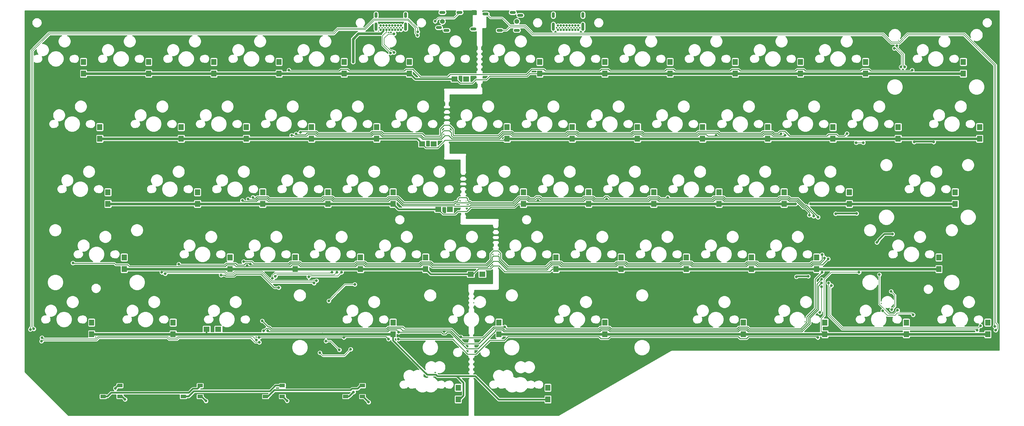
<source format=gtl>
%TF.GenerationSoftware,KiCad,Pcbnew,(5.1.10)-1*%
%TF.CreationDate,2022-03-06T16:48:13-07:00*%
%TF.ProjectId,Unit000,556e6974-3030-4302-9e6b-696361645f70,rev?*%
%TF.SameCoordinates,Original*%
%TF.FileFunction,Copper,L1,Top*%
%TF.FilePolarity,Positive*%
%FSLAX46Y46*%
G04 Gerber Fmt 4.6, Leading zero omitted, Abs format (unit mm)*
G04 Created by KiCad (PCBNEW (5.1.10)-1) date 2022-03-06 16:48:13*
%MOMM*%
%LPD*%
G01*
G04 APERTURE LIST*
%TA.AperFunction,ComponentPad*%
%ADD10R,1.500000X1.800000*%
%TD*%
%TA.AperFunction,SMDPad,CuDef*%
%ADD11R,1.500000X1.000000*%
%TD*%
%TA.AperFunction,ComponentPad*%
%ADD12R,1.800000X1.500000*%
%TD*%
%TA.AperFunction,ComponentPad*%
%ADD13C,1.400000*%
%TD*%
%TA.AperFunction,ComponentPad*%
%ADD14O,1.800000X0.900000*%
%TD*%
%TA.AperFunction,ComponentPad*%
%ADD15O,0.900000X1.700000*%
%TD*%
%TA.AperFunction,ComponentPad*%
%ADD16O,0.900000X2.400000*%
%TD*%
%TA.AperFunction,ComponentPad*%
%ADD17C,0.700000*%
%TD*%
%TA.AperFunction,ViaPad*%
%ADD18C,0.800000*%
%TD*%
%TA.AperFunction,Conductor*%
%ADD19C,0.250000*%
%TD*%
%TA.AperFunction,Conductor*%
%ADD20C,0.500000*%
%TD*%
%TA.AperFunction,Conductor*%
%ADD21C,0.200000*%
%TD*%
%TA.AperFunction,Conductor*%
%ADD22C,0.750000*%
%TD*%
%TA.AperFunction,Conductor*%
%ADD23C,0.254000*%
%TD*%
%TA.AperFunction,Conductor*%
%ADD24C,0.100000*%
%TD*%
%TA.AperFunction,NonConductor*%
%ADD25C,0.254000*%
%TD*%
%TA.AperFunction,NonConductor*%
%ADD26C,0.100000*%
%TD*%
G04 APERTURE END LIST*
D10*
%TO.P,SW8,2*%
%TO.N,Row0*%
X167200460Y-47476500D03*
%TO.P,SW8,*%
%TO.N,*%
X167200460Y-44076500D03*
%TD*%
%TO.P,SW21,2*%
%TO.N,Row1*%
X157675460Y-66526500D03*
%TO.P,SW21,*%
%TO.N,*%
X157675460Y-63126500D03*
%TD*%
%TO.P,SW35,2*%
%TO.N,Row2*%
X162437960Y-85576500D03*
%TO.P,SW35,*%
%TO.N,*%
X162437960Y-82176500D03*
%TD*%
%TO.P,SW48,2*%
%TO.N,Row3*%
X171962960Y-104626500D03*
%TO.P,SW48,*%
%TO.N,*%
X171962960Y-101226500D03*
%TD*%
D11*
%TO.P,D4,1*%
%TO.N,+5V*%
X110500000Y-138700000D03*
%TO.P,D4,2*%
%TO.N,Net-(D4-Pad2)*%
X110500000Y-141900000D03*
%TO.P,D4,4*%
%TO.N,Net-(D3-Pad2)*%
X115400000Y-138700000D03*
%TO.P,D4,3*%
%TO.N,GND*%
X115400000Y-141900000D03*
%TD*%
%TO.P,D3,1*%
%TO.N,+5V*%
X87050000Y-138700000D03*
%TO.P,D3,2*%
%TO.N,Net-(D3-Pad2)*%
X87050000Y-141900000D03*
%TO.P,D3,4*%
%TO.N,Net-(D2-Pad2)*%
X91950000Y-138700000D03*
%TO.P,D3,3*%
%TO.N,GND*%
X91950000Y-141900000D03*
%TD*%
%TO.P,D2,1*%
%TO.N,+5V*%
X63050000Y-138700000D03*
%TO.P,D2,2*%
%TO.N,Net-(D2-Pad2)*%
X63050000Y-141900000D03*
%TO.P,D2,4*%
%TO.N,Net-(D1-Pad2)*%
X67950000Y-138700000D03*
%TO.P,D2,3*%
%TO.N,GND*%
X67950000Y-141900000D03*
%TD*%
%TO.P,D1,1*%
%TO.N,+5V*%
X39600000Y-138700000D03*
%TO.P,D1,2*%
%TO.N,Net-(D1-Pad2)*%
X39600000Y-141900000D03*
%TO.P,D1,4*%
%TO.N,RGBLED*%
X44500000Y-138700000D03*
%TO.P,D1,3*%
%TO.N,GND*%
X44500000Y-141900000D03*
%TD*%
D10*
%TO.P,SW55,2*%
%TO.N,Row4*%
X60044210Y-123676500D03*
%TO.P,SW55,*%
%TO.N,*%
X60044210Y-120276500D03*
%TD*%
%TO.P,SW6,2*%
%TO.N,Row0*%
X129100460Y-47476500D03*
%TO.P,SW6,*%
%TO.N,*%
X129100460Y-44076500D03*
%TD*%
%TO.P,SW15,2*%
%TO.N,Row1*%
X38612960Y-66526500D03*
%TO.P,SW15,*%
%TO.N,*%
X38612960Y-63126500D03*
%TD*%
%TO.P,GRV1,2*%
%TO.N,Row0*%
X33850460Y-47476500D03*
%TO.P,GRV1,*%
%TO.N,*%
X33850460Y-44076500D03*
%TD*%
%TO.P,SW40,2*%
%TO.N,Row2*%
X257687960Y-85576500D03*
%TO.P,SW40,*%
%TO.N,*%
X257687960Y-82176500D03*
%TD*%
%TO.P,SW61,2*%
%TO.N,Row4*%
X250544210Y-123676500D03*
%TO.P,SW61,*%
%TO.N,*%
X250544210Y-120276500D03*
%TD*%
%TO.P,SW44,2*%
%TO.N,Row3*%
X95762960Y-104626500D03*
%TO.P,SW44,*%
%TO.N,*%
X95762960Y-101226500D03*
%TD*%
%TO.P,SW65,2*%
%TO.N,Row4*%
X143387960Y-142726500D03*
%TO.P,SW65,*%
%TO.N,*%
X143387960Y-139326500D03*
%TD*%
%TO.P,SW62,2*%
%TO.N,Row4*%
X274356710Y-123676500D03*
%TO.P,SW62,*%
%TO.N,*%
X274356710Y-120276500D03*
%TD*%
%TO.P,SW32,2*%
%TO.N,Row2*%
X105287960Y-85576500D03*
%TO.P,SW32,*%
%TO.N,*%
X105287960Y-82176500D03*
%TD*%
%TO.P,SW13,2*%
%TO.N,Row0*%
X262450460Y-47476500D03*
%TO.P,SW13,*%
%TO.N,*%
X262450460Y-44076500D03*
%TD*%
%TO.P,SW41,2*%
%TO.N,Row2*%
X288644210Y-85576500D03*
%TO.P,SW41,*%
%TO.N,*%
X288644210Y-82176500D03*
%TD*%
%TO.P,SW28,2*%
%TO.N,Row1*%
X295787960Y-66526500D03*
%TO.P,SW28,*%
%TO.N,*%
X295787960Y-63126500D03*
%TD*%
%TO.P,SW4,2*%
%TO.N,Row0*%
X91000460Y-47476500D03*
%TO.P,SW4,*%
%TO.N,*%
X91000460Y-44076500D03*
%TD*%
%TO.P,SW54,2*%
%TO.N,Row4*%
X36231710Y-123676500D03*
%TO.P,SW54,*%
%TO.N,*%
X36231710Y-120276500D03*
%TD*%
%TO.P,SW53,2*%
%TO.N,Row3*%
X283881710Y-104626500D03*
%TO.P,SW53,*%
%TO.N,*%
X283881710Y-101226500D03*
%TD*%
%TO.P,SW42,2*%
%TO.N,Row3*%
X45756710Y-104626500D03*
%TO.P,SW42,*%
%TO.N,*%
X45756710Y-101226500D03*
%TD*%
%TO.P,SW14,2*%
%TO.N,Row0*%
X291025460Y-47476500D03*
%TO.P,SW14,*%
%TO.N,*%
X291025460Y-44076500D03*
%TD*%
%TO.P,SW57,2*%
%TO.N,Row4*%
X155294210Y-123676500D03*
%TO.P,SW57,*%
%TO.N,*%
X155294210Y-120276500D03*
%TD*%
%TO.P,SW58,2*%
%TO.N,Row4*%
X124337960Y-123676500D03*
%TO.P,SW58,*%
%TO.N,*%
X124337960Y-120276500D03*
%TD*%
%TO.P,SW59,2*%
%TO.N,Row4*%
X186250460Y-123676500D03*
%TO.P,SW59,*%
%TO.N,*%
X186250460Y-120276500D03*
%TD*%
%TO.P,SW29,2*%
%TO.N,Row2*%
X40994210Y-85576500D03*
%TO.P,SW29,*%
%TO.N,*%
X40994210Y-82176500D03*
%TD*%
%TO.P,SW63,2*%
%TO.N,Row4*%
X298169210Y-123676500D03*
%TO.P,SW63,*%
%TO.N,*%
X298169210Y-120276500D03*
%TD*%
%TO.P,SW60,2*%
%TO.N,Row4*%
X226731710Y-123676500D03*
%TO.P,SW60,*%
%TO.N,*%
X226731710Y-120276500D03*
%TD*%
%TO.P,SW66,2*%
%TO.N,Row4*%
X169581710Y-142726500D03*
%TO.P,SW66,*%
%TO.N,*%
X169581710Y-139326500D03*
%TD*%
%TO.P,SW52,2*%
%TO.N,Row3*%
X248162960Y-104626500D03*
%TO.P,SW52,*%
%TO.N,*%
X248162960Y-101226500D03*
%TD*%
%TO.P,SW5,2*%
%TO.N,Row0*%
X110050460Y-47476500D03*
%TO.P,SW5,*%
%TO.N,*%
X110050460Y-44076500D03*
%TD*%
%TO.P,SW50,2*%
%TO.N,Row3*%
X210062960Y-104626500D03*
%TO.P,SW50,*%
%TO.N,*%
X210062960Y-101226500D03*
%TD*%
%TO.P,SW51,2*%
%TO.N,Row3*%
X229112960Y-104626500D03*
%TO.P,SW51,*%
%TO.N,*%
X229112960Y-101226500D03*
%TD*%
%TO.P,SW43,2*%
%TO.N,Row3*%
X76712960Y-104626500D03*
%TO.P,SW43,*%
%TO.N,*%
X76712960Y-101226500D03*
%TD*%
%TO.P,SW49,2*%
%TO.N,Row3*%
X191012960Y-104626500D03*
%TO.P,SW49,*%
%TO.N,*%
X191012960Y-101226500D03*
%TD*%
%TO.P,SW45,2*%
%TO.N,Row3*%
X114812960Y-104626500D03*
%TO.P,SW45,*%
%TO.N,*%
X114812960Y-101226500D03*
%TD*%
%TO.P,SW46,2*%
%TO.N,Row3*%
X133862960Y-104626500D03*
%TO.P,SW46,*%
%TO.N,*%
X133862960Y-101226500D03*
%TD*%
%TO.P,SW33,2*%
%TO.N,Row2*%
X124337960Y-85576500D03*
%TO.P,SW33,*%
%TO.N,*%
X124337960Y-82176500D03*
%TD*%
%TO.P,SW30,2*%
%TO.N,Row2*%
X67187960Y-85576500D03*
%TO.P,SW30,*%
%TO.N,*%
X67187960Y-82176500D03*
%TD*%
%TO.P,SW37,2*%
%TO.N,Row2*%
X200537960Y-85576500D03*
%TO.P,SW37,*%
%TO.N,*%
X200537960Y-82176500D03*
%TD*%
%TO.P,SW38,2*%
%TO.N,Row2*%
X219587960Y-85576500D03*
%TO.P,SW38,*%
%TO.N,*%
X219587960Y-82176500D03*
%TD*%
%TO.P,SW39,2*%
%TO.N,Row2*%
X238637960Y-85576500D03*
%TO.P,SW39,*%
%TO.N,*%
X238637960Y-82176500D03*
%TD*%
%TO.P,SW27,2*%
%TO.N,Row1*%
X271975460Y-66526500D03*
%TO.P,SW27,*%
%TO.N,*%
X271975460Y-63126500D03*
%TD*%
%TO.P,SW36,2*%
%TO.N,Row2*%
X181487960Y-85576500D03*
%TO.P,SW36,*%
%TO.N,*%
X181487960Y-82176500D03*
%TD*%
%TO.P,SW3,2*%
%TO.N,Row0*%
X71950460Y-47476500D03*
%TO.P,SW3,*%
%TO.N,*%
X71950460Y-44076500D03*
%TD*%
%TO.P,SW31,2*%
%TO.N,Row2*%
X86237960Y-85576500D03*
%TO.P,SW31,*%
%TO.N,*%
X86237960Y-82176500D03*
%TD*%
%TO.P,SW12,2*%
%TO.N,Row0*%
X243400460Y-47476500D03*
%TO.P,SW12,*%
%TO.N,*%
X243400460Y-44076500D03*
%TD*%
%TO.P,SW16,2*%
%TO.N,Row1*%
X62425460Y-66526500D03*
%TO.P,SW16,*%
%TO.N,*%
X62425460Y-63126500D03*
%TD*%
%TO.P,SW17,2*%
%TO.N,Row1*%
X81475460Y-66526500D03*
%TO.P,SW17,*%
%TO.N,*%
X81475460Y-63126500D03*
%TD*%
%TO.P,K_1,2*%
%TO.N,Row0*%
X52900460Y-47476500D03*
%TO.P,K_1,*%
%TO.N,*%
X52900460Y-44076500D03*
%TD*%
%TO.P,SW26,2*%
%TO.N,Row1*%
X252925460Y-66526500D03*
%TO.P,SW26,*%
%TO.N,*%
X252925460Y-63126500D03*
%TD*%
%TO.P,SW22,2*%
%TO.N,Row1*%
X176725460Y-66526500D03*
%TO.P,SW22,*%
%TO.N,*%
X176725460Y-63126500D03*
%TD*%
%TO.P,SW24,2*%
%TO.N,Row1*%
X214825460Y-66526500D03*
%TO.P,SW24,*%
%TO.N,*%
X214825460Y-63126500D03*
%TD*%
%TO.P,SW23,2*%
%TO.N,Row1*%
X195775460Y-66526500D03*
%TO.P,SW23,*%
%TO.N,*%
X195775460Y-63126500D03*
%TD*%
%TO.P,SW18,2*%
%TO.N,Row1*%
X100525460Y-66526500D03*
%TO.P,SW18,*%
%TO.N,*%
X100525460Y-63126500D03*
%TD*%
%TO.P,SW19,2*%
%TO.N,Row1*%
X119575460Y-66526500D03*
%TO.P,SW19,*%
%TO.N,*%
X119575460Y-63126500D03*
%TD*%
%TO.P,SW11,2*%
%TO.N,Row0*%
X224350460Y-47476500D03*
%TO.P,SW11,*%
%TO.N,*%
X224350460Y-44076500D03*
%TD*%
%TO.P,SW10,2*%
%TO.N,Row0*%
X205300460Y-47476500D03*
%TO.P,SW10,*%
%TO.N,*%
X205300460Y-44076500D03*
%TD*%
%TO.P,SW25,2*%
%TO.N,Row1*%
X233875460Y-66526500D03*
%TO.P,SW25,*%
%TO.N,*%
X233875460Y-63126500D03*
%TD*%
%TO.P,SW9,2*%
%TO.N,Row0*%
X186250460Y-47476500D03*
%TO.P,SW9,*%
%TO.N,*%
X186250460Y-44076500D03*
%TD*%
D12*
%TO.P,D1,2*%
%TO.N,Row4*%
X69868300Y-122215000D03*
%TO.P,D1,*%
%TO.N,*%
X73268300Y-122215000D03*
%TD*%
%TO.P,D1,2*%
%TO.N,Row0*%
X142336700Y-49066000D03*
%TO.P,D1,*%
%TO.N,*%
X145736700Y-49066000D03*
%TD*%
%TO.P,D1,2*%
%TO.N,Row1*%
X132836700Y-68066000D03*
%TO.P,D1,*%
%TO.N,*%
X136236700Y-68066000D03*
%TD*%
%TO.P,D1,2*%
%TO.N,Row2*%
X137536700Y-87166000D03*
%TO.P,D1,*%
%TO.N,*%
X140936700Y-87166000D03*
%TD*%
%TO.P,D1,2*%
%TO.N,Row3*%
X147068300Y-106165000D03*
%TO.P,D1,*%
%TO.N,*%
X150468300Y-106165000D03*
%TD*%
D13*
%TO.P,J2,*%
%TO.N,*%
X160500000Y-32250000D03*
D14*
%TO.P,J2,6*%
%TO.N,N/C*%
X160500000Y-34850000D03*
%TO.P,J2,5*%
X161500000Y-30450000D03*
%TO.P,J2,T*%
%TO.N,GND*%
X159300000Y-29650000D03*
%TO.P,J2,R1*%
%TO.N,SCL*%
X155500000Y-34850000D03*
%TO.P,J2,R2*%
%TO.N,SDA*%
X151400000Y-30050000D03*
%TO.P,J2,S*%
%TO.N,+5V*%
X151300000Y-35150000D03*
%TD*%
D13*
%TO.P,J1,*%
%TO.N,*%
X138750000Y-32250000D03*
D14*
%TO.P,J1,6*%
%TO.N,N/C*%
X138750000Y-29650000D03*
%TO.P,J1,5*%
X137750000Y-34050000D03*
%TO.P,J1,T*%
%TO.N,GND*%
X139950000Y-34850000D03*
%TO.P,J1,R1*%
%TO.N,SCL*%
X143750000Y-29650000D03*
%TO.P,J1,R2*%
%TO.N,SDA*%
X147850000Y-34450000D03*
%TO.P,J1,S*%
%TO.N,+5V*%
X147950000Y-29350000D03*
%TD*%
D15*
%TO.P,P2,S1*%
%TO.N,GND*%
X179830000Y-30390000D03*
X171180000Y-30390000D03*
D16*
X179830000Y-33770000D03*
X171180000Y-33770000D03*
D17*
%TO.P,P2,B6*%
%TO.N,D-*%
X175930000Y-33400000D03*
%TO.P,P2,B1*%
%TO.N,GND*%
X178480000Y-33400000D03*
%TO.P,P2,B4*%
%TO.N,Net-(F2-Pad2)*%
X177630000Y-33400000D03*
%TO.P,P2,B5*%
%TO.N,Net-(P2-PadB5)*%
X176780000Y-33400000D03*
%TO.P,P2,B12*%
%TO.N,GND*%
X172530000Y-33400000D03*
%TO.P,P2,B8*%
%TO.N,N/C*%
X174230000Y-33400000D03*
%TO.P,P2,B7*%
%TO.N,D+*%
X175080000Y-33400000D03*
%TO.P,P2,B9*%
%TO.N,Net-(F2-Pad2)*%
X173380000Y-33400000D03*
%TO.P,P2,A12*%
%TO.N,GND*%
X178480000Y-34750000D03*
%TO.P,P2,A9*%
%TO.N,Net-(F2-Pad2)*%
X177630000Y-34750000D03*
%TO.P,P2,A8*%
%TO.N,N/C*%
X176780000Y-34750000D03*
%TO.P,P2,A7*%
%TO.N,D-*%
X175930000Y-34750000D03*
%TO.P,P2,A6*%
%TO.N,D+*%
X175080000Y-34750000D03*
%TO.P,P2,A5*%
%TO.N,Net-(P2-PadA5)*%
X174230000Y-34750000D03*
%TO.P,P2,A4*%
%TO.N,Net-(F2-Pad2)*%
X173380000Y-34750000D03*
%TO.P,P2,A1*%
%TO.N,GND*%
X172530000Y-34750000D03*
%TD*%
D15*
%TO.P,P1,S1*%
%TO.N,GND*%
X128000000Y-30390000D03*
X119350000Y-30390000D03*
D16*
X128000000Y-33770000D03*
X119350000Y-33770000D03*
D17*
%TO.P,P1,B6*%
%TO.N,D-*%
X124100000Y-33400000D03*
%TO.P,P1,B1*%
%TO.N,GND*%
X126650000Y-33400000D03*
%TO.P,P1,B4*%
%TO.N,Net-(F1-Pad2)*%
X125800000Y-33400000D03*
%TO.P,P1,B5*%
%TO.N,Net-(P1-PadB5)*%
X124950000Y-33400000D03*
%TO.P,P1,B12*%
%TO.N,GND*%
X120700000Y-33400000D03*
%TO.P,P1,B8*%
%TO.N,N/C*%
X122400000Y-33400000D03*
%TO.P,P1,B7*%
%TO.N,D+*%
X123250000Y-33400000D03*
%TO.P,P1,B9*%
%TO.N,Net-(F1-Pad2)*%
X121550000Y-33400000D03*
%TO.P,P1,A12*%
%TO.N,GND*%
X126650000Y-34750000D03*
%TO.P,P1,A9*%
%TO.N,Net-(F1-Pad2)*%
X125800000Y-34750000D03*
%TO.P,P1,A8*%
%TO.N,N/C*%
X124950000Y-34750000D03*
%TO.P,P1,A7*%
%TO.N,D-*%
X124100000Y-34750000D03*
%TO.P,P1,A6*%
%TO.N,D+*%
X123250000Y-34750000D03*
%TO.P,P1,A5*%
%TO.N,Net-(P1-PadA5)*%
X122400000Y-34750000D03*
%TO.P,P1,A4*%
%TO.N,Net-(F1-Pad2)*%
X121550000Y-34750000D03*
%TO.P,P1,A1*%
%TO.N,GND*%
X120700000Y-34750000D03*
%TD*%
D18*
%TO.N,*%
X265766057Y-96868418D03*
X270350000Y-94400000D03*
%TO.N,+5V*%
X264950000Y-33350000D03*
X265100000Y-38150000D03*
X88900000Y-114050000D03*
X97500000Y-109950000D03*
X112650000Y-50450000D03*
X126950000Y-52700000D03*
X104850000Y-119750000D03*
X97550000Y-115700000D03*
X82400000Y-117000000D03*
X101386083Y-127836083D03*
X264269511Y-113030489D03*
X267500000Y-101100000D03*
X262800000Y-97050000D03*
X261000000Y-96450000D03*
X254975010Y-96450000D03*
X69850000Y-127700000D03*
X182450000Y-51150000D03*
X235600000Y-107900000D03*
X252450000Y-103550000D03*
%TO.N,GND*%
X242200000Y-106900000D03*
X245700000Y-106750000D03*
X282350000Y-67501500D03*
X276650000Y-67501500D03*
X259850000Y-88400000D03*
X253700000Y-88450000D03*
X46000000Y-142750000D03*
X69650000Y-143200000D03*
X93350000Y-143150000D03*
X117200000Y-143550000D03*
%TO.N,RESET*%
X102950000Y-129100000D03*
X111950000Y-128100000D03*
X267455025Y-116844975D03*
X276350000Y-118000000D03*
%TO.N,MISO*%
X266469167Y-106280834D03*
X104700000Y-125700000D03*
X271800000Y-116700000D03*
X108650000Y-128250000D03*
%TO.N,SCK*%
X269900000Y-111150000D03*
X270050000Y-116500000D03*
%TO.N,Net-(R2-Pad1)*%
X101957108Y-108042892D03*
X56750000Y-105601500D03*
%TO.N,Net-(R3-Pad1)*%
X101250000Y-108750000D03*
X57750000Y-106001510D03*
%TO.N,Col13*%
X276050000Y-46501500D03*
X93900000Y-46501500D03*
X113150000Y-109150000D03*
X105550000Y-113950000D03*
%TO.N,Net-(F1-Pad2)*%
X112650000Y-44100000D03*
%TO.N,D+*%
X270816273Y-40108737D03*
X272825000Y-45526490D03*
%TO.N,D-*%
X271558737Y-39366273D03*
X273875000Y-45526490D03*
%TO.N,Col10*%
X218750000Y-65551500D03*
X106500000Y-105601500D03*
X94700000Y-65551500D03*
X89100000Y-107350000D03*
X238950000Y-65551500D03*
%TO.N,Col11*%
X237750000Y-65101490D03*
X107900000Y-105601500D03*
X95994746Y-65101490D03*
X89932052Y-106795299D03*
%TO.N,Col12*%
X259700000Y-67700000D03*
X109300000Y-105601500D03*
X97300000Y-64651480D03*
X261800000Y-67700000D03*
X99700000Y-106926511D03*
X257000000Y-65000000D03*
%TO.N,SDA*%
X251644975Y-108744975D03*
X84400000Y-125350000D03*
X131500000Y-36300000D03*
X21712128Y-124737875D03*
X19323249Y-122126741D03*
X295065770Y-122518650D03*
X300500000Y-122500000D03*
%TO.N,SCL*%
X252450000Y-109500000D03*
X85236475Y-126051501D03*
X136650000Y-32200000D03*
X131552558Y-35301380D03*
X18323259Y-122306828D03*
X21565488Y-125749149D03*
X296050000Y-121250000D03*
X300250000Y-121379185D03*
%TO.N,Col0*%
X30779510Y-102879510D03*
X81676490Y-103651500D03*
X251550000Y-101700000D03*
%TO.N,Row4*%
X260550000Y-105601500D03*
X103676500Y-123701490D03*
%TO.N,Row2*%
X241950000Y-85601490D03*
X246350000Y-85600000D03*
%TO.N,Col8*%
X186740800Y-84151490D03*
X81950000Y-84151490D03*
X247269975Y-89180025D03*
%TO.N,Col7*%
X166674800Y-84601500D03*
X80300000Y-84601500D03*
X246000000Y-88900000D03*
%TO.N,Col5*%
X139300000Y-122926470D03*
X86550000Y-122701500D03*
X249600000Y-107650000D03*
%TO.N,Col6*%
X156999058Y-121537342D03*
X144150000Y-124500000D03*
X86100000Y-119800000D03*
X249750000Y-105601500D03*
%TO.N,Col4*%
X87700000Y-122701500D03*
X249600000Y-108700000D03*
X125997952Y-123101490D03*
%TO.N,Col3*%
X125900000Y-125150000D03*
X123000000Y-125100000D03*
X109950000Y-124651500D03*
X85200000Y-124651500D03*
X249600000Y-109800000D03*
X249050000Y-117350000D03*
X248500000Y-124651500D03*
%TO.N,Col2*%
X80700000Y-102450000D03*
X249750000Y-100450000D03*
%TO.N,Col1*%
X82660649Y-103201490D03*
X250475000Y-101391744D03*
X61735759Y-103201490D03*
%TO.N,Row3*%
X80976490Y-104651490D03*
%TO.N,RGBLED*%
X90950000Y-110050000D03*
X43150000Y-139500000D03*
X74100000Y-106401520D03*
%TO.N,Col9*%
X204610759Y-83701480D03*
X83400000Y-83701480D03*
X248541062Y-89461161D03*
%TO.N,Net-(D4-Pad2)*%
X112800000Y-140600000D03*
%TO.N,Net-(P1-PadA5)*%
X123600000Y-41450000D03*
%TO.N,Net-(P1-PadB5)*%
X124650000Y-35900000D03*
X124586396Y-41285601D03*
%TD*%
D19*
%TO.N,*%
X45756710Y-101226500D02*
X45756710Y-101556710D01*
D20*
X266200000Y-96434475D02*
X265766057Y-96868418D01*
X266200000Y-96300000D02*
X266200000Y-96434475D01*
X266200000Y-96300000D02*
X266200000Y-96150000D01*
X267950000Y-94400000D02*
X270350000Y-94400000D01*
X266200000Y-96150000D02*
X267950000Y-94400000D01*
%TO.N,+5V*%
X155350000Y-93000000D02*
X153350000Y-93000000D01*
X153400000Y-94700000D02*
X155450000Y-94700000D01*
X153250000Y-96150000D02*
X155400000Y-96150000D01*
X143750000Y-77250000D02*
X143850000Y-77350000D01*
X145850000Y-77350000D02*
X143600000Y-77350000D01*
X143900000Y-79100000D02*
X145700000Y-79100000D01*
X145550000Y-80450000D02*
X144050000Y-80450000D01*
X141050000Y-57950000D02*
X139200000Y-57950000D01*
X139100000Y-59500000D02*
X141350000Y-59500000D01*
X141300000Y-61150000D02*
X139100000Y-61150000D01*
%TO.N,GND*%
X245150000Y-106750000D02*
X242350000Y-106750000D01*
X245150000Y-106750000D02*
X245700000Y-106750000D01*
X242350000Y-106750000D02*
X242200000Y-106900000D01*
X282251510Y-67351510D02*
X276650000Y-67351510D01*
X282251510Y-67351510D02*
X282251510Y-67403010D01*
X282251510Y-67403010D02*
X282350000Y-67501500D01*
X276650000Y-67351510D02*
X276650000Y-67501500D01*
X259850000Y-88400000D02*
X253750000Y-88400000D01*
X253750000Y-88400000D02*
X253700000Y-88450000D01*
X259700000Y-88350000D02*
X259800000Y-88350000D01*
X259800000Y-88350000D02*
X259850000Y-88400000D01*
X45150000Y-141900000D02*
X46000000Y-142750000D01*
X44500000Y-141900000D02*
X45150000Y-141900000D01*
X68350000Y-141900000D02*
X69650000Y-143200000D01*
X67950000Y-141900000D02*
X68350000Y-141900000D01*
X92100000Y-141900000D02*
X93350000Y-143150000D01*
X91950000Y-141900000D02*
X92100000Y-141900000D01*
X115550000Y-141900000D02*
X117200000Y-143550000D01*
X115400000Y-141900000D02*
X115550000Y-141900000D01*
D21*
%TO.N,RESET*%
X110099999Y-129950001D02*
X111950000Y-128100000D01*
X103800001Y-129950001D02*
X110099999Y-129950001D01*
X102950000Y-129100000D02*
X103800001Y-129950001D01*
X268810060Y-118200010D02*
X271077098Y-118200010D01*
X271077098Y-118200010D02*
X271727108Y-117550000D01*
X267455025Y-116844975D02*
X268810060Y-118200010D01*
X275900000Y-117550000D02*
X276350000Y-118000000D01*
X271727108Y-117550000D02*
X275900000Y-117550000D01*
%TO.N,MISO*%
X266469167Y-114130833D02*
X266469167Y-106280834D01*
X266469167Y-114869167D02*
X266469167Y-114130833D01*
X269400000Y-117800000D02*
X266469167Y-114869167D01*
X270700000Y-117800000D02*
X271800000Y-116700000D01*
X269400000Y-117800000D02*
X270700000Y-117800000D01*
X106100000Y-125700000D02*
X104700000Y-125700000D01*
X108650000Y-128250000D02*
X108650000Y-128250000D01*
X108650000Y-128250000D02*
X106100000Y-125700000D01*
%TO.N,SCK*%
X271050000Y-112300000D02*
X271050000Y-115300000D01*
X269900000Y-111150000D02*
X271050000Y-112300000D01*
X271050000Y-115500000D02*
X270050000Y-116500000D01*
X271050000Y-115300000D02*
X271050000Y-115500000D01*
%TO.N,Net-(R2-Pad1)*%
X100921106Y-108042892D02*
X101957108Y-108042892D01*
X100807009Y-108156989D02*
X100921106Y-108042892D01*
X88870987Y-108156989D02*
X100807009Y-108156989D01*
X86065489Y-105351491D02*
X88870987Y-108156989D01*
X78098509Y-105351491D02*
X86065489Y-105351491D01*
X77623499Y-105826501D02*
X78098509Y-105351491D01*
X75251510Y-105301510D02*
X75776501Y-105826501D01*
X75776501Y-105826501D02*
X77623499Y-105826501D01*
X57049990Y-105301510D02*
X56750000Y-105601500D01*
X75251510Y-105301510D02*
X57049990Y-105301510D01*
%TO.N,Net-(R3-Pad1)*%
X101056999Y-108556999D02*
X101250000Y-108750000D01*
X88705299Y-108556999D02*
X101056999Y-108556999D01*
X85899801Y-105751501D02*
X88705299Y-108556999D01*
X78264198Y-105751501D02*
X85899801Y-105751501D01*
X77789188Y-106226511D02*
X78264198Y-105751501D01*
X75610812Y-106226511D02*
X77789188Y-106226511D01*
X58889407Y-105701520D02*
X75085822Y-105701520D01*
X75085822Y-105701520D02*
X75610812Y-106226511D01*
X58049990Y-105701520D02*
X57750000Y-106001510D01*
X58889407Y-105701520D02*
X58049990Y-105701520D01*
D19*
%TO.N,Col13*%
X276050000Y-46600000D02*
X276050000Y-46501500D01*
X275873510Y-46776490D02*
X276050000Y-46600000D01*
X263985452Y-46776490D02*
X275873510Y-46776490D01*
X263460461Y-46251499D02*
X263985452Y-46776490D01*
X261440459Y-46251499D02*
X263460461Y-46251499D01*
X244410461Y-46251499D02*
X244935452Y-46776490D01*
X242390459Y-46251499D02*
X244410461Y-46251499D01*
X225885452Y-46776490D02*
X241865468Y-46776490D01*
X225360461Y-46251499D02*
X225885452Y-46776490D01*
X223340459Y-46251499D02*
X225360461Y-46251499D01*
X222815468Y-46776490D02*
X223340459Y-46251499D01*
X206310461Y-46251499D02*
X206835452Y-46776490D01*
X204298501Y-46251499D02*
X206310461Y-46251499D01*
X203773510Y-46776490D02*
X204298501Y-46251499D01*
X187785452Y-46776490D02*
X203773510Y-46776490D01*
X187260461Y-46251499D02*
X187785452Y-46776490D01*
X185240459Y-46251499D02*
X187260461Y-46251499D01*
X184715468Y-46776490D02*
X185240459Y-46251499D01*
X244935452Y-46776490D02*
X260915468Y-46776490D01*
X111585452Y-46776490D02*
X127565468Y-46776490D01*
X206835452Y-46776490D02*
X222815468Y-46776490D01*
X108515468Y-46776490D02*
X109040459Y-46251499D01*
X260915468Y-46776490D02*
X261440459Y-46251499D01*
X111060461Y-46251499D02*
X111585452Y-46776490D01*
X127565468Y-46776490D02*
X128090459Y-46251499D01*
X241865468Y-46776490D02*
X242390459Y-46251499D01*
X109040459Y-46251499D02*
X111060461Y-46251499D01*
X128090459Y-46251499D02*
X130110461Y-46251499D01*
X130110461Y-46251499D02*
X132349952Y-48490990D01*
X132349952Y-48490990D02*
X140309010Y-48490990D01*
X168926490Y-46776490D02*
X184715468Y-46776490D01*
X140309010Y-48490990D02*
X141025000Y-47775000D01*
X168400000Y-46250000D02*
X168926490Y-46776490D01*
X141025000Y-47775000D02*
X163325000Y-47775000D01*
X163325000Y-47775000D02*
X164850000Y-46250000D01*
X164850000Y-46250000D02*
X168400000Y-46250000D01*
X94174990Y-46776490D02*
X93900000Y-46501500D01*
X108515468Y-46776490D02*
X94174990Y-46776490D01*
D21*
X110350000Y-109150000D02*
X113150000Y-109150000D01*
X105500000Y-114000000D02*
X105550000Y-113950000D01*
X105550000Y-113950000D02*
X110350000Y-109150000D01*
D22*
%TO.N,Row0*%
X33850460Y-47476500D02*
X128976500Y-47476500D01*
X167200460Y-47476500D02*
X290976500Y-47476500D01*
D20*
X142336700Y-49066000D02*
X130866000Y-49066000D01*
X130866000Y-49066000D02*
X129200000Y-47400000D01*
D19*
X164273502Y-47476500D02*
X167200460Y-47476500D01*
X152625010Y-48225010D02*
X163524992Y-48225010D01*
X151550020Y-49300000D02*
X152625010Y-48225010D01*
X148500000Y-49300000D02*
X151550020Y-49300000D01*
X163524992Y-48225010D02*
X164273502Y-47476500D01*
X147550000Y-50250000D02*
X148500000Y-49300000D01*
X143950000Y-50250000D02*
X147550000Y-50250000D01*
X142766000Y-49066000D02*
X143950000Y-50250000D01*
X142336700Y-49066000D02*
X142766000Y-49066000D01*
D20*
%TO.N,Net-(D1-Pad2)*%
X67249999Y-139650001D02*
X68150000Y-138750000D01*
X65860058Y-139650001D02*
X67249999Y-139650001D01*
X64710059Y-140800000D02*
X65860058Y-139650001D01*
X41950000Y-140800000D02*
X64710059Y-140800000D01*
X40850000Y-141900000D02*
X41950000Y-140800000D01*
X39600000Y-141900000D02*
X40850000Y-141900000D01*
%TO.N,Net-(F1-Pad2)*%
X121550000Y-35084002D02*
X120784002Y-35850000D01*
X121550000Y-34750000D02*
X121550000Y-35084002D01*
D22*
X112650000Y-37400000D02*
X114200000Y-35850000D01*
X112650000Y-44100000D02*
X112650000Y-37400000D01*
X120784002Y-35850000D02*
X114200000Y-35850000D01*
D21*
%TO.N,D+*%
X273125000Y-41993199D02*
X273125000Y-45226490D01*
X271240538Y-40108737D02*
X273125000Y-41993199D01*
X273125000Y-45226490D02*
X272825000Y-45526490D01*
X270816273Y-40108737D02*
X271240538Y-40108737D01*
%TO.N,D-*%
X273575000Y-45226490D02*
X273875000Y-45526490D01*
X273575000Y-41806801D02*
X273575000Y-45226490D01*
X271558737Y-39790538D02*
X273575000Y-41806801D01*
X271558737Y-39366273D02*
X271558737Y-39790538D01*
%TO.N,Col10*%
X106023499Y-105826501D02*
X106248500Y-105601500D01*
X106248500Y-105601500D02*
X106500000Y-105601500D01*
X89100000Y-106550000D02*
X89823499Y-105826501D01*
X89100000Y-107350000D02*
X89100000Y-106550000D01*
X89823499Y-105826501D02*
X106023499Y-105826501D01*
D19*
X238950000Y-65600000D02*
X238723510Y-65826490D01*
X238950000Y-65551500D02*
X238950000Y-65600000D01*
X232865459Y-65301499D02*
X232340468Y-65826490D01*
X234885461Y-65301499D02*
X232865459Y-65301499D01*
X235410452Y-65826490D02*
X234885461Y-65301499D01*
X238723510Y-65826490D02*
X235410452Y-65826490D01*
X219024990Y-65826490D02*
X218750000Y-65551500D01*
X232340468Y-65826490D02*
X219024990Y-65826490D01*
X218475010Y-65826490D02*
X218750000Y-65551500D01*
X213815459Y-65301499D02*
X215835461Y-65301499D01*
X197310452Y-65826490D02*
X213290468Y-65826490D01*
X196785461Y-65301499D02*
X197310452Y-65826490D01*
X194765459Y-65301499D02*
X196785461Y-65301499D01*
X194240468Y-65826490D02*
X194765459Y-65301499D01*
X121235452Y-65951490D02*
X132301490Y-65951490D01*
X120585461Y-65301499D02*
X121235452Y-65951490D01*
X132301490Y-65951490D02*
X133050000Y-66700000D01*
X98990468Y-65826490D02*
X99515459Y-65301499D01*
X158685461Y-65301499D02*
X159210452Y-65826490D01*
X118534911Y-65301499D02*
X120585461Y-65301499D01*
X140646502Y-65650000D02*
X141548251Y-66551749D01*
X118009920Y-65826490D02*
X118534911Y-65301499D01*
X215835461Y-65301499D02*
X216360452Y-65826490D01*
X101535461Y-65301499D02*
X102060452Y-65826490D01*
X213290468Y-65826490D02*
X213815459Y-65301499D01*
X133050000Y-66700000D02*
X138442498Y-66700000D01*
X95540675Y-65826490D02*
X98990468Y-65826490D01*
X139500000Y-65650000D02*
X140646502Y-65650000D01*
X102060452Y-65826490D02*
X118009920Y-65826490D01*
X175123510Y-65826490D02*
X175648501Y-65301499D01*
X216360452Y-65826490D02*
X218475010Y-65826490D01*
X99515459Y-65301499D02*
X101535461Y-65301499D01*
X138442498Y-66700000D02*
X139367499Y-65774999D01*
X94700000Y-65551500D02*
X95265685Y-65551500D01*
X139375001Y-65774999D02*
X139500000Y-65650000D01*
X95265685Y-65551500D02*
X95540675Y-65826490D01*
X141548251Y-66551749D02*
X145001749Y-66551749D01*
X145001749Y-66551749D02*
X145003498Y-66550000D01*
X145003498Y-66550000D02*
X155416958Y-66550000D01*
X155416958Y-66550000D02*
X156665459Y-65301499D01*
X159210452Y-65826490D02*
X175123510Y-65826490D01*
X156665459Y-65301499D02*
X158685461Y-65301499D01*
X175648501Y-65301499D02*
X177735461Y-65301499D01*
X177735461Y-65301499D02*
X178260452Y-65826490D01*
X139367499Y-65774999D02*
X139375001Y-65774999D01*
X178260452Y-65826490D02*
X194240468Y-65826490D01*
%TO.N,Col11*%
X237750000Y-65150000D02*
X237523520Y-65376480D01*
X237750000Y-65101490D02*
X237750000Y-65150000D01*
X237523520Y-65376480D02*
X236526480Y-65376480D01*
X236526480Y-65376480D02*
X236400000Y-65376480D01*
D21*
X100574990Y-106301501D02*
X107199999Y-106301501D01*
X100500000Y-106226511D02*
X100574990Y-106301501D01*
X107199999Y-106301501D02*
X107900000Y-105601500D01*
X90776511Y-106226511D02*
X100500000Y-106226511D01*
X90500840Y-106226511D02*
X90576511Y-106226511D01*
X89932052Y-106795299D02*
X90500840Y-106226511D01*
X90576511Y-106226511D02*
X90776511Y-106226511D01*
D19*
X232097040Y-65350000D02*
X232123520Y-65376480D01*
X232097040Y-65352960D02*
X232097040Y-65350000D01*
X232073520Y-65376480D02*
X232097040Y-65352960D01*
X219098001Y-64826499D02*
X219647982Y-65376480D01*
X213104068Y-65376480D02*
X213654049Y-64826499D01*
X197496852Y-65376480D02*
X213104068Y-65376480D01*
X194579058Y-64851490D02*
X196971861Y-64851489D01*
X194054068Y-65376480D02*
X194579058Y-64851490D01*
X178446852Y-65376480D02*
X194054068Y-65376480D01*
X133236400Y-66249990D02*
X138256098Y-66249990D01*
X121421852Y-65501480D02*
X132487890Y-65501480D01*
X196971861Y-64851489D02*
X197496852Y-65376480D01*
X118348511Y-64851489D02*
X120771861Y-64851489D01*
X138596249Y-65909839D02*
X138596249Y-64803751D01*
X235071861Y-64851489D02*
X235596852Y-65376480D01*
X138256098Y-66249990D02*
X138596249Y-65909839D01*
X141851739Y-66101739D02*
X144798261Y-66101739D01*
X213654049Y-64826499D02*
X219098001Y-64826499D01*
X132487890Y-65501480D02*
X133236400Y-66249990D01*
X117823520Y-65376480D02*
X118348511Y-64851489D01*
X102246852Y-65376480D02*
X117823520Y-65376480D01*
X235596852Y-65376480D02*
X236526480Y-65376480D01*
X120771861Y-64851489D02*
X121421852Y-65501480D01*
X156448511Y-64851489D02*
X158871861Y-64851489D01*
X101721861Y-64851489D02*
X102246852Y-65376480D01*
X141423251Y-65673251D02*
X141851739Y-66101739D01*
X99198510Y-64851490D02*
X101721861Y-64851489D01*
X98673520Y-65376480D02*
X99198510Y-64851490D01*
X174937110Y-65376480D02*
X175462101Y-64851489D01*
X232648511Y-64851489D02*
X235071861Y-64851489D01*
X96269736Y-65376480D02*
X98673520Y-65376480D01*
X219647982Y-65376480D02*
X232073520Y-65376480D01*
X95994746Y-65101490D02*
X96269736Y-65376480D01*
X232123520Y-65376480D02*
X232648511Y-64851489D01*
X138596249Y-64803751D02*
X139250000Y-64150000D01*
X139250000Y-64150000D02*
X140800000Y-64150000D01*
X140800000Y-64150000D02*
X141423251Y-64773251D01*
X158871861Y-64851489D02*
X159396852Y-65376480D01*
X141423251Y-64773251D02*
X141423251Y-65673251D01*
X144800010Y-66099990D02*
X155200010Y-66099990D01*
X177921861Y-64851489D02*
X178446852Y-65376480D01*
X144798261Y-66101739D02*
X144800010Y-66099990D01*
X155200010Y-66099990D02*
X156448511Y-64851489D01*
X159396852Y-65376480D02*
X174937110Y-65376480D01*
X175462101Y-64851489D02*
X177921861Y-64851489D01*
%TO.N,Col12*%
X260050000Y-67700000D02*
X259700000Y-67700000D01*
D21*
X259700000Y-67700000D02*
X261800000Y-67700000D01*
X99925000Y-106701511D02*
X99700000Y-106926511D01*
X108199989Y-106701511D02*
X99925000Y-106701511D01*
X109300000Y-105601500D02*
X108199989Y-106701511D01*
D19*
X254460452Y-65826490D02*
X256173510Y-65826490D01*
X237401999Y-64376489D02*
X238847991Y-64376489D01*
X232409149Y-64401481D02*
X235258261Y-64401479D01*
X231884160Y-64926470D02*
X232409149Y-64401481D01*
X219834382Y-64926470D02*
X231884160Y-64926470D01*
X219284401Y-64376489D02*
X219834382Y-64926470D01*
X213467649Y-64376489D02*
X219284401Y-64376489D01*
X212917668Y-64926470D02*
X213467649Y-64376489D01*
X197683252Y-64926470D02*
X212917668Y-64926470D01*
X197158260Y-64401480D02*
X197683252Y-64926470D01*
X194392657Y-64401481D02*
X197158260Y-64401480D01*
X193867668Y-64926470D02*
X194392657Y-64401481D01*
X138146239Y-65703761D02*
X138146239Y-63703761D01*
X178108261Y-64401479D02*
X178633252Y-64926470D01*
X133650000Y-65799980D02*
X138050020Y-65799980D01*
X121608252Y-65051470D02*
X132901490Y-65051470D01*
X120958261Y-64401479D02*
X121608252Y-65051470D01*
X138050020Y-65799980D02*
X138146239Y-65703761D01*
X132901490Y-65051470D02*
X133650000Y-65799980D01*
X159058261Y-64401479D02*
X159583252Y-64926470D01*
X117637120Y-64926470D02*
X118162110Y-64401480D01*
X102433252Y-64926470D02*
X117637120Y-64926470D01*
X251073510Y-65826490D02*
X251598501Y-65301499D01*
X240297992Y-65826490D02*
X251073510Y-65826490D01*
X156262111Y-64401479D02*
X159058261Y-64401479D01*
X235783252Y-64926470D02*
X236852018Y-64926470D01*
X97300000Y-64651480D02*
X97549999Y-64401481D01*
X118162110Y-64401480D02*
X120958261Y-64401479D01*
X101908260Y-64401480D02*
X102433252Y-64926470D01*
X174750710Y-64926470D02*
X175275700Y-64401480D01*
X256173510Y-65826490D02*
X257000000Y-65000000D01*
X97549999Y-64401481D02*
X101908260Y-64401480D01*
X138146239Y-63703761D02*
X139250000Y-62600000D01*
X139250000Y-62600000D02*
X140800000Y-62600000D01*
X235258261Y-64401479D02*
X235783252Y-64926470D01*
X140800000Y-62600000D02*
X141873261Y-63673261D01*
X236852018Y-64926470D02*
X237401999Y-64376489D01*
X141873261Y-63673261D02*
X141873261Y-65486851D01*
X238847991Y-64376489D02*
X240297992Y-65826490D01*
X141873261Y-65486851D02*
X142038139Y-65651729D01*
X142038139Y-65651729D02*
X144598271Y-65651729D01*
X251598501Y-65301499D02*
X253935461Y-65301499D01*
X144598271Y-65651729D02*
X144600020Y-65649980D01*
X253935461Y-65301499D02*
X254460452Y-65826490D01*
X144600020Y-65649980D02*
X155013610Y-65649980D01*
X155013610Y-65649980D02*
X156262111Y-64401479D01*
X159583252Y-64926470D02*
X174750710Y-64926470D01*
X175275700Y-64401480D02*
X178108261Y-64401479D01*
X178633252Y-64926470D02*
X193867668Y-64926470D01*
D21*
%TO.N,SDA*%
X147850000Y-34450000D02*
X147400000Y-34450000D01*
X23928428Y-35978428D02*
X23803428Y-36103428D01*
X130852557Y-34148275D02*
X130852557Y-35652557D01*
X130852557Y-35652557D02*
X131500000Y-36300000D01*
X128644302Y-31940020D02*
X130852557Y-34148275D01*
X118875660Y-31940020D02*
X128644302Y-31940020D01*
X116157840Y-34657840D02*
X118875660Y-31940020D01*
X108307840Y-34657840D02*
X116157840Y-34657840D01*
X107065679Y-35900001D02*
X108307840Y-34657840D01*
X24006855Y-35900001D02*
X107065679Y-35900001D01*
X23803428Y-36103428D02*
X24006855Y-35900001D01*
X251644975Y-108744975D02*
X251644975Y-118297973D01*
X267549990Y-35749990D02*
X270050000Y-38250000D01*
X152821999Y-31221999D02*
X156271999Y-31221999D01*
X272250000Y-38250000D02*
X274750009Y-35749990D01*
X151600000Y-30000000D02*
X152821999Y-31221999D01*
X158499990Y-33449990D02*
X162965689Y-33449990D01*
X162965689Y-33449990D02*
X165265688Y-35749990D01*
X165265688Y-35749990D02*
X267549990Y-35749990D01*
X270050000Y-38250000D02*
X272250000Y-38250000D01*
X156271999Y-31221999D02*
X158499990Y-33449990D01*
X274750009Y-35749990D02*
X291299990Y-35749990D01*
X291299990Y-35749990D02*
X300500000Y-44950000D01*
X251644975Y-118297973D02*
X255323501Y-121976499D01*
X255565662Y-122218660D02*
X255323501Y-121976499D01*
X19023259Y-40883598D02*
X23803428Y-36103428D01*
X21600000Y-124850003D02*
X21712128Y-124737875D01*
X19023259Y-121826751D02*
X19323249Y-122126741D01*
X19023259Y-40883598D02*
X19023259Y-121826751D01*
X22024253Y-125050000D02*
X21712128Y-124737875D01*
X37500000Y-125050000D02*
X22024253Y-125050000D01*
X38198490Y-124351510D02*
X37500000Y-125050000D01*
X58529218Y-124351510D02*
X38198490Y-124351510D01*
X59054209Y-124876501D02*
X58529218Y-124351510D01*
X83401510Y-124351510D02*
X61559202Y-124351510D01*
X61034211Y-124876501D02*
X59054209Y-124876501D01*
X61559202Y-124351510D02*
X61034211Y-124876501D01*
X84400000Y-125350000D02*
X83401510Y-124351510D01*
X294765780Y-122218660D02*
X295065770Y-122518650D01*
X255565662Y-122218660D02*
X294765780Y-122218660D01*
X300500000Y-120100000D02*
X300500000Y-120350000D01*
X300500000Y-44950000D02*
X300500000Y-120100000D01*
X300500000Y-120350000D02*
X300950000Y-120800000D01*
X300950000Y-122050000D02*
X300500000Y-122500000D01*
X300950000Y-120800000D02*
X300950000Y-122050000D01*
%TO.N,SCL*%
X137600001Y-31249999D02*
X136650000Y-32200000D01*
X142200001Y-31249999D02*
X137600001Y-31249999D01*
X143750000Y-29700000D02*
X142200001Y-31249999D01*
X157500000Y-34850000D02*
X155500000Y-34850000D01*
X162800000Y-33850000D02*
X158500000Y-33850000D01*
X165100000Y-36150000D02*
X162800000Y-33850000D01*
X267384302Y-36150000D02*
X165100000Y-36150000D01*
X269884311Y-38650010D02*
X267384302Y-36150000D01*
X272415689Y-38650010D02*
X269884311Y-38650010D01*
X252450000Y-109500000D02*
X252044985Y-109905015D01*
X274915698Y-36150000D02*
X272415689Y-38650010D01*
X252044985Y-109905015D02*
X252044985Y-118044985D01*
X252044985Y-118044985D02*
X252050000Y-118050000D01*
X252050000Y-118050000D02*
X252050000Y-118137300D01*
X252050000Y-118137300D02*
X255731350Y-121818650D01*
X300100000Y-45115698D02*
X291134302Y-36150000D01*
X158500000Y-33850000D02*
X157500000Y-34850000D01*
X291134302Y-36150000D02*
X274915698Y-36150000D01*
X82765518Y-124751520D02*
X84065499Y-126051501D01*
X61724890Y-124751520D02*
X82765518Y-124751520D01*
X61199900Y-125276511D02*
X61724890Y-124751520D01*
X84065499Y-126051501D02*
X85236475Y-126051501D01*
X38364178Y-124751520D02*
X58363529Y-124751520D01*
X58888520Y-125276511D02*
X61199900Y-125276511D01*
X58363529Y-124751520D02*
X58888520Y-125276511D01*
X37665690Y-125450008D02*
X38364178Y-124751520D01*
X18403336Y-122226751D02*
X18323259Y-122306828D01*
X18623249Y-122226751D02*
X18403336Y-122226751D01*
X21750008Y-125564629D02*
X21565488Y-125749149D01*
X118690010Y-31559972D02*
X118690010Y-31540010D01*
X115992152Y-34257830D02*
X118690010Y-31559972D01*
X108142152Y-34257830D02*
X115992152Y-34257830D01*
X131552558Y-34282578D02*
X131552558Y-35301380D01*
X106899991Y-35499991D02*
X108142152Y-34257830D01*
X23841166Y-35499991D02*
X106899991Y-35499991D01*
X118690010Y-31540010D02*
X128809990Y-31540010D01*
X18623249Y-40717907D02*
X23841166Y-35499991D01*
X18323259Y-121741143D02*
X18623249Y-121441153D01*
X128809990Y-31540010D02*
X131552558Y-34282578D01*
X18623249Y-121441153D02*
X18623249Y-40717907D01*
X18323259Y-122306828D02*
X18323259Y-121741143D01*
X21864629Y-125450008D02*
X21565488Y-125749149D01*
X37665690Y-125450008D02*
X21864629Y-125450008D01*
X296050000Y-121250000D02*
X295481350Y-121818650D01*
X255731350Y-121818650D02*
X295481350Y-121818650D01*
X300100000Y-121229185D02*
X300250000Y-121379185D01*
X300100000Y-120550000D02*
X300100000Y-121229185D01*
X300100000Y-121450000D02*
X300100000Y-120550000D01*
X300100000Y-120550000D02*
X300100000Y-45115698D01*
D19*
%TO.N,Col0*%
X230300000Y-103400000D02*
X230826490Y-103926490D01*
X228100000Y-103400000D02*
X230300000Y-103400000D01*
X227573510Y-103926490D02*
X228100000Y-103400000D01*
X211726490Y-103926490D02*
X227573510Y-103926490D01*
X211200000Y-103400000D02*
X211726490Y-103926490D01*
X209000000Y-103400000D02*
X211200000Y-103400000D01*
X208473510Y-103926490D02*
X209000000Y-103400000D01*
X192547952Y-103926490D02*
X208473510Y-103926490D01*
X190000000Y-103400000D02*
X192021462Y-103400000D01*
X189473510Y-103926490D02*
X190000000Y-103400000D01*
X173626490Y-103926490D02*
X189473510Y-103926490D01*
X192021462Y-103400000D02*
X192547952Y-103926490D01*
X173600000Y-103900000D02*
X173626490Y-103926490D01*
X173500000Y-103900000D02*
X173600000Y-103900000D01*
X173000000Y-103400000D02*
X173500000Y-103900000D01*
X246627968Y-103926490D02*
X247152959Y-103401499D01*
X94750000Y-103450000D02*
X94750000Y-103400000D01*
X157614002Y-104900000D02*
X169300000Y-104900000D01*
X75223510Y-103926490D02*
X75750000Y-103400000D01*
X113876490Y-103400000D02*
X115700000Y-103400000D01*
X94273510Y-103926490D02*
X94750000Y-103450000D01*
X47291702Y-103926490D02*
X75223510Y-103926490D01*
X151899998Y-104100000D02*
X153654999Y-102344999D01*
X46766711Y-103401499D02*
X47291702Y-103926490D01*
X43301499Y-103401499D02*
X46766711Y-103401499D01*
X132327968Y-103926490D02*
X132854458Y-103400000D01*
X77923510Y-103400000D02*
X78450000Y-103926490D01*
X42826499Y-102926499D02*
X43301499Y-103401499D01*
X75750000Y-103400000D02*
X77923510Y-103400000D01*
X94750000Y-103400000D02*
X96771462Y-103400000D01*
X30826499Y-102926499D02*
X42826499Y-102926499D01*
X30779510Y-102879510D02*
X30826499Y-102926499D01*
X170800000Y-103400000D02*
X173000000Y-103400000D01*
X96771462Y-103400000D02*
X97297952Y-103926490D01*
X97297952Y-103926490D02*
X113350000Y-103926490D01*
X230826490Y-103926490D02*
X246627968Y-103926490D01*
X113350000Y-103926490D02*
X113876490Y-103400000D01*
X169300000Y-104900000D02*
X170800000Y-103400000D01*
X115700000Y-103400000D02*
X116226490Y-103926490D01*
X116226490Y-103926490D02*
X132327968Y-103926490D01*
X132854458Y-103400000D02*
X135000000Y-103400000D01*
X135000000Y-103400000D02*
X135700000Y-104100000D01*
X135700000Y-104100000D02*
X151899998Y-104100000D01*
X153654999Y-102344999D02*
X155059001Y-102344999D01*
X155059001Y-102344999D02*
X157614002Y-104900000D01*
X78450000Y-103926490D02*
X82323510Y-103926490D01*
X82323510Y-103926490D02*
X94273510Y-103926490D01*
X249848501Y-103401499D02*
X251550000Y-101700000D01*
X247152959Y-103401499D02*
X249848501Y-103401499D01*
D22*
%TO.N,Row4*%
X155294210Y-123676500D02*
X172426500Y-123676500D01*
X172426500Y-123676500D02*
X174676500Y-123676500D01*
D20*
X134317046Y-135517046D02*
X136917046Y-135517046D01*
X142469061Y-135947599D02*
X142997599Y-135947599D01*
X132025000Y-133225000D02*
X134317046Y-135517046D01*
X136917046Y-135517046D02*
X137347599Y-135947599D01*
X137347599Y-135947599D02*
X142469061Y-135947599D01*
X124337960Y-125537960D02*
X132025000Y-133225000D01*
X124337960Y-123676500D02*
X124337960Y-125537960D01*
X131426500Y-132626500D02*
X132025000Y-133225000D01*
X144950000Y-137900000D02*
X144950000Y-141650000D01*
X144950000Y-141650000D02*
X143850000Y-142750000D01*
X142997599Y-135947599D02*
X143750000Y-136700000D01*
X143750000Y-136700000D02*
X144950000Y-137900000D01*
X174676500Y-123676500D02*
X174423500Y-123676500D01*
X161650000Y-142800000D02*
X169600000Y-142800000D01*
X142997599Y-135947599D02*
X148397599Y-135947599D01*
X148397599Y-135947599D02*
X155250000Y-142800000D01*
X155250000Y-142800000D02*
X161650000Y-142800000D01*
D22*
X74426500Y-123676500D02*
X124426500Y-123676500D01*
X70126500Y-123676500D02*
X74426500Y-123676500D01*
D20*
X69868300Y-123418300D02*
X70126500Y-123676500D01*
X69868300Y-122215000D02*
X69868300Y-123418300D01*
D22*
X174676500Y-123676500D02*
X257173500Y-123676500D01*
X257173500Y-123676500D02*
X298176500Y-123676500D01*
D21*
X260550000Y-105601500D02*
X252448500Y-105601500D01*
X252448500Y-105601500D02*
X250350000Y-107700000D01*
X249494209Y-119136499D02*
X249494209Y-122844209D01*
X250350000Y-118280708D02*
X249494209Y-119136499D01*
X250350000Y-107700000D02*
X250350000Y-118280708D01*
X249494209Y-122844209D02*
X250450000Y-123800000D01*
D22*
X36231710Y-123676500D02*
X70126500Y-123676500D01*
%TO.N,Row2*%
X124337960Y-85576500D02*
X41076500Y-85576500D01*
D20*
X137536700Y-87166000D02*
X125966000Y-87166000D01*
X125966000Y-87166000D02*
X124300000Y-85500000D01*
D19*
X138385350Y-88014650D02*
X137536700Y-87166000D01*
X138970700Y-88600000D02*
X138385350Y-88014650D01*
X142450000Y-88600000D02*
X138970700Y-88600000D01*
X143254999Y-87795001D02*
X142450000Y-88600000D01*
X145861009Y-87795001D02*
X143254999Y-87795001D01*
X147150800Y-86505210D02*
X145861009Y-87795001D01*
X159910658Y-86505210D02*
X147150800Y-86505210D01*
X160839368Y-85576500D02*
X159910658Y-86505210D01*
X162437960Y-85576500D02*
X160839368Y-85576500D01*
D22*
X241925010Y-85576500D02*
X241950000Y-85601490D01*
X162437960Y-85576500D02*
X241076500Y-85576500D01*
X241076500Y-85576500D02*
X241925010Y-85576500D01*
X246373500Y-85576500D02*
X246350000Y-85600000D01*
X246373500Y-85576500D02*
X288576500Y-85576500D01*
%TO.N,Row1*%
X157675460Y-66526500D02*
X295973500Y-66526500D01*
D20*
X119575460Y-66526500D02*
X131426500Y-66526500D01*
X131426500Y-66526500D02*
X132900000Y-68000000D01*
D19*
X157474999Y-66825001D02*
X157700000Y-66600000D01*
D22*
X118850000Y-66500000D02*
X119500000Y-66500000D01*
X118823500Y-66526500D02*
X118850000Y-66500000D01*
X38612960Y-66526500D02*
X118823500Y-66526500D01*
D19*
X157073500Y-66526500D02*
X157675460Y-66526500D01*
X156599990Y-67000010D02*
X157073500Y-66526500D01*
X145189898Y-67000010D02*
X156599990Y-67000010D01*
X145188149Y-67001759D02*
X145189898Y-67000010D01*
X139535943Y-67001759D02*
X145188149Y-67001759D01*
X137396701Y-69141001D02*
X139535943Y-67001759D01*
X133911701Y-69141001D02*
X137396701Y-69141001D01*
X132836700Y-68066000D02*
X133911701Y-69141001D01*
%TO.N,Col8*%
X186740800Y-84226400D02*
X186540720Y-84426480D01*
X186740800Y-84151490D02*
X186740800Y-84226400D01*
X186740800Y-84277200D02*
X186740800Y-84151490D01*
X183209352Y-84426480D02*
X186591520Y-84426480D01*
X123159311Y-83901489D02*
X125584299Y-83901489D01*
X122634320Y-84426480D02*
X123159311Y-83901489D01*
X107009352Y-84426480D02*
X122634320Y-84426480D01*
X106484361Y-83901489D02*
X107009352Y-84426480D01*
X186591520Y-84426480D02*
X186740800Y-84277200D01*
X104091558Y-83901490D02*
X106484361Y-83901489D01*
X84237110Y-84426480D02*
X84762100Y-83901490D01*
X88019600Y-84426480D02*
X103566568Y-84426480D01*
X165776818Y-84426480D02*
X166326799Y-83876499D01*
X142247811Y-85640989D02*
X142643801Y-85244999D01*
X87494609Y-83901489D02*
X88019600Y-84426480D01*
X146655009Y-85244999D02*
X147015200Y-85605190D01*
X182684361Y-83901489D02*
X183209352Y-84426480D01*
X84762100Y-83901490D02*
X87494609Y-83901489D01*
X103566568Y-84426480D02*
X104091558Y-83901490D01*
X166326799Y-83876499D02*
X167036099Y-83876499D01*
X81976480Y-84426480D02*
X84237110Y-84426480D01*
X179766568Y-84426480D02*
X180291558Y-83901490D01*
X81950000Y-84400000D02*
X81976480Y-84426480D01*
X81950000Y-84151490D02*
X81950000Y-84400000D01*
X125584299Y-83901489D02*
X127323799Y-85640989D01*
X127323799Y-85640989D02*
X142247811Y-85640989D01*
X142643801Y-85244999D02*
X146655009Y-85244999D01*
X164159352Y-84426480D02*
X165776818Y-84426480D01*
X147015200Y-85605190D02*
X159537858Y-85605190D01*
X159537858Y-85605190D02*
X161241559Y-83901489D01*
X161241559Y-83901489D02*
X163634361Y-83901489D01*
X163634361Y-83901489D02*
X164159352Y-84426480D01*
X167036099Y-83876499D02*
X167586080Y-84426480D01*
X167586080Y-84426480D02*
X179766568Y-84426480D01*
X180291558Y-83901490D02*
X182684361Y-83901489D01*
X247269975Y-88743433D02*
X247269975Y-89180025D01*
X244882230Y-86355688D02*
X247269975Y-88743433D01*
X244413610Y-86355688D02*
X244882230Y-86355688D01*
X242484402Y-84426480D02*
X244413610Y-86355688D01*
X240359352Y-84426480D02*
X242484402Y-84426480D01*
X186740800Y-84151490D02*
X187015790Y-84426480D01*
X198816568Y-84426480D02*
X199341559Y-83901489D01*
X199341559Y-83901489D02*
X201734362Y-83901490D01*
X202259352Y-84426480D02*
X217627200Y-84426480D01*
X221309352Y-84426480D02*
X236916568Y-84426480D01*
X217627200Y-84426480D02*
X218152191Y-83901489D01*
X236916568Y-84426480D02*
X237441559Y-83901489D01*
X201734362Y-83901490D02*
X202259352Y-84426480D01*
X218152191Y-83901489D02*
X220784362Y-83901490D01*
X220784362Y-83901490D02*
X221309352Y-84426480D01*
X187015790Y-84426480D02*
X198816568Y-84426480D01*
X237441559Y-83901489D02*
X239834362Y-83901490D01*
X239834362Y-83901490D02*
X240359352Y-84426480D01*
%TO.N,Col7*%
X166674800Y-84785200D02*
X166583510Y-84876490D01*
X166674800Y-84601500D02*
X166674800Y-84785200D01*
X163728400Y-84631938D02*
X163447961Y-84351499D01*
X163447961Y-84351499D02*
X163972952Y-84876490D01*
X163972952Y-84876490D02*
X167030400Y-84876490D01*
X125397899Y-84351499D02*
X127137399Y-86090999D01*
X127137399Y-86090999D02*
X142224999Y-86090999D01*
X106822952Y-84876490D02*
X122895510Y-84876490D01*
X123420501Y-84351499D02*
X125397899Y-84351499D01*
X142429001Y-86295001D02*
X146724599Y-86295001D01*
X103752968Y-84876490D02*
X104277959Y-84351499D01*
X146724599Y-86295001D02*
X146964400Y-86055200D01*
X146964400Y-86055200D02*
X159724258Y-86055200D01*
X159724258Y-86055200D02*
X161427959Y-84351499D01*
X142224999Y-86090999D02*
X142429001Y-86295001D01*
X161427959Y-84351499D02*
X163447961Y-84351499D01*
X106297961Y-84351499D02*
X106822952Y-84876490D01*
X122895510Y-84876490D02*
X123420501Y-84351499D01*
X85227959Y-84351499D02*
X87308209Y-84351499D01*
X104277959Y-84351499D02*
X106297961Y-84351499D01*
X87833200Y-84876490D02*
X103752968Y-84876490D01*
X87308209Y-84351499D02*
X87833200Y-84876490D01*
X84948501Y-84351499D02*
X84423510Y-84876490D01*
X85227959Y-84351499D02*
X84948501Y-84351499D01*
X80574990Y-84876490D02*
X80300000Y-84601500D01*
X84423510Y-84876490D02*
X80574990Y-84876490D01*
X246000000Y-88109868D02*
X246000000Y-88900000D01*
X244227209Y-86805697D02*
X244695829Y-86805697D01*
X242298001Y-84876489D02*
X244227209Y-86805697D01*
X240172952Y-84876490D02*
X242298001Y-84876489D01*
X237102968Y-84876490D02*
X237627959Y-84351499D01*
X221122952Y-84876490D02*
X237102968Y-84876490D01*
X220597961Y-84351499D02*
X221122952Y-84876490D01*
X199527959Y-84351499D02*
X201547961Y-84351499D01*
X237627959Y-84351499D02*
X239647961Y-84351499D01*
X180477959Y-84351499D02*
X182497961Y-84351499D01*
X166715290Y-84876490D02*
X179952968Y-84876490D01*
X239647961Y-84351499D02*
X240172952Y-84876490D01*
X166674800Y-84601500D02*
X166674800Y-84836000D01*
X179952968Y-84876490D02*
X180477959Y-84351499D01*
X182497961Y-84351499D02*
X183022952Y-84876490D01*
X166674800Y-84836000D02*
X166715290Y-84876490D01*
X199002968Y-84876490D02*
X199527959Y-84351499D01*
X183022952Y-84876490D02*
X199002968Y-84876490D01*
X244695829Y-86805697D02*
X246000000Y-88109868D01*
X218416501Y-84351499D02*
X220597961Y-84351499D01*
X217891510Y-84876490D02*
X218416501Y-84351499D01*
X201547961Y-84351499D02*
X202072952Y-84876490D01*
X202072952Y-84876490D02*
X217891510Y-84876490D01*
%TO.N,Col5*%
X154097809Y-122001489D02*
X154858511Y-122001489D01*
X138851480Y-122651480D02*
X139126470Y-122926470D01*
X127174990Y-122651480D02*
X138851480Y-122651480D01*
X126524999Y-122001489D02*
X127174990Y-122651480D01*
X123112101Y-122001489D02*
X126524999Y-122001489D01*
X139126470Y-122926470D02*
X139300000Y-122926470D01*
X88597982Y-122526480D02*
X122587110Y-122526480D01*
X122587110Y-122526480D02*
X123112101Y-122001489D01*
X88048001Y-121976499D02*
X88597982Y-122526480D01*
X87275001Y-121976499D02*
X88048001Y-121976499D01*
X86550000Y-122701500D02*
X87275001Y-121976499D01*
X153901489Y-122001489D02*
X149453227Y-126449751D01*
X156437900Y-122001490D02*
X153901489Y-122001489D01*
X149453227Y-126449751D02*
X145049751Y-126449751D01*
X156962890Y-122526480D02*
X156437900Y-122001490D01*
X185054059Y-122001489D02*
X184529068Y-122526480D01*
X249600000Y-107650000D02*
X248202814Y-109047186D01*
X184529068Y-122526480D02*
X156962890Y-122526480D01*
X248202814Y-109047186D02*
X248202814Y-116333596D01*
X145049751Y-126449751D02*
X141251481Y-122651481D01*
X245750010Y-118786400D02*
X245750010Y-120436400D01*
X139574989Y-122651481D02*
X139300000Y-122926470D01*
X141251481Y-122651481D02*
X139574989Y-122651481D01*
X187446861Y-122001489D02*
X185054059Y-122001489D01*
X248202814Y-116333596D02*
X245750010Y-118786400D01*
X245750010Y-120436400D02*
X243659931Y-122526479D01*
X228362890Y-122526480D02*
X227837899Y-122001489D01*
X243659931Y-122526479D02*
X243626480Y-122526480D01*
X243626480Y-122526480D02*
X228362890Y-122526480D01*
X227837899Y-122001489D02*
X225535309Y-122001489D01*
X225535309Y-122001489D02*
X225010318Y-122526480D01*
X225010318Y-122526480D02*
X187971852Y-122526480D01*
X187971852Y-122526480D02*
X187446861Y-122001489D01*
%TO.N,Col6*%
X157538186Y-122076470D02*
X156999058Y-121537342D01*
X184342668Y-122076470D02*
X157538186Y-122076470D01*
X225348909Y-121551479D02*
X224823918Y-122076470D01*
X247752804Y-116147196D02*
X245300000Y-118600000D01*
X245300000Y-118600000D02*
X245300000Y-120250000D01*
X245300000Y-120250000D02*
X243473530Y-122076470D01*
X228549290Y-122076470D02*
X228024300Y-121551480D01*
X243473530Y-122076470D02*
X228549290Y-122076470D01*
X188158252Y-122076470D02*
X187633262Y-121551480D01*
X228024300Y-121551480D02*
X225348909Y-121551479D01*
X224823918Y-122076470D02*
X188158252Y-122076470D01*
X187633262Y-121551480D02*
X184867658Y-121551480D01*
X184867658Y-121551480D02*
X184342668Y-122076470D01*
X153729226Y-121537342D02*
X150534773Y-124731795D01*
X140187880Y-122201470D02*
X127797982Y-122201470D01*
X141437882Y-122201472D02*
X140187882Y-122201472D01*
X122925701Y-121551479D02*
X122400710Y-122076470D01*
X143968205Y-124731795D02*
X141437882Y-122201472D01*
X127147991Y-121551479D02*
X122925701Y-121551479D01*
X127797982Y-122201470D02*
X127147991Y-121551479D01*
X150534773Y-124731795D02*
X143968205Y-124731795D01*
X140187882Y-122201472D02*
X140187880Y-122201470D01*
X156999058Y-121537342D02*
X153729226Y-121537342D01*
X122400710Y-122076470D02*
X88784382Y-122076470D01*
X247752804Y-107598696D02*
X247752804Y-108202804D01*
X249750000Y-105601500D02*
X247752804Y-107598696D01*
X247752804Y-108202804D02*
X247752804Y-116147196D01*
X247752804Y-107897196D02*
X247752804Y-108202804D01*
X87826490Y-121526490D02*
X86100000Y-119800000D01*
X88234402Y-121526490D02*
X87826490Y-121526490D01*
X88784382Y-122076470D02*
X88234402Y-121526490D01*
%TO.N,Col4*%
X87974990Y-122976490D02*
X87700000Y-122701500D01*
X122773510Y-122976490D02*
X87974990Y-122976490D01*
X123298501Y-122451499D02*
X122773510Y-122976490D01*
X225196718Y-122976490D02*
X187785452Y-122976490D01*
X225721709Y-122451499D02*
X225196718Y-122976490D01*
X187785452Y-122976490D02*
X187260461Y-122451499D01*
X228176490Y-122976490D02*
X227651499Y-122451499D01*
X246200020Y-118972800D02*
X246200020Y-120622800D01*
X185240459Y-122451499D02*
X184715469Y-122976489D01*
X154348501Y-122451499D02*
X154219209Y-122580791D01*
X243846330Y-122976490D02*
X228176490Y-122976490D01*
X184715469Y-122976489D02*
X156776490Y-122976490D01*
X154219209Y-122580791D02*
X154219209Y-122830791D01*
X246200020Y-120622800D02*
X243846330Y-122976490D01*
X248652824Y-116519996D02*
X246200020Y-118972800D01*
X125347961Y-122451499D02*
X123298501Y-122451499D01*
X248652824Y-109647176D02*
X248652824Y-116519996D01*
X249600000Y-108700000D02*
X248652824Y-109647176D01*
X187260461Y-122451499D02*
X185240459Y-122451499D01*
X227651499Y-122451499D02*
X225721709Y-122451499D01*
X141065081Y-123101491D02*
X140197981Y-123101491D01*
X156776490Y-122976490D02*
X156251499Y-122451499D01*
X156251499Y-122451499D02*
X154348501Y-122451499D01*
X154219209Y-122830791D02*
X149150000Y-127900000D01*
X125997952Y-123101490D02*
X125997952Y-123101490D01*
X149150000Y-127900000D02*
X145863590Y-127900000D01*
X145863590Y-127900000D02*
X141065081Y-123101491D01*
X140197981Y-123101491D02*
X139648001Y-123651471D01*
X139648001Y-123651471D02*
X138951999Y-123651471D01*
X138951999Y-123651471D02*
X138500000Y-123199472D01*
X138500000Y-123199472D02*
X138500000Y-123101490D01*
X138500000Y-123101490D02*
X125997952Y-123101490D01*
X125997952Y-123101490D02*
X125347961Y-122451499D01*
%TO.N,Col3*%
X109950000Y-124651500D02*
X109950000Y-124550000D01*
X109748500Y-124450000D02*
X109950000Y-124651500D01*
X85401500Y-124450000D02*
X109748500Y-124450000D01*
X85200000Y-124651500D02*
X85401500Y-124450000D01*
X110224990Y-124376510D02*
X109950000Y-124651500D01*
X122276510Y-124376510D02*
X110224990Y-124376510D01*
X123000000Y-125100000D02*
X122276510Y-124376510D01*
X156900000Y-125450000D02*
X157550000Y-124800000D01*
X148603498Y-129500000D02*
X152653498Y-125450000D01*
X146150000Y-129500000D02*
X148603498Y-129500000D01*
X141800000Y-125150000D02*
X146150000Y-129500000D01*
X125900000Y-125150000D02*
X141800000Y-125150000D01*
X152653498Y-125450000D02*
X156900000Y-125450000D01*
D21*
X249600000Y-116800000D02*
X249050000Y-117350000D01*
X249600000Y-109800000D02*
X249600000Y-116800000D01*
D19*
X248225010Y-124376510D02*
X248500000Y-124651500D01*
X228266702Y-124376510D02*
X248225010Y-124376510D01*
X227693212Y-124950000D02*
X228266702Y-124376510D01*
X187823490Y-124376510D02*
X225196718Y-124376510D01*
X185050000Y-124950000D02*
X187250000Y-124950000D01*
X187250000Y-124950000D02*
X187823490Y-124376510D01*
X184476510Y-124376510D02*
X185050000Y-124950000D01*
X225196718Y-124376510D02*
X225770208Y-124950000D01*
X157973490Y-124376510D02*
X184476510Y-124376510D01*
X225770208Y-124950000D02*
X227693212Y-124950000D01*
X156900000Y-125450000D02*
X157973490Y-124376510D01*
%TO.N,Col2*%
X93787100Y-103026470D02*
X83647982Y-103026470D01*
X97144263Y-102499981D02*
X94313590Y-102499980D01*
X97670752Y-103026470D02*
X97144263Y-102499981D01*
X112977200Y-103026470D02*
X97670752Y-103026470D01*
X113503690Y-102499982D02*
X112977200Y-103026470D01*
X116676470Y-103026470D02*
X116149981Y-102499981D01*
X131955168Y-103026470D02*
X116676470Y-103026470D01*
X132481658Y-102499980D02*
X131955168Y-103026470D01*
X151513610Y-103199980D02*
X136072800Y-103199980D01*
X212099290Y-103026470D02*
X211572802Y-102499982D01*
X227200710Y-103026470D02*
X212099290Y-103026470D01*
X246173530Y-103026470D02*
X231262880Y-103026470D01*
X230736391Y-102499981D02*
X227727200Y-102499980D01*
X211572802Y-102499982D02*
X208627201Y-102499981D01*
X189100710Y-103026470D02*
X173999290Y-103026470D01*
X116149981Y-102499981D02*
X113503690Y-102499982D01*
X246698521Y-102501479D02*
X246173530Y-103026470D01*
X135372800Y-102499980D02*
X132481658Y-102499980D01*
X136072800Y-103199980D02*
X135372800Y-102499980D01*
X208100710Y-103026470D02*
X192962880Y-103026470D01*
X155059001Y-99344999D02*
X153654999Y-99344999D01*
X192962880Y-103026470D02*
X192436391Y-102499981D01*
X94313590Y-102499980D02*
X93787100Y-103026470D01*
X192436391Y-102499981D02*
X189627200Y-102499982D01*
X231262880Y-103026470D02*
X230736391Y-102499981D01*
X155784416Y-100070414D02*
X155059001Y-99344999D01*
X189627200Y-102499982D02*
X189100710Y-103026470D01*
X173999290Y-103026470D02*
X173472800Y-102499980D01*
X173472800Y-102499980D02*
X170427200Y-102499980D01*
X170427200Y-102499980D02*
X168927200Y-103999980D01*
X208627201Y-102499981D02*
X208100710Y-103026470D01*
X168927200Y-103999980D02*
X157986802Y-103999980D01*
X152881794Y-101831796D02*
X151513610Y-103199980D01*
X227727200Y-102499980D02*
X227200710Y-103026470D01*
X157986802Y-103999980D02*
X155784416Y-101797594D01*
X155784416Y-101797594D02*
X155784416Y-100070414D01*
X152881794Y-100118204D02*
X152881794Y-101831796D01*
X153654999Y-99344999D02*
X152881794Y-100118204D01*
X80726489Y-102476489D02*
X80700000Y-102450000D01*
X83098001Y-102476489D02*
X80726489Y-102476489D01*
X83647982Y-103026470D02*
X83098001Y-102476489D01*
X249750000Y-101874462D02*
X249750000Y-100450000D01*
X248701479Y-102501479D02*
X249122983Y-102501479D01*
X249122983Y-102501479D02*
X249750000Y-101874462D01*
X248701479Y-102501479D02*
X246698521Y-102501479D01*
%TO.N,Col1*%
X62010749Y-103476480D02*
X61735759Y-103201490D01*
X78299990Y-102949990D02*
X75563599Y-102949991D01*
X81296503Y-102926499D02*
X80746522Y-103476480D01*
X82098001Y-102926499D02*
X81296503Y-102926499D01*
X94499990Y-102949990D02*
X93973500Y-103476480D01*
X97484352Y-103476480D02*
X96957862Y-102949990D01*
X113163600Y-103476480D02*
X97484352Y-103476480D01*
X113690089Y-102949991D02*
X113163600Y-103476480D01*
X115950010Y-102949990D02*
X113690089Y-102949991D01*
X75563599Y-102949991D02*
X75037110Y-103476480D01*
X115950010Y-102950010D02*
X115950010Y-102949990D01*
X82647982Y-103476480D02*
X82098001Y-102926499D01*
X116476480Y-103476480D02*
X115950010Y-102950010D01*
X132141568Y-103476480D02*
X116476480Y-103476480D01*
X132668058Y-102949990D02*
X132141568Y-103476480D01*
X135186400Y-102949990D02*
X132668058Y-102949990D01*
X135886400Y-103649990D02*
X135186400Y-102949990D01*
X151700010Y-103649990D02*
X135886400Y-103649990D01*
X153331804Y-102018196D02*
X151700010Y-103649990D01*
X153331804Y-101168194D02*
X153331804Y-102018196D01*
X208813600Y-102949990D02*
X208287110Y-103476480D01*
X211386401Y-102949991D02*
X208813600Y-102949990D01*
X227913600Y-102949990D02*
X227387110Y-103476480D01*
X211912890Y-103476480D02*
X211386401Y-102949991D01*
X230549990Y-102949990D02*
X227913600Y-102949990D01*
X246966559Y-102951489D02*
X246441568Y-103476480D01*
X173812890Y-103476480D02*
X173786401Y-103449991D01*
X93973500Y-103476480D02*
X82647982Y-103476480D01*
X249309384Y-102951488D02*
X246966559Y-102951489D01*
X246441568Y-103476480D02*
X231076480Y-103476480D01*
X250475000Y-101785872D02*
X249309384Y-102951488D01*
X250475000Y-101391744D02*
X250475000Y-101785872D01*
X153654999Y-100844999D02*
X153331804Y-101168194D01*
X227387110Y-103476480D02*
X211912890Y-103476480D01*
X78826480Y-103476480D02*
X78299990Y-102949990D01*
X231076480Y-103476480D02*
X230549990Y-102949990D01*
X75037110Y-103476480D02*
X62010749Y-103476480D01*
X208287110Y-103476480D02*
X192776480Y-103476480D01*
X192776480Y-103476480D02*
X192249990Y-102949990D01*
X80746522Y-103476480D02*
X78826480Y-103476480D01*
X173686401Y-103449991D02*
X173186400Y-102949990D01*
X192249990Y-102949990D02*
X189813599Y-102949991D01*
X173786401Y-103449991D02*
X173686401Y-103449991D01*
X155332001Y-101981589D02*
X155332001Y-101117999D01*
X189813599Y-102949991D02*
X189287110Y-103476480D01*
X189287110Y-103476480D02*
X173812890Y-103476480D01*
X173186400Y-102949990D02*
X170613600Y-102949990D01*
X170613600Y-102949990D02*
X169113600Y-104449990D01*
X155332001Y-101117999D02*
X155059001Y-100844999D01*
X169113600Y-104449990D02*
X157800402Y-104449990D01*
X157800402Y-104449990D02*
X155332001Y-101981589D01*
X96957862Y-102949990D02*
X94499990Y-102949990D01*
X155059001Y-100844999D02*
X153654999Y-100844999D01*
D22*
%TO.N,Row3*%
X45756710Y-104626500D02*
X95626500Y-104626500D01*
X114812960Y-104626500D02*
X95623500Y-104626500D01*
X133862960Y-104626500D02*
X114873500Y-104626500D01*
X171962960Y-104626500D02*
X283626500Y-104626500D01*
D20*
X147068300Y-106165000D02*
X135365000Y-106165000D01*
X135365000Y-106165000D02*
X133800000Y-104600000D01*
D19*
X157000000Y-105400000D02*
X170200000Y-105400000D01*
X170200000Y-105400000D02*
X170973500Y-104626500D01*
X155350000Y-103750000D02*
X157000000Y-105400000D01*
X170973500Y-104626500D02*
X171962960Y-104626500D01*
X153700000Y-103750000D02*
X155350000Y-103750000D01*
X152899990Y-104550010D02*
X153700000Y-103750000D01*
X149348390Y-104550010D02*
X152899990Y-104550010D01*
X149000000Y-104898400D02*
X149348390Y-104550010D01*
X149000000Y-104900000D02*
X149000000Y-104898400D01*
X147735000Y-106165000D02*
X149000000Y-104900000D01*
X147068300Y-106165000D02*
X147735000Y-106165000D01*
D20*
%TO.N,RGBLED*%
X43950000Y-138700000D02*
X43150000Y-139500000D01*
X44500000Y-138700000D02*
X43950000Y-138700000D01*
D19*
X77965232Y-106651521D02*
X75434768Y-106651521D01*
X78440242Y-106176511D02*
X77965232Y-106651521D01*
X89597246Y-110050000D02*
X85723757Y-106176511D01*
X85723757Y-106176511D02*
X78440242Y-106176511D01*
X90950000Y-110050000D02*
X89597246Y-110050000D01*
X75184767Y-106401520D02*
X75434768Y-106651521D01*
X74100000Y-106401520D02*
X75184767Y-106401520D01*
%TO.N,Col9*%
X204610759Y-83701480D02*
X204610759Y-83859159D01*
X236730168Y-83976470D02*
X237255160Y-83451480D01*
X204610759Y-83859159D02*
X204728070Y-83976470D01*
X220970763Y-83451481D02*
X221495752Y-83976470D01*
X240545752Y-83976470D02*
X242670802Y-83976470D01*
X204728070Y-83976470D02*
X217440800Y-83976470D01*
X221495752Y-83976470D02*
X236730168Y-83976470D01*
X217440800Y-83976470D02*
X217965792Y-83451480D01*
X217965792Y-83451480D02*
X220970763Y-83451481D01*
X237255160Y-83451480D02*
X240020762Y-83451480D01*
X240020762Y-83451480D02*
X240545752Y-83976470D01*
X242670802Y-83976470D02*
X244600010Y-85905678D01*
X204610759Y-83939241D02*
X204610759Y-83701480D01*
X204577600Y-83972400D02*
X204610759Y-83939241D01*
X202441682Y-83972400D02*
X204577600Y-83972400D01*
X201920763Y-83451481D02*
X202441682Y-83972400D01*
X199098119Y-83451481D02*
X201920763Y-83451481D01*
X198573130Y-83976470D02*
X199098119Y-83451481D01*
X187638782Y-83976470D02*
X198573130Y-83976470D01*
X187088801Y-83426489D02*
X187638782Y-83976470D01*
X186392799Y-83426489D02*
X187088801Y-83426489D01*
X185842818Y-83976470D02*
X186392799Y-83426489D01*
X183395752Y-83976470D02*
X185842818Y-83976470D01*
X180105157Y-83451481D02*
X182870760Y-83451480D01*
X167772480Y-83976470D02*
X179580168Y-83976470D01*
X167222499Y-83426489D02*
X167772480Y-83976470D01*
X166140398Y-83426490D02*
X167222499Y-83426489D01*
X165590418Y-83976470D02*
X166140398Y-83426490D01*
X164345752Y-83976470D02*
X165590418Y-83976470D01*
X163820761Y-83451479D02*
X164345752Y-83976470D01*
X122972910Y-83451480D02*
X125770699Y-83451479D01*
X103380168Y-83976470D02*
X103905157Y-83451481D01*
X107195752Y-83976470D02*
X122447920Y-83976470D01*
X146150000Y-84103580D02*
X146150000Y-84600000D01*
X106670760Y-83451480D02*
X107195752Y-83976470D01*
X103905157Y-83451481D02*
X106670760Y-83451480D01*
X88206000Y-83976470D02*
X103380168Y-83976470D01*
X84575699Y-83451481D02*
X87681008Y-83451480D01*
X84077180Y-83950000D02*
X84575699Y-83451481D01*
X122447920Y-83976470D02*
X122972910Y-83451480D01*
X87681008Y-83451480D02*
X88206000Y-83976470D01*
X83600000Y-83950000D02*
X84077180Y-83950000D01*
X83400000Y-83750000D02*
X83600000Y-83950000D01*
X83400000Y-83701480D02*
X83400000Y-83750000D01*
X125770699Y-83451479D02*
X127510199Y-85190979D01*
X127510199Y-85190979D02*
X142061411Y-85190979D01*
X182870760Y-83451480D02*
X183395752Y-83976470D01*
X142061411Y-85190979D02*
X142457401Y-84794989D01*
X142457401Y-84794989D02*
X143201195Y-84794989D01*
X143201195Y-84794989D02*
X143326195Y-84669989D01*
X146150000Y-84600000D02*
X146344989Y-84794989D01*
X143326195Y-84669989D02*
X143326195Y-84126195D01*
X143326195Y-84126195D02*
X143707391Y-83744999D01*
X147201600Y-85155180D02*
X159351458Y-85155180D01*
X143707391Y-83744999D02*
X145791419Y-83744999D01*
X145791419Y-83744999D02*
X146150000Y-84103580D01*
X146344989Y-84794989D02*
X146841409Y-84794989D01*
X179580168Y-83976470D02*
X180105157Y-83451481D01*
X146841409Y-84794989D02*
X147201600Y-85155180D01*
X159351458Y-85155180D02*
X161055158Y-83451480D01*
X161055158Y-83451480D02*
X163820761Y-83451479D01*
X248541062Y-89378110D02*
X248541062Y-89461161D01*
X245068630Y-85905678D02*
X248541062Y-89378110D01*
X244600010Y-85905678D02*
X245068630Y-85905678D01*
D20*
%TO.N,Net-(D2-Pad2)*%
X64600022Y-141900000D02*
X66150011Y-140350011D01*
X63050000Y-141900000D02*
X64600022Y-141900000D01*
X90000022Y-138700000D02*
X88350011Y-140350011D01*
X91950000Y-138700000D02*
X90000022Y-138700000D01*
X66150011Y-140350011D02*
X88350011Y-140350011D01*
%TO.N,Net-(D3-Pad2)*%
X115100000Y-138550000D02*
X115100000Y-138800000D01*
X113999999Y-139650001D02*
X115100000Y-138550000D01*
X112349999Y-139650001D02*
X113999999Y-139650001D01*
X111930001Y-140069999D02*
X112349999Y-139650001D01*
X89619985Y-140069999D02*
X111930001Y-140069999D01*
X87789984Y-141900000D02*
X89619985Y-140069999D01*
X87050000Y-141900000D02*
X87789984Y-141900000D01*
%TO.N,Net-(D4-Pad2)*%
X111500000Y-141900000D02*
X112800000Y-140600000D01*
X110500000Y-141900000D02*
X111500000Y-141900000D01*
D21*
%TO.N,Net-(P1-PadA5)*%
X122400000Y-35550000D02*
X122200000Y-35550000D01*
X122400000Y-34750000D02*
X122400000Y-35550000D01*
X122200000Y-35550000D02*
X121250000Y-36500000D01*
X121250000Y-39100000D02*
X123050000Y-40900000D01*
X121250000Y-36500000D02*
X121250000Y-39100000D01*
X123050000Y-40900000D02*
X123600000Y-41450000D01*
%TO.N,Net-(P1-PadB5)*%
X123581657Y-40749999D02*
X124050794Y-40749999D01*
X124050794Y-40749999D02*
X124586396Y-41285601D01*
X121763259Y-37203599D02*
X121763259Y-38931601D01*
X123016848Y-35950010D02*
X121763259Y-37203599D01*
X121763259Y-38931601D02*
X123581657Y-40749999D01*
X124599990Y-35950010D02*
X123016848Y-35950010D01*
X124650000Y-35900000D02*
X124599990Y-35950010D01*
%TD*%
D23*
%TO.N,+5V*%
X137605706Y-29186088D02*
X137528542Y-29330452D01*
X137481025Y-29487096D01*
X137464980Y-29650000D01*
X137481025Y-29812904D01*
X137528542Y-29969548D01*
X137605706Y-30113912D01*
X137709552Y-30240448D01*
X137836088Y-30344294D01*
X137980452Y-30421458D01*
X138137096Y-30468975D01*
X138259185Y-30481000D01*
X139240815Y-30481000D01*
X139362904Y-30468975D01*
X139519548Y-30421458D01*
X139663912Y-30344294D01*
X139790448Y-30240448D01*
X139894294Y-30113912D01*
X139971458Y-29969548D01*
X140018975Y-29812904D01*
X140035020Y-29650000D01*
X140018975Y-29487096D01*
X139971458Y-29330452D01*
X139894294Y-29186088D01*
X139826105Y-29103000D01*
X142673895Y-29103000D01*
X142605706Y-29186088D01*
X142528542Y-29330452D01*
X142481025Y-29487096D01*
X142464980Y-29650000D01*
X142481025Y-29812904D01*
X142528542Y-29969548D01*
X142605706Y-30113912D01*
X142628310Y-30141454D01*
X142000765Y-30768999D01*
X137623624Y-30768999D01*
X137600000Y-30766672D01*
X137576376Y-30768999D01*
X137576375Y-30768999D01*
X137505709Y-30775959D01*
X137415040Y-30803463D01*
X137331479Y-30848127D01*
X137258237Y-30908235D01*
X137243176Y-30926587D01*
X136746808Y-31422956D01*
X136726922Y-31419000D01*
X136573078Y-31419000D01*
X136422191Y-31449013D01*
X136280058Y-31507887D01*
X136152141Y-31593358D01*
X136043358Y-31702141D01*
X135957887Y-31830058D01*
X135899013Y-31972191D01*
X135869000Y-32123078D01*
X135869000Y-32276922D01*
X135899013Y-32427809D01*
X135957887Y-32569942D01*
X136043358Y-32697859D01*
X136152141Y-32806642D01*
X136280058Y-32892113D01*
X136422191Y-32950987D01*
X136573078Y-32981000D01*
X136726922Y-32981000D01*
X136877809Y-32950987D01*
X137019942Y-32892113D01*
X137147859Y-32806642D01*
X137256642Y-32697859D01*
X137342113Y-32569942D01*
X137400987Y-32427809D01*
X137431000Y-32276922D01*
X137431000Y-32123078D01*
X137427044Y-32103192D01*
X137791854Y-31738383D01*
X137710543Y-31934684D01*
X137669000Y-32143531D01*
X137669000Y-32356469D01*
X137710543Y-32565316D01*
X137792031Y-32762045D01*
X137910333Y-32939097D01*
X138060903Y-33089667D01*
X138237955Y-33207969D01*
X138272002Y-33222072D01*
X138240815Y-33219000D01*
X137259185Y-33219000D01*
X137137096Y-33231025D01*
X136980452Y-33278542D01*
X136836088Y-33355706D01*
X136709552Y-33459552D01*
X136605706Y-33586088D01*
X136528542Y-33730452D01*
X136481025Y-33887096D01*
X136464980Y-34050000D01*
X136481025Y-34212904D01*
X136528542Y-34369548D01*
X136605706Y-34513912D01*
X136709552Y-34640448D01*
X136836088Y-34744294D01*
X136980452Y-34821458D01*
X137137096Y-34868975D01*
X137259185Y-34881000D01*
X138240815Y-34881000D01*
X138362904Y-34868975D01*
X138519548Y-34821458D01*
X138663912Y-34744294D01*
X138676401Y-34734045D01*
X138664980Y-34850000D01*
X138681025Y-35012904D01*
X138728542Y-35169548D01*
X138805706Y-35313912D01*
X138909552Y-35440448D01*
X139036088Y-35544294D01*
X139180452Y-35621458D01*
X139337096Y-35668975D01*
X139459185Y-35681000D01*
X140440815Y-35681000D01*
X140562904Y-35668975D01*
X140719548Y-35621458D01*
X140863912Y-35544294D01*
X140990448Y-35440448D01*
X141094294Y-35313912D01*
X141171458Y-35169548D01*
X141218975Y-35012904D01*
X141235020Y-34850000D01*
X141218975Y-34687096D01*
X141171458Y-34530452D01*
X141094294Y-34386088D01*
X140990448Y-34259552D01*
X140863912Y-34155706D01*
X140719548Y-34078542D01*
X140562904Y-34031025D01*
X140440815Y-34019000D01*
X139459185Y-34019000D01*
X139337096Y-34031025D01*
X139180452Y-34078542D01*
X139036088Y-34155706D01*
X139023599Y-34165955D01*
X139035020Y-34050000D01*
X139018975Y-33887096D01*
X138971458Y-33730452D01*
X138894294Y-33586088D01*
X138790448Y-33459552D01*
X138663912Y-33355706D01*
X138602374Y-33322813D01*
X138643531Y-33331000D01*
X138856469Y-33331000D01*
X139065316Y-33289457D01*
X139262045Y-33207969D01*
X139439097Y-33089667D01*
X139589667Y-32939097D01*
X139707969Y-32762045D01*
X139789457Y-32565316D01*
X139831000Y-32356469D01*
X139831000Y-32143531D01*
X139789457Y-31934684D01*
X139707969Y-31737955D01*
X139703321Y-31730999D01*
X142176375Y-31730999D01*
X142200001Y-31733326D01*
X142223627Y-31730999D01*
X142294293Y-31724039D01*
X142384962Y-31696535D01*
X142468523Y-31651871D01*
X142541765Y-31591763D01*
X142556831Y-31573405D01*
X143649236Y-30481000D01*
X144240815Y-30481000D01*
X144362904Y-30468975D01*
X144519548Y-30421458D01*
X144663912Y-30344294D01*
X144790448Y-30240448D01*
X144894294Y-30113912D01*
X144971458Y-29969548D01*
X145018975Y-29812904D01*
X145035020Y-29650000D01*
X145018975Y-29487096D01*
X144971458Y-29330452D01*
X144894294Y-29186088D01*
X144826105Y-29103000D01*
X148688501Y-29103000D01*
X148688500Y-30194000D01*
X147914441Y-30194000D01*
X147894500Y-30192036D01*
X147874560Y-30194000D01*
X147874559Y-30194000D01*
X147814910Y-30199875D01*
X147738379Y-30223090D01*
X147667847Y-30260790D01*
X147606026Y-30311526D01*
X147555290Y-30373347D01*
X147517590Y-30443879D01*
X147494375Y-30520410D01*
X147486536Y-30600000D01*
X147488501Y-30619951D01*
X147488500Y-33619000D01*
X147359185Y-33619000D01*
X147237096Y-33631025D01*
X147080452Y-33678542D01*
X146936088Y-33755706D01*
X146809552Y-33859552D01*
X146705706Y-33986088D01*
X146628542Y-34130452D01*
X146581025Y-34287096D01*
X146564980Y-34450000D01*
X146581025Y-34612904D01*
X146628542Y-34769548D01*
X146705706Y-34913912D01*
X146809552Y-35040448D01*
X146936088Y-35144294D01*
X147080452Y-35221458D01*
X147237096Y-35268975D01*
X147359185Y-35281000D01*
X148340815Y-35281000D01*
X148462904Y-35268975D01*
X148619548Y-35221458D01*
X148688500Y-35184602D01*
X148688501Y-38828106D01*
X148687952Y-38829121D01*
X148662504Y-38911341D01*
X148658473Y-38949706D01*
X148655654Y-38963945D01*
X148655654Y-38976541D01*
X148653511Y-38996938D01*
X148653511Y-39003095D01*
X148653560Y-39010076D01*
X148655654Y-39029991D01*
X148655654Y-39050013D01*
X148656297Y-39056137D01*
X148667174Y-39153112D01*
X148675488Y-39192230D01*
X148683248Y-39231419D01*
X148685069Y-39237301D01*
X148714575Y-39330316D01*
X148730316Y-39367043D01*
X148745552Y-39404008D01*
X148748480Y-39409424D01*
X148795491Y-39494936D01*
X148818058Y-39527893D01*
X148840194Y-39561211D01*
X148844119Y-39565955D01*
X148906844Y-39640707D01*
X148923000Y-39656528D01*
X148923000Y-40462879D01*
X148869293Y-40485125D01*
X148774134Y-40548708D01*
X148693208Y-40629634D01*
X148629625Y-40724793D01*
X148585828Y-40830529D01*
X148563500Y-40942777D01*
X148563500Y-41057223D01*
X148585828Y-41169471D01*
X148629625Y-41275207D01*
X148693208Y-41370366D01*
X148774134Y-41451292D01*
X148869293Y-41514875D01*
X148923000Y-41537121D01*
X148923000Y-41962879D01*
X148869293Y-41985125D01*
X148774134Y-42048708D01*
X148693208Y-42129634D01*
X148629625Y-42224793D01*
X148585828Y-42330529D01*
X148563500Y-42442777D01*
X148563500Y-42557223D01*
X148585828Y-42669471D01*
X148629625Y-42775207D01*
X148693208Y-42870366D01*
X148774134Y-42951292D01*
X148869293Y-43014875D01*
X148923000Y-43037121D01*
X148923000Y-43462879D01*
X148869293Y-43485125D01*
X148774134Y-43548708D01*
X148693208Y-43629634D01*
X148629625Y-43724793D01*
X148585828Y-43830529D01*
X148563500Y-43942777D01*
X148563500Y-44057223D01*
X148585828Y-44169471D01*
X148629625Y-44275207D01*
X148693208Y-44370366D01*
X148774134Y-44451292D01*
X148869293Y-44514875D01*
X148923000Y-44537121D01*
X148923000Y-44962879D01*
X148869293Y-44985125D01*
X148774134Y-45048708D01*
X148693208Y-45129634D01*
X148629625Y-45224793D01*
X148585828Y-45330529D01*
X148563500Y-45442777D01*
X148563500Y-45557223D01*
X148585828Y-45669471D01*
X148629625Y-45775207D01*
X148693208Y-45870366D01*
X148774134Y-45951292D01*
X148869293Y-46014875D01*
X148923000Y-46037121D01*
X148923000Y-46462879D01*
X148869293Y-46485125D01*
X148774134Y-46548708D01*
X148693208Y-46629634D01*
X148629625Y-46724793D01*
X148585828Y-46830529D01*
X148563500Y-46942777D01*
X148563500Y-47057223D01*
X148585828Y-47169471D01*
X148627054Y-47269000D01*
X141049854Y-47269000D01*
X141025000Y-47266552D01*
X141000146Y-47269000D01*
X140925807Y-47276322D01*
X140830425Y-47305255D01*
X140742521Y-47352241D01*
X140665473Y-47415473D01*
X140649628Y-47434780D01*
X140099419Y-47984990D01*
X132559544Y-47984990D01*
X130485837Y-45911284D01*
X130469988Y-45891972D01*
X130392940Y-45828740D01*
X130305036Y-45781754D01*
X130209654Y-45752821D01*
X130135315Y-45745499D01*
X130135307Y-45745499D01*
X130110461Y-45743052D01*
X130085615Y-45745499D01*
X128115304Y-45745499D01*
X128090458Y-45743052D01*
X128065612Y-45745499D01*
X128065605Y-45745499D01*
X128001153Y-45751847D01*
X127991265Y-45752821D01*
X127969066Y-45759555D01*
X127895884Y-45781754D01*
X127807980Y-45828740D01*
X127730932Y-45891972D01*
X127715087Y-45911279D01*
X127355877Y-46270490D01*
X111795044Y-46270490D01*
X111435837Y-45911284D01*
X111419988Y-45891972D01*
X111342940Y-45828740D01*
X111255036Y-45781754D01*
X111159654Y-45752821D01*
X111085315Y-45745499D01*
X111085307Y-45745499D01*
X111060461Y-45743052D01*
X111035615Y-45745499D01*
X109065304Y-45745499D01*
X109040458Y-45743052D01*
X109015612Y-45745499D01*
X109015605Y-45745499D01*
X108951153Y-45751847D01*
X108941265Y-45752821D01*
X108919066Y-45759555D01*
X108845884Y-45781754D01*
X108757980Y-45828740D01*
X108680932Y-45891972D01*
X108665087Y-45911279D01*
X108305877Y-46270490D01*
X94649661Y-46270490D01*
X94592113Y-46131558D01*
X94506642Y-46003641D01*
X94397859Y-45894858D01*
X94269942Y-45809387D01*
X94127809Y-45750513D01*
X93976922Y-45720500D01*
X93823078Y-45720500D01*
X93672191Y-45750513D01*
X93530058Y-45809387D01*
X93402141Y-45894858D01*
X93293358Y-46003641D01*
X93207887Y-46131558D01*
X93149013Y-46273691D01*
X93119000Y-46424578D01*
X93119000Y-46578422D01*
X93147261Y-46720500D01*
X92133303Y-46720500D01*
X92133303Y-46576500D01*
X92125947Y-46501811D01*
X92104161Y-46429992D01*
X92068782Y-46363804D01*
X92021171Y-46305789D01*
X91963156Y-46258178D01*
X91896968Y-46222799D01*
X91825149Y-46201013D01*
X91750460Y-46193657D01*
X90250460Y-46193657D01*
X90175771Y-46201013D01*
X90103952Y-46222799D01*
X90037764Y-46258178D01*
X89979749Y-46305789D01*
X89932138Y-46363804D01*
X89896759Y-46429992D01*
X89874973Y-46501811D01*
X89867617Y-46576500D01*
X89867617Y-46720500D01*
X73083303Y-46720500D01*
X73083303Y-46576500D01*
X73075947Y-46501811D01*
X73054161Y-46429992D01*
X73018782Y-46363804D01*
X72971171Y-46305789D01*
X72913156Y-46258178D01*
X72846968Y-46222799D01*
X72775149Y-46201013D01*
X72700460Y-46193657D01*
X71200460Y-46193657D01*
X71125771Y-46201013D01*
X71053952Y-46222799D01*
X70987764Y-46258178D01*
X70929749Y-46305789D01*
X70882138Y-46363804D01*
X70846759Y-46429992D01*
X70824973Y-46501811D01*
X70817617Y-46576500D01*
X70817617Y-46720500D01*
X54033303Y-46720500D01*
X54033303Y-46576500D01*
X54025947Y-46501811D01*
X54004161Y-46429992D01*
X53968782Y-46363804D01*
X53921171Y-46305789D01*
X53863156Y-46258178D01*
X53796968Y-46222799D01*
X53725149Y-46201013D01*
X53650460Y-46193657D01*
X52150460Y-46193657D01*
X52075771Y-46201013D01*
X52003952Y-46222799D01*
X51937764Y-46258178D01*
X51879749Y-46305789D01*
X51832138Y-46363804D01*
X51796759Y-46429992D01*
X51774973Y-46501811D01*
X51767617Y-46576500D01*
X51767617Y-46720500D01*
X34983303Y-46720500D01*
X34983303Y-46576500D01*
X34975947Y-46501811D01*
X34954161Y-46429992D01*
X34918782Y-46363804D01*
X34871171Y-46305789D01*
X34813156Y-46258178D01*
X34746968Y-46222799D01*
X34675149Y-46201013D01*
X34600460Y-46193657D01*
X33100460Y-46193657D01*
X33025771Y-46201013D01*
X32953952Y-46222799D01*
X32887764Y-46258178D01*
X32829749Y-46305789D01*
X32782138Y-46363804D01*
X32746759Y-46429992D01*
X32724973Y-46501811D01*
X32717617Y-46576500D01*
X32717617Y-48376500D01*
X32724973Y-48451189D01*
X32746759Y-48523008D01*
X32782138Y-48589196D01*
X32829749Y-48647211D01*
X32887764Y-48694822D01*
X32953952Y-48730201D01*
X33025771Y-48751987D01*
X33100460Y-48759343D01*
X34600460Y-48759343D01*
X34675149Y-48751987D01*
X34746968Y-48730201D01*
X34813156Y-48694822D01*
X34871171Y-48647211D01*
X34918782Y-48589196D01*
X34954161Y-48523008D01*
X34975947Y-48451189D01*
X34983303Y-48376500D01*
X34983303Y-48232500D01*
X51767617Y-48232500D01*
X51767617Y-48376500D01*
X51774973Y-48451189D01*
X51796759Y-48523008D01*
X51832138Y-48589196D01*
X51879749Y-48647211D01*
X51937764Y-48694822D01*
X52003952Y-48730201D01*
X52075771Y-48751987D01*
X52150460Y-48759343D01*
X53650460Y-48759343D01*
X53725149Y-48751987D01*
X53796968Y-48730201D01*
X53863156Y-48694822D01*
X53921171Y-48647211D01*
X53968782Y-48589196D01*
X54004161Y-48523008D01*
X54025947Y-48451189D01*
X54033303Y-48376500D01*
X54033303Y-48232500D01*
X70817617Y-48232500D01*
X70817617Y-48376500D01*
X70824973Y-48451189D01*
X70846759Y-48523008D01*
X70882138Y-48589196D01*
X70929749Y-48647211D01*
X70987764Y-48694822D01*
X71053952Y-48730201D01*
X71125771Y-48751987D01*
X71200460Y-48759343D01*
X72700460Y-48759343D01*
X72775149Y-48751987D01*
X72846968Y-48730201D01*
X72913156Y-48694822D01*
X72971171Y-48647211D01*
X73018782Y-48589196D01*
X73054161Y-48523008D01*
X73075947Y-48451189D01*
X73083303Y-48376500D01*
X73083303Y-48232500D01*
X89867617Y-48232500D01*
X89867617Y-48376500D01*
X89874973Y-48451189D01*
X89896759Y-48523008D01*
X89932138Y-48589196D01*
X89979749Y-48647211D01*
X90037764Y-48694822D01*
X90103952Y-48730201D01*
X90175771Y-48751987D01*
X90250460Y-48759343D01*
X91750460Y-48759343D01*
X91825149Y-48751987D01*
X91896968Y-48730201D01*
X91963156Y-48694822D01*
X92021171Y-48647211D01*
X92068782Y-48589196D01*
X92104161Y-48523008D01*
X92125947Y-48451189D01*
X92133303Y-48376500D01*
X92133303Y-48232500D01*
X108917617Y-48232500D01*
X108917617Y-48376500D01*
X108924973Y-48451189D01*
X108946759Y-48523008D01*
X108982138Y-48589196D01*
X109029749Y-48647211D01*
X109087764Y-48694822D01*
X109153952Y-48730201D01*
X109225771Y-48751987D01*
X109300460Y-48759343D01*
X110800460Y-48759343D01*
X110875149Y-48751987D01*
X110946968Y-48730201D01*
X111013156Y-48694822D01*
X111071171Y-48647211D01*
X111118782Y-48589196D01*
X111154161Y-48523008D01*
X111175947Y-48451189D01*
X111183303Y-48376500D01*
X111183303Y-48232500D01*
X127967617Y-48232500D01*
X127967617Y-48376500D01*
X127974973Y-48451189D01*
X127996759Y-48523008D01*
X128032138Y-48589196D01*
X128079749Y-48647211D01*
X128137764Y-48694822D01*
X128203952Y-48730201D01*
X128275771Y-48751987D01*
X128350460Y-48759343D01*
X129666974Y-48759343D01*
X130397899Y-49490268D01*
X130417657Y-49514343D01*
X130441732Y-49534101D01*
X130441734Y-49534103D01*
X130478990Y-49564678D01*
X130513739Y-49593196D01*
X130623358Y-49651789D01*
X130742302Y-49687870D01*
X130835002Y-49697000D01*
X130835009Y-49697000D01*
X130866000Y-49700052D01*
X130896990Y-49697000D01*
X141053857Y-49697000D01*
X141053857Y-49816000D01*
X141061213Y-49890689D01*
X141082999Y-49962508D01*
X141118378Y-50028696D01*
X141165989Y-50086711D01*
X141224004Y-50134322D01*
X141290192Y-50169701D01*
X141362011Y-50191487D01*
X141436700Y-50198843D01*
X143183251Y-50198843D01*
X143574628Y-50590220D01*
X143590473Y-50609527D01*
X143667521Y-50672759D01*
X143755425Y-50719745D01*
X143850807Y-50748678D01*
X143950000Y-50758448D01*
X143974854Y-50756000D01*
X147525154Y-50756000D01*
X147550000Y-50758447D01*
X147574846Y-50756000D01*
X147574854Y-50756000D01*
X147649193Y-50748678D01*
X147744575Y-50719745D01*
X147832479Y-50672759D01*
X147909527Y-50609527D01*
X147925376Y-50590215D01*
X148563500Y-49952092D01*
X148563500Y-50057223D01*
X148585828Y-50169471D01*
X148629625Y-50275207D01*
X148693208Y-50370366D01*
X148774134Y-50451292D01*
X148869293Y-50514875D01*
X148923000Y-50537121D01*
X148923000Y-51343539D01*
X148901891Y-51364211D01*
X148897967Y-51368955D01*
X148836291Y-51444576D01*
X148814175Y-51477862D01*
X148791586Y-51510853D01*
X148788658Y-51516269D01*
X148742846Y-51602430D01*
X148727624Y-51639363D01*
X148711870Y-51676118D01*
X148710050Y-51682000D01*
X148707469Y-51690550D01*
X139545874Y-51690550D01*
X139475208Y-51697510D01*
X139384539Y-51725014D01*
X139300978Y-51769678D01*
X139227736Y-51829786D01*
X139167628Y-51903028D01*
X139122964Y-51986589D01*
X139095460Y-52077258D01*
X139086173Y-52171550D01*
X139095460Y-52265842D01*
X139122964Y-52356511D01*
X139163501Y-52432351D01*
X139163500Y-55128107D01*
X139162952Y-55129121D01*
X139137504Y-55211341D01*
X139133473Y-55249706D01*
X139130654Y-55263945D01*
X139130654Y-55276541D01*
X139128511Y-55296938D01*
X139128511Y-55303095D01*
X139128560Y-55310076D01*
X139130654Y-55329991D01*
X139130654Y-55350013D01*
X139131297Y-55356137D01*
X139142174Y-55453112D01*
X139150488Y-55492230D01*
X139158248Y-55531419D01*
X139160069Y-55537301D01*
X139189575Y-55630316D01*
X139205316Y-55667043D01*
X139220552Y-55704008D01*
X139223480Y-55709424D01*
X139270491Y-55794936D01*
X139293058Y-55827893D01*
X139315194Y-55861211D01*
X139319119Y-55865955D01*
X139381844Y-55940707D01*
X139410410Y-55968681D01*
X139423000Y-55981359D01*
X139423000Y-56752524D01*
X139344293Y-56785125D01*
X139249134Y-56848708D01*
X139168208Y-56929634D01*
X139104625Y-57024793D01*
X139060828Y-57130529D01*
X139038500Y-57242777D01*
X139038500Y-57357223D01*
X139060828Y-57469471D01*
X139104625Y-57575207D01*
X139168208Y-57670366D01*
X139249134Y-57751292D01*
X139344293Y-57814875D01*
X139423000Y-57847476D01*
X139423000Y-58252524D01*
X139344293Y-58285125D01*
X139249134Y-58348708D01*
X139168208Y-58429634D01*
X139104625Y-58524793D01*
X139060828Y-58630529D01*
X139038500Y-58742777D01*
X139038500Y-58857223D01*
X139060828Y-58969471D01*
X139104625Y-59075207D01*
X139168208Y-59170366D01*
X139249134Y-59251292D01*
X139344293Y-59314875D01*
X139423000Y-59347476D01*
X139423000Y-59752524D01*
X139344293Y-59785125D01*
X139249134Y-59848708D01*
X139168208Y-59929634D01*
X139104625Y-60024793D01*
X139060828Y-60130529D01*
X139038500Y-60242777D01*
X139038500Y-60357223D01*
X139060828Y-60469471D01*
X139104625Y-60575207D01*
X139168208Y-60670366D01*
X139249134Y-60751292D01*
X139344293Y-60814875D01*
X139423000Y-60847476D01*
X139423000Y-61252524D01*
X139344293Y-61285125D01*
X139249134Y-61348708D01*
X139168208Y-61429634D01*
X139104625Y-61524793D01*
X139060828Y-61630529D01*
X139038500Y-61742777D01*
X139038500Y-61857223D01*
X139060828Y-61969471D01*
X139104625Y-62075207D01*
X139126917Y-62108569D01*
X139055425Y-62130255D01*
X138967521Y-62177241D01*
X138890473Y-62240473D01*
X138874628Y-62259780D01*
X137806019Y-63328390D01*
X137786713Y-63344234D01*
X137723481Y-63421282D01*
X137698366Y-63468269D01*
X137676494Y-63509187D01*
X137647561Y-63604569D01*
X137637792Y-63703761D01*
X137640240Y-63728617D01*
X137640239Y-65293980D01*
X133859592Y-65293980D01*
X133276866Y-64711255D01*
X133261017Y-64691943D01*
X133183969Y-64628711D01*
X133096065Y-64581725D01*
X133000683Y-64552792D01*
X132926344Y-64545470D01*
X132926336Y-64545470D01*
X132901490Y-64543023D01*
X132876644Y-64545470D01*
X130949325Y-64545470D01*
X131242772Y-64487100D01*
X131676087Y-64307615D01*
X132066059Y-64047044D01*
X132397704Y-63715399D01*
X132658275Y-63325427D01*
X132837760Y-62892112D01*
X132929260Y-62432108D01*
X132929260Y-62076357D01*
X134397260Y-62076357D01*
X134397260Y-62318843D01*
X134444567Y-62556669D01*
X134537362Y-62780697D01*
X134672080Y-62982317D01*
X134843543Y-63153780D01*
X135045163Y-63288498D01*
X135269191Y-63381293D01*
X135507017Y-63428600D01*
X135542087Y-63428600D01*
X135660022Y-63477450D01*
X135917168Y-63528600D01*
X136179352Y-63528600D01*
X136436498Y-63477450D01*
X136678725Y-63377117D01*
X136896723Y-63231455D01*
X137082115Y-63046063D01*
X137227777Y-62828065D01*
X137328110Y-62585838D01*
X137379260Y-62328692D01*
X137379260Y-62066508D01*
X137328110Y-61809362D01*
X137227777Y-61567135D01*
X137082115Y-61349137D01*
X136896723Y-61163745D01*
X136678725Y-61018083D01*
X136436498Y-60917750D01*
X136179352Y-60866600D01*
X135917168Y-60866600D01*
X135660022Y-60917750D01*
X135542087Y-60966600D01*
X135507017Y-60966600D01*
X135269191Y-61013907D01*
X135045163Y-61106702D01*
X134843543Y-61241420D01*
X134672080Y-61412883D01*
X134537362Y-61614503D01*
X134444567Y-61838531D01*
X134397260Y-62076357D01*
X132929260Y-62076357D01*
X132929260Y-61963092D01*
X132837760Y-61503088D01*
X132658275Y-61069773D01*
X132397704Y-60679801D01*
X132066059Y-60348156D01*
X131676087Y-60087585D01*
X131242772Y-59908100D01*
X130782768Y-59816600D01*
X130313752Y-59816600D01*
X129853748Y-59908100D01*
X129420433Y-60087585D01*
X129030461Y-60348156D01*
X128698816Y-60679801D01*
X128438245Y-61069773D01*
X128258760Y-61503088D01*
X128167260Y-61963092D01*
X128167260Y-62432108D01*
X128258760Y-62892112D01*
X128438245Y-63325427D01*
X128698816Y-63715399D01*
X129030461Y-64047044D01*
X129420433Y-64307615D01*
X129853748Y-64487100D01*
X130147195Y-64545470D01*
X121817844Y-64545470D01*
X121333631Y-64061258D01*
X121317787Y-64041952D01*
X121240739Y-63978720D01*
X121152835Y-63931734D01*
X121057453Y-63902801D01*
X120983114Y-63895479D01*
X120983107Y-63895479D01*
X120958261Y-63893032D01*
X120933414Y-63895479D01*
X120708303Y-63895479D01*
X120708303Y-62226500D01*
X120700947Y-62151811D01*
X120679161Y-62079992D01*
X120671954Y-62066508D01*
X123717260Y-62066508D01*
X123717260Y-62328692D01*
X123768410Y-62585838D01*
X123868743Y-62828065D01*
X124014405Y-63046063D01*
X124199797Y-63231455D01*
X124417795Y-63377117D01*
X124660022Y-63477450D01*
X124917168Y-63528600D01*
X125179352Y-63528600D01*
X125436498Y-63477450D01*
X125554433Y-63428600D01*
X125589503Y-63428600D01*
X125827329Y-63381293D01*
X126051357Y-63288498D01*
X126252977Y-63153780D01*
X126424440Y-62982317D01*
X126559158Y-62780697D01*
X126651953Y-62556669D01*
X126699260Y-62318843D01*
X126699260Y-62076357D01*
X126651953Y-61838531D01*
X126559158Y-61614503D01*
X126501611Y-61528377D01*
X126552998Y-61538599D01*
X126923522Y-61538599D01*
X127286927Y-61466313D01*
X127629247Y-61324519D01*
X127937327Y-61118667D01*
X128199328Y-60856666D01*
X128405180Y-60548586D01*
X128546974Y-60206266D01*
X128619260Y-59842861D01*
X128619260Y-59472337D01*
X128546974Y-59108932D01*
X128405180Y-58766612D01*
X128199328Y-58458532D01*
X127937327Y-58196531D01*
X127629247Y-57990679D01*
X127286927Y-57848885D01*
X126923522Y-57776599D01*
X126552998Y-57776599D01*
X126189593Y-57848885D01*
X125847273Y-57990679D01*
X125539193Y-58196531D01*
X125277192Y-58458532D01*
X125071340Y-58766612D01*
X124929546Y-59108932D01*
X124857260Y-59472337D01*
X124857260Y-59842861D01*
X124929546Y-60206266D01*
X125071340Y-60548586D01*
X125277192Y-60856666D01*
X125313887Y-60893361D01*
X125179352Y-60866600D01*
X124917168Y-60866600D01*
X124660022Y-60917750D01*
X124417795Y-61018083D01*
X124199797Y-61163745D01*
X124014405Y-61349137D01*
X123868743Y-61567135D01*
X123768410Y-61809362D01*
X123717260Y-62066508D01*
X120671954Y-62066508D01*
X120643782Y-62013804D01*
X120596171Y-61955789D01*
X120538156Y-61908178D01*
X120471968Y-61872799D01*
X120400149Y-61851013D01*
X120325460Y-61843657D01*
X118825460Y-61843657D01*
X118750771Y-61851013D01*
X118678952Y-61872799D01*
X118612764Y-61908178D01*
X118554749Y-61955789D01*
X118507138Y-62013804D01*
X118471759Y-62079992D01*
X118449973Y-62151811D01*
X118442617Y-62226500D01*
X118442617Y-63895481D01*
X118186966Y-63895481D01*
X118162110Y-63893033D01*
X118062917Y-63902802D01*
X117967535Y-63931735D01*
X117879631Y-63978722D01*
X117821888Y-64026110D01*
X117821884Y-64026114D01*
X117802583Y-64041954D01*
X117786743Y-64061255D01*
X117427529Y-64420470D01*
X112353631Y-64420470D01*
X112626087Y-64307615D01*
X113016059Y-64047044D01*
X113347704Y-63715399D01*
X113608275Y-63325427D01*
X113787760Y-62892112D01*
X113879260Y-62432108D01*
X113879260Y-62076357D01*
X115347260Y-62076357D01*
X115347260Y-62318843D01*
X115394567Y-62556669D01*
X115487362Y-62780697D01*
X115622080Y-62982317D01*
X115793543Y-63153780D01*
X115995163Y-63288498D01*
X116219191Y-63381293D01*
X116457017Y-63428600D01*
X116492087Y-63428600D01*
X116610022Y-63477450D01*
X116867168Y-63528600D01*
X117129352Y-63528600D01*
X117386498Y-63477450D01*
X117628725Y-63377117D01*
X117846723Y-63231455D01*
X118032115Y-63046063D01*
X118177777Y-62828065D01*
X118278110Y-62585838D01*
X118329260Y-62328692D01*
X118329260Y-62066508D01*
X118278110Y-61809362D01*
X118177777Y-61567135D01*
X118032115Y-61349137D01*
X117846723Y-61163745D01*
X117628725Y-61018083D01*
X117386498Y-60917750D01*
X117129352Y-60866600D01*
X116867168Y-60866600D01*
X116610022Y-60917750D01*
X116492087Y-60966600D01*
X116457017Y-60966600D01*
X116219191Y-61013907D01*
X115995163Y-61106702D01*
X115793543Y-61241420D01*
X115622080Y-61412883D01*
X115487362Y-61614503D01*
X115394567Y-61838531D01*
X115347260Y-62076357D01*
X113879260Y-62076357D01*
X113879260Y-61963092D01*
X113787760Y-61503088D01*
X113608275Y-61069773D01*
X113347704Y-60679801D01*
X113016059Y-60348156D01*
X112626087Y-60087585D01*
X112192772Y-59908100D01*
X111732768Y-59816600D01*
X111263752Y-59816600D01*
X110803748Y-59908100D01*
X110370433Y-60087585D01*
X109980461Y-60348156D01*
X109648816Y-60679801D01*
X109388245Y-61069773D01*
X109208760Y-61503088D01*
X109117260Y-61963092D01*
X109117260Y-62432108D01*
X109208760Y-62892112D01*
X109388245Y-63325427D01*
X109648816Y-63715399D01*
X109980461Y-64047044D01*
X110370433Y-64307615D01*
X110642889Y-64420470D01*
X102642843Y-64420470D01*
X102283630Y-64061259D01*
X102267786Y-64041953D01*
X102190738Y-63978721D01*
X102102834Y-63931735D01*
X102007452Y-63902802D01*
X101933113Y-63895480D01*
X101933106Y-63895480D01*
X101908260Y-63893033D01*
X101883413Y-63895480D01*
X101658303Y-63895480D01*
X101658303Y-62226500D01*
X101650947Y-62151811D01*
X101629161Y-62079992D01*
X101621954Y-62066508D01*
X104667260Y-62066508D01*
X104667260Y-62328692D01*
X104718410Y-62585838D01*
X104818743Y-62828065D01*
X104964405Y-63046063D01*
X105149797Y-63231455D01*
X105367795Y-63377117D01*
X105610022Y-63477450D01*
X105867168Y-63528600D01*
X106129352Y-63528600D01*
X106386498Y-63477450D01*
X106504433Y-63428600D01*
X106539503Y-63428600D01*
X106777329Y-63381293D01*
X107001357Y-63288498D01*
X107202977Y-63153780D01*
X107374440Y-62982317D01*
X107509158Y-62780697D01*
X107601953Y-62556669D01*
X107649260Y-62318843D01*
X107649260Y-62076357D01*
X107601953Y-61838531D01*
X107509158Y-61614503D01*
X107451611Y-61528377D01*
X107502998Y-61538599D01*
X107873522Y-61538599D01*
X108236927Y-61466313D01*
X108579247Y-61324519D01*
X108887327Y-61118667D01*
X109149328Y-60856666D01*
X109355180Y-60548586D01*
X109496974Y-60206266D01*
X109569260Y-59842861D01*
X109569260Y-59472337D01*
X109496974Y-59108932D01*
X109355180Y-58766612D01*
X109149328Y-58458532D01*
X108887327Y-58196531D01*
X108579247Y-57990679D01*
X108236927Y-57848885D01*
X107873522Y-57776599D01*
X107502998Y-57776599D01*
X107139593Y-57848885D01*
X106797273Y-57990679D01*
X106489193Y-58196531D01*
X106227192Y-58458532D01*
X106021340Y-58766612D01*
X105879546Y-59108932D01*
X105807260Y-59472337D01*
X105807260Y-59842861D01*
X105879546Y-60206266D01*
X106021340Y-60548586D01*
X106227192Y-60856666D01*
X106263887Y-60893361D01*
X106129352Y-60866600D01*
X105867168Y-60866600D01*
X105610022Y-60917750D01*
X105367795Y-61018083D01*
X105149797Y-61163745D01*
X104964405Y-61349137D01*
X104818743Y-61567135D01*
X104718410Y-61809362D01*
X104667260Y-62066508D01*
X101621954Y-62066508D01*
X101593782Y-62013804D01*
X101546171Y-61955789D01*
X101488156Y-61908178D01*
X101421968Y-61872799D01*
X101350149Y-61851013D01*
X101275460Y-61843657D01*
X99775460Y-61843657D01*
X99700771Y-61851013D01*
X99628952Y-61872799D01*
X99562764Y-61908178D01*
X99504749Y-61955789D01*
X99457138Y-62013804D01*
X99421759Y-62079992D01*
X99399973Y-62151811D01*
X99392617Y-62226500D01*
X99392617Y-63895481D01*
X97574855Y-63895482D01*
X97549999Y-63893034D01*
X97510076Y-63896966D01*
X97376922Y-63870480D01*
X97223078Y-63870480D01*
X97072191Y-63900493D01*
X96930058Y-63959367D01*
X96802141Y-64044838D01*
X96693358Y-64153621D01*
X96607887Y-64281538D01*
X96549013Y-64423671D01*
X96527845Y-64530088D01*
X96492605Y-64494848D01*
X96364688Y-64409377D01*
X96222555Y-64350503D01*
X96071668Y-64320490D01*
X95917824Y-64320490D01*
X95766937Y-64350503D01*
X95624804Y-64409377D01*
X95496887Y-64494848D01*
X95388104Y-64603631D01*
X95302633Y-64731548D01*
X95243759Y-64873681D01*
X95224335Y-64971334D01*
X95197859Y-64944858D01*
X95069942Y-64859387D01*
X94927809Y-64800513D01*
X94776922Y-64770500D01*
X94623078Y-64770500D01*
X94472191Y-64800513D01*
X94330058Y-64859387D01*
X94202141Y-64944858D01*
X94093358Y-65053641D01*
X94007887Y-65181558D01*
X93949013Y-65323691D01*
X93919000Y-65474578D01*
X93919000Y-65628422D01*
X93947261Y-65770500D01*
X82608303Y-65770500D01*
X82608303Y-65626500D01*
X82600947Y-65551811D01*
X82579161Y-65479992D01*
X82543782Y-65413804D01*
X82496171Y-65355789D01*
X82438156Y-65308178D01*
X82371968Y-65272799D01*
X82300149Y-65251013D01*
X82225460Y-65243657D01*
X80725460Y-65243657D01*
X80650771Y-65251013D01*
X80578952Y-65272799D01*
X80512764Y-65308178D01*
X80454749Y-65355789D01*
X80407138Y-65413804D01*
X80371759Y-65479992D01*
X80349973Y-65551811D01*
X80342617Y-65626500D01*
X80342617Y-65770500D01*
X63558303Y-65770500D01*
X63558303Y-65626500D01*
X63550947Y-65551811D01*
X63529161Y-65479992D01*
X63493782Y-65413804D01*
X63446171Y-65355789D01*
X63388156Y-65308178D01*
X63321968Y-65272799D01*
X63250149Y-65251013D01*
X63175460Y-65243657D01*
X61675460Y-65243657D01*
X61600771Y-65251013D01*
X61528952Y-65272799D01*
X61462764Y-65308178D01*
X61404749Y-65355789D01*
X61357138Y-65413804D01*
X61321759Y-65479992D01*
X61299973Y-65551811D01*
X61292617Y-65626500D01*
X61292617Y-65770500D01*
X39745803Y-65770500D01*
X39745803Y-65626500D01*
X39738447Y-65551811D01*
X39716661Y-65479992D01*
X39681282Y-65413804D01*
X39633671Y-65355789D01*
X39575656Y-65308178D01*
X39509468Y-65272799D01*
X39437649Y-65251013D01*
X39362960Y-65243657D01*
X37862960Y-65243657D01*
X37788271Y-65251013D01*
X37716452Y-65272799D01*
X37650264Y-65308178D01*
X37592249Y-65355789D01*
X37544638Y-65413804D01*
X37509259Y-65479992D01*
X37487473Y-65551811D01*
X37480117Y-65626500D01*
X37480117Y-67426500D01*
X37487473Y-67501189D01*
X37509259Y-67573008D01*
X37544638Y-67639196D01*
X37592249Y-67697211D01*
X37650264Y-67744822D01*
X37716452Y-67780201D01*
X37788271Y-67801987D01*
X37862960Y-67809343D01*
X39362960Y-67809343D01*
X39437649Y-67801987D01*
X39509468Y-67780201D01*
X39575656Y-67744822D01*
X39633671Y-67697211D01*
X39681282Y-67639196D01*
X39716661Y-67573008D01*
X39738447Y-67501189D01*
X39745803Y-67426500D01*
X39745803Y-67282500D01*
X61292617Y-67282500D01*
X61292617Y-67426500D01*
X61299973Y-67501189D01*
X61321759Y-67573008D01*
X61357138Y-67639196D01*
X61404749Y-67697211D01*
X61462764Y-67744822D01*
X61528952Y-67780201D01*
X61600771Y-67801987D01*
X61675460Y-67809343D01*
X63175460Y-67809343D01*
X63250149Y-67801987D01*
X63321968Y-67780201D01*
X63388156Y-67744822D01*
X63446171Y-67697211D01*
X63493782Y-67639196D01*
X63529161Y-67573008D01*
X63550947Y-67501189D01*
X63558303Y-67426500D01*
X63558303Y-67282500D01*
X80342617Y-67282500D01*
X80342617Y-67426500D01*
X80349973Y-67501189D01*
X80371759Y-67573008D01*
X80407138Y-67639196D01*
X80454749Y-67697211D01*
X80512764Y-67744822D01*
X80578952Y-67780201D01*
X80650771Y-67801987D01*
X80725460Y-67809343D01*
X82225460Y-67809343D01*
X82300149Y-67801987D01*
X82371968Y-67780201D01*
X82438156Y-67744822D01*
X82496171Y-67697211D01*
X82543782Y-67639196D01*
X82579161Y-67573008D01*
X82600947Y-67501189D01*
X82608303Y-67426500D01*
X82608303Y-67282500D01*
X99392617Y-67282500D01*
X99392617Y-67426500D01*
X99399973Y-67501189D01*
X99421759Y-67573008D01*
X99457138Y-67639196D01*
X99504749Y-67697211D01*
X99562764Y-67744822D01*
X99628952Y-67780201D01*
X99700771Y-67801987D01*
X99775460Y-67809343D01*
X101275460Y-67809343D01*
X101350149Y-67801987D01*
X101421968Y-67780201D01*
X101488156Y-67744822D01*
X101546171Y-67697211D01*
X101593782Y-67639196D01*
X101629161Y-67573008D01*
X101650947Y-67501189D01*
X101658303Y-67426500D01*
X101658303Y-67282500D01*
X118442617Y-67282500D01*
X118442617Y-67426500D01*
X118449973Y-67501189D01*
X118471759Y-67573008D01*
X118507138Y-67639196D01*
X118554749Y-67697211D01*
X118612764Y-67744822D01*
X118678952Y-67780201D01*
X118750771Y-67801987D01*
X118825460Y-67809343D01*
X120325460Y-67809343D01*
X120400149Y-67801987D01*
X120471968Y-67780201D01*
X120538156Y-67744822D01*
X120596171Y-67697211D01*
X120643782Y-67639196D01*
X120679161Y-67573008D01*
X120700947Y-67501189D01*
X120708303Y-67426500D01*
X120708303Y-67157500D01*
X131165132Y-67157500D01*
X131553857Y-67546225D01*
X131553857Y-68816000D01*
X131561213Y-68890689D01*
X131582999Y-68962508D01*
X131618378Y-69028696D01*
X131665989Y-69086711D01*
X131724004Y-69134322D01*
X131790192Y-69169701D01*
X131862011Y-69191487D01*
X131936700Y-69198843D01*
X133253951Y-69198843D01*
X133536329Y-69481221D01*
X133552174Y-69500528D01*
X133629222Y-69563760D01*
X133717126Y-69610746D01*
X133812508Y-69639679D01*
X133886847Y-69647001D01*
X133886855Y-69647001D01*
X133911701Y-69649448D01*
X133936547Y-69647001D01*
X137371855Y-69647001D01*
X137396701Y-69649448D01*
X137421547Y-69647001D01*
X137421555Y-69647001D01*
X137495894Y-69639679D01*
X137591276Y-69610746D01*
X137679180Y-69563760D01*
X137756228Y-69500528D01*
X137772077Y-69481216D01*
X139151652Y-68101641D01*
X139149088Y-68114593D01*
X139140770Y-68153727D01*
X139140127Y-68159850D01*
X139130605Y-68256968D01*
X139130605Y-68343036D01*
X139147322Y-68427465D01*
X139163501Y-68466717D01*
X139163500Y-71960751D01*
X139122964Y-72036589D01*
X139095460Y-72127258D01*
X139086173Y-72221550D01*
X139095460Y-72315842D01*
X139122964Y-72406511D01*
X139167628Y-72490072D01*
X139227736Y-72563314D01*
X139300978Y-72623422D01*
X139384539Y-72668086D01*
X139475208Y-72695590D01*
X139545874Y-72702550D01*
X143926001Y-72702550D01*
X143926000Y-76098107D01*
X143925452Y-76099121D01*
X143900004Y-76181341D01*
X143895973Y-76219706D01*
X143893154Y-76233945D01*
X143893154Y-76246541D01*
X143891011Y-76266938D01*
X143891011Y-76273095D01*
X143891060Y-76280076D01*
X143893154Y-76299991D01*
X143893154Y-76320013D01*
X143893797Y-76326137D01*
X143904674Y-76423112D01*
X143912988Y-76462230D01*
X143920748Y-76501419D01*
X143922569Y-76507301D01*
X143952075Y-76600316D01*
X143967816Y-76637043D01*
X143983052Y-76674008D01*
X143985980Y-76679424D01*
X144032991Y-76764936D01*
X144055558Y-76797893D01*
X144077694Y-76831211D01*
X144081619Y-76835955D01*
X144144344Y-76910707D01*
X144160887Y-76926907D01*
X144158775Y-77733593D01*
X144106793Y-77755125D01*
X144011634Y-77818708D01*
X143930708Y-77899634D01*
X143867125Y-77994793D01*
X143823328Y-78100529D01*
X143801000Y-78212777D01*
X143801000Y-78327223D01*
X143823328Y-78439471D01*
X143867125Y-78545207D01*
X143930708Y-78640366D01*
X144011634Y-78721292D01*
X144106793Y-78784875D01*
X144155970Y-78805245D01*
X144154844Y-79235222D01*
X144106793Y-79255125D01*
X144011634Y-79318708D01*
X143930708Y-79399634D01*
X143867125Y-79494793D01*
X143823328Y-79600529D01*
X143801000Y-79712777D01*
X143801000Y-79827223D01*
X143823328Y-79939471D01*
X143867125Y-80045207D01*
X143930708Y-80140366D01*
X144011634Y-80221292D01*
X144106793Y-80284875D01*
X144152047Y-80303620D01*
X144150913Y-80736850D01*
X144106793Y-80755125D01*
X144011634Y-80818708D01*
X143930708Y-80899634D01*
X143867125Y-80994793D01*
X143823328Y-81100529D01*
X143801000Y-81212777D01*
X143801000Y-81327223D01*
X143823328Y-81439471D01*
X143867125Y-81545207D01*
X143930708Y-81640366D01*
X144011634Y-81721292D01*
X144106793Y-81784875D01*
X144148125Y-81801995D01*
X144146982Y-82238478D01*
X144106793Y-82255125D01*
X144011634Y-82318708D01*
X143930708Y-82399634D01*
X143867125Y-82494793D01*
X143823328Y-82600529D01*
X143801000Y-82712777D01*
X143801000Y-82827223D01*
X143823328Y-82939471D01*
X143867125Y-83045207D01*
X143930708Y-83140366D01*
X144011634Y-83221292D01*
X144038134Y-83238999D01*
X143732245Y-83238999D01*
X143707391Y-83236551D01*
X143682537Y-83238999D01*
X143608198Y-83246321D01*
X143512816Y-83275254D01*
X143424912Y-83322240D01*
X143347864Y-83385472D01*
X143332019Y-83404779D01*
X142985975Y-83750824D01*
X142966669Y-83766668D01*
X142903437Y-83843716D01*
X142885499Y-83877275D01*
X142856450Y-83931621D01*
X142827517Y-84027003D01*
X142817748Y-84126195D01*
X142820196Y-84151051D01*
X142820196Y-84288989D01*
X142482246Y-84288989D01*
X142457400Y-84286542D01*
X142432554Y-84288989D01*
X142432547Y-84288989D01*
X142375387Y-84294619D01*
X142358207Y-84296311D01*
X142352132Y-84298154D01*
X142262826Y-84325244D01*
X142174922Y-84372230D01*
X142097874Y-84435462D01*
X142082030Y-84454768D01*
X141851820Y-84684979D01*
X127719791Y-84684979D01*
X126146070Y-83111259D01*
X126130225Y-83091952D01*
X126053177Y-83028720D01*
X125965273Y-82981734D01*
X125869891Y-82952801D01*
X125795552Y-82945479D01*
X125795545Y-82945479D01*
X125770699Y-82943032D01*
X125745852Y-82945479D01*
X125470803Y-82945479D01*
X125470803Y-81276500D01*
X125463447Y-81201811D01*
X125441661Y-81129992D01*
X125434454Y-81116508D01*
X128479760Y-81116508D01*
X128479760Y-81378692D01*
X128530910Y-81635838D01*
X128631243Y-81878065D01*
X128776905Y-82096063D01*
X128962297Y-82281455D01*
X129180295Y-82427117D01*
X129422522Y-82527450D01*
X129679668Y-82578600D01*
X129941852Y-82578600D01*
X130198998Y-82527450D01*
X130316933Y-82478600D01*
X130352003Y-82478600D01*
X130589829Y-82431293D01*
X130813857Y-82338498D01*
X131015477Y-82203780D01*
X131186940Y-82032317D01*
X131321658Y-81830697D01*
X131414453Y-81606669D01*
X131461760Y-81368843D01*
X131461760Y-81126357D01*
X131439230Y-81013092D01*
X132929760Y-81013092D01*
X132929760Y-81482108D01*
X133021260Y-81942112D01*
X133200745Y-82375427D01*
X133461316Y-82765399D01*
X133792961Y-83097044D01*
X134182933Y-83357615D01*
X134616248Y-83537100D01*
X135076252Y-83628600D01*
X135545268Y-83628600D01*
X136005272Y-83537100D01*
X136438587Y-83357615D01*
X136828559Y-83097044D01*
X137160204Y-82765399D01*
X137420775Y-82375427D01*
X137600260Y-81942112D01*
X137691760Y-81482108D01*
X137691760Y-81126357D01*
X139159760Y-81126357D01*
X139159760Y-81368843D01*
X139207067Y-81606669D01*
X139299862Y-81830697D01*
X139434580Y-82032317D01*
X139606043Y-82203780D01*
X139807663Y-82338498D01*
X140031691Y-82431293D01*
X140269517Y-82478600D01*
X140304587Y-82478600D01*
X140422522Y-82527450D01*
X140679668Y-82578600D01*
X140941852Y-82578600D01*
X141198998Y-82527450D01*
X141441225Y-82427117D01*
X141659223Y-82281455D01*
X141844615Y-82096063D01*
X141990277Y-81878065D01*
X142090610Y-81635838D01*
X142141760Y-81378692D01*
X142141760Y-81116508D01*
X142090610Y-80859362D01*
X141990277Y-80617135D01*
X141844615Y-80399137D01*
X141659223Y-80213745D01*
X141441225Y-80068083D01*
X141198998Y-79967750D01*
X140941852Y-79916600D01*
X140679668Y-79916600D01*
X140422522Y-79967750D01*
X140304587Y-80016600D01*
X140269517Y-80016600D01*
X140031691Y-80063907D01*
X139807663Y-80156702D01*
X139606043Y-80291420D01*
X139434580Y-80462883D01*
X139299862Y-80664503D01*
X139207067Y-80888531D01*
X139159760Y-81126357D01*
X137691760Y-81126357D01*
X137691760Y-81013092D01*
X137600260Y-80553088D01*
X137420775Y-80119773D01*
X137160204Y-79729801D01*
X136828559Y-79398156D01*
X136438587Y-79137585D01*
X136005272Y-78958100D01*
X135545268Y-78866600D01*
X135076252Y-78866600D01*
X134616248Y-78958100D01*
X134182933Y-79137585D01*
X133792961Y-79398156D01*
X133461316Y-79729801D01*
X133200745Y-80119773D01*
X133021260Y-80553088D01*
X132929760Y-81013092D01*
X131439230Y-81013092D01*
X131414453Y-80888531D01*
X131321658Y-80664503D01*
X131264111Y-80578377D01*
X131315498Y-80588599D01*
X131686022Y-80588599D01*
X132049427Y-80516313D01*
X132391747Y-80374519D01*
X132699827Y-80168667D01*
X132961828Y-79906666D01*
X133167680Y-79598586D01*
X133309474Y-79256266D01*
X133381760Y-78892861D01*
X133381760Y-78522337D01*
X133309474Y-78158932D01*
X133167680Y-77816612D01*
X132961828Y-77508532D01*
X132699827Y-77246531D01*
X132391747Y-77040679D01*
X132049427Y-76898885D01*
X131686022Y-76826599D01*
X131315498Y-76826599D01*
X130952093Y-76898885D01*
X130609773Y-77040679D01*
X130301693Y-77246531D01*
X130039692Y-77508532D01*
X129833840Y-77816612D01*
X129692046Y-78158932D01*
X129619760Y-78522337D01*
X129619760Y-78892861D01*
X129692046Y-79256266D01*
X129833840Y-79598586D01*
X130039692Y-79906666D01*
X130076387Y-79943361D01*
X129941852Y-79916600D01*
X129679668Y-79916600D01*
X129422522Y-79967750D01*
X129180295Y-80068083D01*
X128962297Y-80213745D01*
X128776905Y-80399137D01*
X128631243Y-80617135D01*
X128530910Y-80859362D01*
X128479760Y-81116508D01*
X125434454Y-81116508D01*
X125406282Y-81063804D01*
X125358671Y-81005789D01*
X125300656Y-80958178D01*
X125234468Y-80922799D01*
X125162649Y-80901013D01*
X125087960Y-80893657D01*
X123587960Y-80893657D01*
X123513271Y-80901013D01*
X123441452Y-80922799D01*
X123375264Y-80958178D01*
X123317249Y-81005789D01*
X123269638Y-81063804D01*
X123234259Y-81129992D01*
X123212473Y-81201811D01*
X123205117Y-81276500D01*
X123205117Y-82945481D01*
X122997766Y-82945481D01*
X122972910Y-82943033D01*
X122873717Y-82952802D01*
X122778335Y-82981735D01*
X122690431Y-83028722D01*
X122632688Y-83076110D01*
X122632684Y-83076114D01*
X122613383Y-83091954D01*
X122597543Y-83111255D01*
X122238329Y-83470470D01*
X117116131Y-83470470D01*
X117388587Y-83357615D01*
X117778559Y-83097044D01*
X118110204Y-82765399D01*
X118370775Y-82375427D01*
X118550260Y-81942112D01*
X118641760Y-81482108D01*
X118641760Y-81126357D01*
X120109760Y-81126357D01*
X120109760Y-81368843D01*
X120157067Y-81606669D01*
X120249862Y-81830697D01*
X120384580Y-82032317D01*
X120556043Y-82203780D01*
X120757663Y-82338498D01*
X120981691Y-82431293D01*
X121219517Y-82478600D01*
X121254587Y-82478600D01*
X121372522Y-82527450D01*
X121629668Y-82578600D01*
X121891852Y-82578600D01*
X122148998Y-82527450D01*
X122391225Y-82427117D01*
X122609223Y-82281455D01*
X122794615Y-82096063D01*
X122940277Y-81878065D01*
X123040610Y-81635838D01*
X123091760Y-81378692D01*
X123091760Y-81116508D01*
X123040610Y-80859362D01*
X122940277Y-80617135D01*
X122794615Y-80399137D01*
X122609223Y-80213745D01*
X122391225Y-80068083D01*
X122148998Y-79967750D01*
X121891852Y-79916600D01*
X121629668Y-79916600D01*
X121372522Y-79967750D01*
X121254587Y-80016600D01*
X121219517Y-80016600D01*
X120981691Y-80063907D01*
X120757663Y-80156702D01*
X120556043Y-80291420D01*
X120384580Y-80462883D01*
X120249862Y-80664503D01*
X120157067Y-80888531D01*
X120109760Y-81126357D01*
X118641760Y-81126357D01*
X118641760Y-81013092D01*
X118550260Y-80553088D01*
X118370775Y-80119773D01*
X118110204Y-79729801D01*
X117778559Y-79398156D01*
X117388587Y-79137585D01*
X116955272Y-78958100D01*
X116495268Y-78866600D01*
X116026252Y-78866600D01*
X115566248Y-78958100D01*
X115132933Y-79137585D01*
X114742961Y-79398156D01*
X114411316Y-79729801D01*
X114150745Y-80119773D01*
X113971260Y-80553088D01*
X113879760Y-81013092D01*
X113879760Y-81482108D01*
X113971260Y-81942112D01*
X114150745Y-82375427D01*
X114411316Y-82765399D01*
X114742961Y-83097044D01*
X115132933Y-83357615D01*
X115405389Y-83470470D01*
X107405343Y-83470470D01*
X107046130Y-83111259D01*
X107030286Y-83091953D01*
X106953238Y-83028721D01*
X106865334Y-82981735D01*
X106769952Y-82952802D01*
X106695613Y-82945480D01*
X106695606Y-82945480D01*
X106670760Y-82943033D01*
X106645913Y-82945480D01*
X106420803Y-82945480D01*
X106420803Y-81276500D01*
X106413447Y-81201811D01*
X106391661Y-81129992D01*
X106384454Y-81116508D01*
X109429760Y-81116508D01*
X109429760Y-81378692D01*
X109480910Y-81635838D01*
X109581243Y-81878065D01*
X109726905Y-82096063D01*
X109912297Y-82281455D01*
X110130295Y-82427117D01*
X110372522Y-82527450D01*
X110629668Y-82578600D01*
X110891852Y-82578600D01*
X111148998Y-82527450D01*
X111266933Y-82478600D01*
X111302003Y-82478600D01*
X111539829Y-82431293D01*
X111763857Y-82338498D01*
X111965477Y-82203780D01*
X112136940Y-82032317D01*
X112271658Y-81830697D01*
X112364453Y-81606669D01*
X112411760Y-81368843D01*
X112411760Y-81126357D01*
X112364453Y-80888531D01*
X112271658Y-80664503D01*
X112214111Y-80578377D01*
X112265498Y-80588599D01*
X112636022Y-80588599D01*
X112999427Y-80516313D01*
X113341747Y-80374519D01*
X113649827Y-80168667D01*
X113911828Y-79906666D01*
X114117680Y-79598586D01*
X114259474Y-79256266D01*
X114331760Y-78892861D01*
X114331760Y-78522337D01*
X114259474Y-78158932D01*
X114117680Y-77816612D01*
X113911828Y-77508532D01*
X113649827Y-77246531D01*
X113341747Y-77040679D01*
X112999427Y-76898885D01*
X112636022Y-76826599D01*
X112265498Y-76826599D01*
X111902093Y-76898885D01*
X111559773Y-77040679D01*
X111251693Y-77246531D01*
X110989692Y-77508532D01*
X110783840Y-77816612D01*
X110642046Y-78158932D01*
X110569760Y-78522337D01*
X110569760Y-78892861D01*
X110642046Y-79256266D01*
X110783840Y-79598586D01*
X110989692Y-79906666D01*
X111026387Y-79943361D01*
X110891852Y-79916600D01*
X110629668Y-79916600D01*
X110372522Y-79967750D01*
X110130295Y-80068083D01*
X109912297Y-80213745D01*
X109726905Y-80399137D01*
X109581243Y-80617135D01*
X109480910Y-80859362D01*
X109429760Y-81116508D01*
X106384454Y-81116508D01*
X106356282Y-81063804D01*
X106308671Y-81005789D01*
X106250656Y-80958178D01*
X106184468Y-80922799D01*
X106112649Y-80901013D01*
X106037960Y-80893657D01*
X104537960Y-80893657D01*
X104463271Y-80901013D01*
X104391452Y-80922799D01*
X104325264Y-80958178D01*
X104267249Y-81005789D01*
X104219638Y-81063804D01*
X104184259Y-81129992D01*
X104162473Y-81201811D01*
X104155117Y-81276500D01*
X104155117Y-82945482D01*
X103930021Y-82945482D01*
X103905157Y-82943033D01*
X103805964Y-82952803D01*
X103710582Y-82981736D01*
X103622678Y-83028723D01*
X103564935Y-83076111D01*
X103564931Y-83076115D01*
X103545630Y-83091955D01*
X103529790Y-83111256D01*
X103170577Y-83470470D01*
X98066131Y-83470470D01*
X98338587Y-83357615D01*
X98728559Y-83097044D01*
X99060204Y-82765399D01*
X99320775Y-82375427D01*
X99500260Y-81942112D01*
X99591760Y-81482108D01*
X99591760Y-81126357D01*
X101059760Y-81126357D01*
X101059760Y-81368843D01*
X101107067Y-81606669D01*
X101199862Y-81830697D01*
X101334580Y-82032317D01*
X101506043Y-82203780D01*
X101707663Y-82338498D01*
X101931691Y-82431293D01*
X102169517Y-82478600D01*
X102204587Y-82478600D01*
X102322522Y-82527450D01*
X102579668Y-82578600D01*
X102841852Y-82578600D01*
X103098998Y-82527450D01*
X103341225Y-82427117D01*
X103559223Y-82281455D01*
X103744615Y-82096063D01*
X103890277Y-81878065D01*
X103990610Y-81635838D01*
X104041760Y-81378692D01*
X104041760Y-81116508D01*
X103990610Y-80859362D01*
X103890277Y-80617135D01*
X103744615Y-80399137D01*
X103559223Y-80213745D01*
X103341225Y-80068083D01*
X103098998Y-79967750D01*
X102841852Y-79916600D01*
X102579668Y-79916600D01*
X102322522Y-79967750D01*
X102204587Y-80016600D01*
X102169517Y-80016600D01*
X101931691Y-80063907D01*
X101707663Y-80156702D01*
X101506043Y-80291420D01*
X101334580Y-80462883D01*
X101199862Y-80664503D01*
X101107067Y-80888531D01*
X101059760Y-81126357D01*
X99591760Y-81126357D01*
X99591760Y-81013092D01*
X99500260Y-80553088D01*
X99320775Y-80119773D01*
X99060204Y-79729801D01*
X98728559Y-79398156D01*
X98338587Y-79137585D01*
X97905272Y-78958100D01*
X97445268Y-78866600D01*
X96976252Y-78866600D01*
X96516248Y-78958100D01*
X96082933Y-79137585D01*
X95692961Y-79398156D01*
X95361316Y-79729801D01*
X95100745Y-80119773D01*
X94921260Y-80553088D01*
X94829760Y-81013092D01*
X94829760Y-81482108D01*
X94921260Y-81942112D01*
X95100745Y-82375427D01*
X95361316Y-82765399D01*
X95692961Y-83097044D01*
X96082933Y-83357615D01*
X96355389Y-83470470D01*
X88415591Y-83470470D01*
X88056378Y-83111259D01*
X88040534Y-83091953D01*
X87963486Y-83028721D01*
X87875582Y-82981735D01*
X87780200Y-82952802D01*
X87705861Y-82945480D01*
X87705854Y-82945480D01*
X87681008Y-82943033D01*
X87656161Y-82945480D01*
X87370803Y-82945480D01*
X87370803Y-81276500D01*
X87363447Y-81201811D01*
X87341661Y-81129992D01*
X87334454Y-81116508D01*
X90379760Y-81116508D01*
X90379760Y-81378692D01*
X90430910Y-81635838D01*
X90531243Y-81878065D01*
X90676905Y-82096063D01*
X90862297Y-82281455D01*
X91080295Y-82427117D01*
X91322522Y-82527450D01*
X91579668Y-82578600D01*
X91841852Y-82578600D01*
X92098998Y-82527450D01*
X92216933Y-82478600D01*
X92252003Y-82478600D01*
X92489829Y-82431293D01*
X92713857Y-82338498D01*
X92915477Y-82203780D01*
X93086940Y-82032317D01*
X93221658Y-81830697D01*
X93314453Y-81606669D01*
X93361760Y-81368843D01*
X93361760Y-81126357D01*
X93314453Y-80888531D01*
X93221658Y-80664503D01*
X93164111Y-80578377D01*
X93215498Y-80588599D01*
X93586022Y-80588599D01*
X93949427Y-80516313D01*
X94291747Y-80374519D01*
X94599827Y-80168667D01*
X94861828Y-79906666D01*
X95067680Y-79598586D01*
X95209474Y-79256266D01*
X95281760Y-78892861D01*
X95281760Y-78522337D01*
X95209474Y-78158932D01*
X95067680Y-77816612D01*
X94861828Y-77508532D01*
X94599827Y-77246531D01*
X94291747Y-77040679D01*
X93949427Y-76898885D01*
X93586022Y-76826599D01*
X93215498Y-76826599D01*
X92852093Y-76898885D01*
X92509773Y-77040679D01*
X92201693Y-77246531D01*
X91939692Y-77508532D01*
X91733840Y-77816612D01*
X91592046Y-78158932D01*
X91519760Y-78522337D01*
X91519760Y-78892861D01*
X91592046Y-79256266D01*
X91733840Y-79598586D01*
X91939692Y-79906666D01*
X91976387Y-79943361D01*
X91841852Y-79916600D01*
X91579668Y-79916600D01*
X91322522Y-79967750D01*
X91080295Y-80068083D01*
X90862297Y-80213745D01*
X90676905Y-80399137D01*
X90531243Y-80617135D01*
X90430910Y-80859362D01*
X90379760Y-81116508D01*
X87334454Y-81116508D01*
X87306282Y-81063804D01*
X87258671Y-81005789D01*
X87200656Y-80958178D01*
X87134468Y-80922799D01*
X87062649Y-80901013D01*
X86987960Y-80893657D01*
X85487960Y-80893657D01*
X85413271Y-80901013D01*
X85341452Y-80922799D01*
X85275264Y-80958178D01*
X85217249Y-81005789D01*
X85169638Y-81063804D01*
X85134259Y-81129992D01*
X85112473Y-81201811D01*
X85105117Y-81276500D01*
X85105117Y-82945482D01*
X84600554Y-82945482D01*
X84575698Y-82943034D01*
X84476505Y-82952803D01*
X84381124Y-82981737D01*
X84293220Y-83028723D01*
X84235477Y-83076111D01*
X84235473Y-83076115D01*
X84216172Y-83091955D01*
X84200332Y-83111256D01*
X84047227Y-83264361D01*
X84006642Y-83203621D01*
X83897859Y-83094838D01*
X83769942Y-83009367D01*
X83627809Y-82950493D01*
X83476922Y-82920480D01*
X83323078Y-82920480D01*
X83172191Y-82950493D01*
X83030058Y-83009367D01*
X82902141Y-83094838D01*
X82793358Y-83203621D01*
X82707887Y-83331538D01*
X82649013Y-83473671D01*
X82619000Y-83624558D01*
X82619000Y-83746957D01*
X82556642Y-83653631D01*
X82447859Y-83544848D01*
X82319942Y-83459377D01*
X82177809Y-83400503D01*
X82026922Y-83370490D01*
X81873078Y-83370490D01*
X81722191Y-83400503D01*
X81580058Y-83459377D01*
X81452141Y-83544848D01*
X81343358Y-83653631D01*
X81257887Y-83781548D01*
X81199013Y-83923681D01*
X81169000Y-84074568D01*
X81169000Y-84228412D01*
X81197261Y-84370490D01*
X81049661Y-84370490D01*
X80992113Y-84231558D01*
X80906642Y-84103641D01*
X80797859Y-83994858D01*
X80669942Y-83909387D01*
X80527809Y-83850513D01*
X80376922Y-83820500D01*
X80223078Y-83820500D01*
X80072191Y-83850513D01*
X79930058Y-83909387D01*
X79802141Y-83994858D01*
X79693358Y-84103641D01*
X79607887Y-84231558D01*
X79549013Y-84373691D01*
X79519000Y-84524578D01*
X79519000Y-84678422D01*
X79547261Y-84820500D01*
X68320803Y-84820500D01*
X68320803Y-84676500D01*
X68313447Y-84601811D01*
X68291661Y-84529992D01*
X68256282Y-84463804D01*
X68208671Y-84405789D01*
X68150656Y-84358178D01*
X68084468Y-84322799D01*
X68012649Y-84301013D01*
X67937960Y-84293657D01*
X66437960Y-84293657D01*
X66363271Y-84301013D01*
X66291452Y-84322799D01*
X66225264Y-84358178D01*
X66167249Y-84405789D01*
X66119638Y-84463804D01*
X66084259Y-84529992D01*
X66062473Y-84601811D01*
X66055117Y-84676500D01*
X66055117Y-84820500D01*
X42127053Y-84820500D01*
X42127053Y-84676500D01*
X42119697Y-84601811D01*
X42097911Y-84529992D01*
X42062532Y-84463804D01*
X42014921Y-84405789D01*
X41956906Y-84358178D01*
X41890718Y-84322799D01*
X41818899Y-84301013D01*
X41744210Y-84293657D01*
X40244210Y-84293657D01*
X40169521Y-84301013D01*
X40097702Y-84322799D01*
X40031514Y-84358178D01*
X39973499Y-84405789D01*
X39925888Y-84463804D01*
X39890509Y-84529992D01*
X39868723Y-84601811D01*
X39861367Y-84676500D01*
X39861367Y-86476500D01*
X39868723Y-86551189D01*
X39890509Y-86623008D01*
X39925888Y-86689196D01*
X39973499Y-86747211D01*
X40031514Y-86794822D01*
X40097702Y-86830201D01*
X40169521Y-86851987D01*
X40244210Y-86859343D01*
X41744210Y-86859343D01*
X41818899Y-86851987D01*
X41890718Y-86830201D01*
X41956906Y-86794822D01*
X42014921Y-86747211D01*
X42062532Y-86689196D01*
X42097911Y-86623008D01*
X42119697Y-86551189D01*
X42127053Y-86476500D01*
X42127053Y-86332500D01*
X66055117Y-86332500D01*
X66055117Y-86476500D01*
X66062473Y-86551189D01*
X66084259Y-86623008D01*
X66119638Y-86689196D01*
X66167249Y-86747211D01*
X66225264Y-86794822D01*
X66291452Y-86830201D01*
X66363271Y-86851987D01*
X66437960Y-86859343D01*
X67937960Y-86859343D01*
X68012649Y-86851987D01*
X68084468Y-86830201D01*
X68150656Y-86794822D01*
X68208671Y-86747211D01*
X68256282Y-86689196D01*
X68291661Y-86623008D01*
X68313447Y-86551189D01*
X68320803Y-86476500D01*
X68320803Y-86332500D01*
X85105117Y-86332500D01*
X85105117Y-86476500D01*
X85112473Y-86551189D01*
X85134259Y-86623008D01*
X85169638Y-86689196D01*
X85217249Y-86747211D01*
X85275264Y-86794822D01*
X85341452Y-86830201D01*
X85413271Y-86851987D01*
X85487960Y-86859343D01*
X86987960Y-86859343D01*
X87062649Y-86851987D01*
X87134468Y-86830201D01*
X87200656Y-86794822D01*
X87258671Y-86747211D01*
X87306282Y-86689196D01*
X87341661Y-86623008D01*
X87363447Y-86551189D01*
X87370803Y-86476500D01*
X87370803Y-86332500D01*
X104155117Y-86332500D01*
X104155117Y-86476500D01*
X104162473Y-86551189D01*
X104184259Y-86623008D01*
X104219638Y-86689196D01*
X104267249Y-86747211D01*
X104325264Y-86794822D01*
X104391452Y-86830201D01*
X104463271Y-86851987D01*
X104537960Y-86859343D01*
X106037960Y-86859343D01*
X106112649Y-86851987D01*
X106184468Y-86830201D01*
X106250656Y-86794822D01*
X106308671Y-86747211D01*
X106356282Y-86689196D01*
X106391661Y-86623008D01*
X106413447Y-86551189D01*
X106420803Y-86476500D01*
X106420803Y-86332500D01*
X123205117Y-86332500D01*
X123205117Y-86476500D01*
X123212473Y-86551189D01*
X123234259Y-86623008D01*
X123269638Y-86689196D01*
X123317249Y-86747211D01*
X123375264Y-86794822D01*
X123441452Y-86830201D01*
X123513271Y-86851987D01*
X123587960Y-86859343D01*
X124766974Y-86859343D01*
X125497899Y-87590268D01*
X125517657Y-87614343D01*
X125541732Y-87634101D01*
X125541734Y-87634103D01*
X125567347Y-87655123D01*
X125613739Y-87693196D01*
X125723358Y-87751789D01*
X125842302Y-87787870D01*
X125935002Y-87797000D01*
X125935009Y-87797000D01*
X125966000Y-87800052D01*
X125996990Y-87797000D01*
X136253857Y-87797000D01*
X136253857Y-87916000D01*
X136261213Y-87990689D01*
X136282999Y-88062508D01*
X136318378Y-88128696D01*
X136365989Y-88186711D01*
X136424004Y-88234322D01*
X136490192Y-88269701D01*
X136562011Y-88291487D01*
X136636700Y-88298843D01*
X137953951Y-88298843D01*
X138045128Y-88390020D01*
X138045133Y-88390024D01*
X138595328Y-88940220D01*
X138611173Y-88959527D01*
X138688221Y-89022759D01*
X138762608Y-89062520D01*
X138776125Y-89069745D01*
X138871507Y-89098678D01*
X138970700Y-89108448D01*
X138995554Y-89106000D01*
X142425154Y-89106000D01*
X142450000Y-89108447D01*
X142474846Y-89106000D01*
X142474854Y-89106000D01*
X142549193Y-89098678D01*
X142644575Y-89069745D01*
X142732479Y-89022759D01*
X142809527Y-88959527D01*
X142825376Y-88940215D01*
X143464591Y-88301001D01*
X144131112Y-88301001D01*
X144130210Y-88645400D01*
X144073791Y-88714576D01*
X144051675Y-88747862D01*
X144029086Y-88780853D01*
X144026158Y-88786269D01*
X143980346Y-88872430D01*
X143965124Y-88909363D01*
X143949370Y-88946118D01*
X143947550Y-88952000D01*
X143919345Y-89045418D01*
X143911588Y-89084593D01*
X143903270Y-89123727D01*
X143902627Y-89129850D01*
X143893105Y-89226968D01*
X143893105Y-89313036D01*
X143909822Y-89397465D01*
X143926001Y-89436717D01*
X143926000Y-91010751D01*
X143885464Y-91086589D01*
X143857960Y-91177258D01*
X143848673Y-91271550D01*
X143857960Y-91365842D01*
X143885464Y-91456511D01*
X143930128Y-91540072D01*
X143990236Y-91613314D01*
X144063478Y-91673422D01*
X144147039Y-91718086D01*
X144237708Y-91745590D01*
X144308374Y-91752550D01*
X153433915Y-91752550D01*
X153425004Y-91781341D01*
X153420973Y-91819706D01*
X153418154Y-91833945D01*
X153418154Y-91846541D01*
X153416011Y-91866938D01*
X153416011Y-91873095D01*
X153416060Y-91880076D01*
X153418154Y-91899991D01*
X153418154Y-91920013D01*
X153418797Y-91926137D01*
X153429674Y-92023112D01*
X153437988Y-92062230D01*
X153445748Y-92101419D01*
X153447569Y-92107301D01*
X153477075Y-92200316D01*
X153492816Y-92237043D01*
X153508052Y-92274008D01*
X153510980Y-92279424D01*
X153557991Y-92364936D01*
X153580558Y-92397893D01*
X153602694Y-92431211D01*
X153606619Y-92435955D01*
X153669344Y-92510707D01*
X153669886Y-92511238D01*
X153667564Y-93340308D01*
X153631793Y-93355125D01*
X153536634Y-93418708D01*
X153455708Y-93499634D01*
X153392125Y-93594793D01*
X153348328Y-93700529D01*
X153326000Y-93812777D01*
X153326000Y-93927223D01*
X153348328Y-94039471D01*
X153392125Y-94145207D01*
X153455708Y-94240366D01*
X153536634Y-94321292D01*
X153631793Y-94384875D01*
X153664600Y-94398464D01*
X153663357Y-94842051D01*
X153631793Y-94855125D01*
X153536634Y-94918708D01*
X153455708Y-94999634D01*
X153392125Y-95094793D01*
X153348328Y-95200529D01*
X153326000Y-95312777D01*
X153326000Y-95427223D01*
X153348328Y-95539471D01*
X153392125Y-95645207D01*
X153455708Y-95740366D01*
X153536634Y-95821292D01*
X153631793Y-95884875D01*
X153660403Y-95896726D01*
X153659151Y-96343793D01*
X153631793Y-96355125D01*
X153536634Y-96418708D01*
X153455708Y-96499634D01*
X153392125Y-96594793D01*
X153348328Y-96700529D01*
X153326000Y-96812777D01*
X153326000Y-96927223D01*
X153348328Y-97039471D01*
X153392125Y-97145207D01*
X153455708Y-97240366D01*
X153536634Y-97321292D01*
X153631793Y-97384875D01*
X153656206Y-97394987D01*
X153654944Y-97845536D01*
X153631793Y-97855125D01*
X153536634Y-97918708D01*
X153455708Y-97999634D01*
X153392125Y-98094793D01*
X153348328Y-98200529D01*
X153326000Y-98312777D01*
X153326000Y-98427223D01*
X153348328Y-98539471D01*
X153392125Y-98645207D01*
X153455708Y-98740366D01*
X153536634Y-98821292D01*
X153571743Y-98844751D01*
X153555806Y-98846321D01*
X153460424Y-98875254D01*
X153372520Y-98922240D01*
X153295472Y-98985472D01*
X153279627Y-99004779D01*
X152541579Y-99742828D01*
X152522267Y-99758677D01*
X152459035Y-99835725D01*
X152412049Y-99923630D01*
X152383116Y-100019012D01*
X152375794Y-100093351D01*
X152375794Y-100093358D01*
X152373347Y-100118204D01*
X152375794Y-100143051D01*
X152375795Y-101622203D01*
X151304019Y-102693980D01*
X136282392Y-102693980D01*
X135748176Y-102159765D01*
X135732327Y-102140453D01*
X135655279Y-102077221D01*
X135567375Y-102030235D01*
X135471993Y-102001302D01*
X135397654Y-101993980D01*
X135397646Y-101993980D01*
X135372800Y-101991533D01*
X135347954Y-101993980D01*
X134995803Y-101993980D01*
X134995803Y-100326500D01*
X134988447Y-100251811D01*
X134966661Y-100179992D01*
X134959454Y-100166508D01*
X138004760Y-100166508D01*
X138004760Y-100428692D01*
X138055910Y-100685838D01*
X138156243Y-100928065D01*
X138301905Y-101146063D01*
X138487297Y-101331455D01*
X138705295Y-101477117D01*
X138947522Y-101577450D01*
X139204668Y-101628600D01*
X139466852Y-101628600D01*
X139723998Y-101577450D01*
X139841933Y-101528600D01*
X139877003Y-101528600D01*
X140114829Y-101481293D01*
X140338857Y-101388498D01*
X140540477Y-101253780D01*
X140711940Y-101082317D01*
X140846658Y-100880697D01*
X140939453Y-100656669D01*
X140986760Y-100418843D01*
X140986760Y-100176357D01*
X140964230Y-100063092D01*
X142454760Y-100063092D01*
X142454760Y-100532108D01*
X142546260Y-100992112D01*
X142725745Y-101425427D01*
X142986316Y-101815399D01*
X143317961Y-102147044D01*
X143707933Y-102407615D01*
X144141248Y-102587100D01*
X144601252Y-102678600D01*
X145070268Y-102678600D01*
X145530272Y-102587100D01*
X145963587Y-102407615D01*
X146353559Y-102147044D01*
X146685204Y-101815399D01*
X146945775Y-101425427D01*
X147125260Y-100992112D01*
X147216760Y-100532108D01*
X147216760Y-100176357D01*
X148684760Y-100176357D01*
X148684760Y-100418843D01*
X148732067Y-100656669D01*
X148824862Y-100880697D01*
X148959580Y-101082317D01*
X149131043Y-101253780D01*
X149332663Y-101388498D01*
X149556691Y-101481293D01*
X149794517Y-101528600D01*
X149829587Y-101528600D01*
X149947522Y-101577450D01*
X150204668Y-101628600D01*
X150466852Y-101628600D01*
X150723998Y-101577450D01*
X150966225Y-101477117D01*
X151184223Y-101331455D01*
X151369615Y-101146063D01*
X151515277Y-100928065D01*
X151615610Y-100685838D01*
X151666760Y-100428692D01*
X151666760Y-100166508D01*
X151615610Y-99909362D01*
X151515277Y-99667135D01*
X151369615Y-99449137D01*
X151184223Y-99263745D01*
X150966225Y-99118083D01*
X150723998Y-99017750D01*
X150466852Y-98966600D01*
X150204668Y-98966600D01*
X149947522Y-99017750D01*
X149829587Y-99066600D01*
X149794517Y-99066600D01*
X149556691Y-99113907D01*
X149332663Y-99206702D01*
X149131043Y-99341420D01*
X148959580Y-99512883D01*
X148824862Y-99714503D01*
X148732067Y-99938531D01*
X148684760Y-100176357D01*
X147216760Y-100176357D01*
X147216760Y-100063092D01*
X147125260Y-99603088D01*
X146945775Y-99169773D01*
X146685204Y-98779801D01*
X146353559Y-98448156D01*
X145963587Y-98187585D01*
X145530272Y-98008100D01*
X145070268Y-97916600D01*
X144601252Y-97916600D01*
X144141248Y-98008100D01*
X143707933Y-98187585D01*
X143317961Y-98448156D01*
X142986316Y-98779801D01*
X142725745Y-99169773D01*
X142546260Y-99603088D01*
X142454760Y-100063092D01*
X140964230Y-100063092D01*
X140939453Y-99938531D01*
X140846658Y-99714503D01*
X140789111Y-99628377D01*
X140840498Y-99638599D01*
X141211022Y-99638599D01*
X141574427Y-99566313D01*
X141916747Y-99424519D01*
X142224827Y-99218667D01*
X142486828Y-98956666D01*
X142692680Y-98648586D01*
X142834474Y-98306266D01*
X142906760Y-97942861D01*
X142906760Y-97572337D01*
X142834474Y-97208932D01*
X142692680Y-96866612D01*
X142486828Y-96558532D01*
X142224827Y-96296531D01*
X141916747Y-96090679D01*
X141574427Y-95948885D01*
X141211022Y-95876599D01*
X140840498Y-95876599D01*
X140477093Y-95948885D01*
X140134773Y-96090679D01*
X139826693Y-96296531D01*
X139564692Y-96558532D01*
X139358840Y-96866612D01*
X139217046Y-97208932D01*
X139144760Y-97572337D01*
X139144760Y-97942861D01*
X139217046Y-98306266D01*
X139358840Y-98648586D01*
X139564692Y-98956666D01*
X139601387Y-98993361D01*
X139466852Y-98966600D01*
X139204668Y-98966600D01*
X138947522Y-99017750D01*
X138705295Y-99118083D01*
X138487297Y-99263745D01*
X138301905Y-99449137D01*
X138156243Y-99667135D01*
X138055910Y-99909362D01*
X138004760Y-100166508D01*
X134959454Y-100166508D01*
X134931282Y-100113804D01*
X134883671Y-100055789D01*
X134825656Y-100008178D01*
X134759468Y-99972799D01*
X134687649Y-99951013D01*
X134612960Y-99943657D01*
X133112960Y-99943657D01*
X133038271Y-99951013D01*
X132966452Y-99972799D01*
X132900264Y-100008178D01*
X132842249Y-100055789D01*
X132794638Y-100113804D01*
X132759259Y-100179992D01*
X132737473Y-100251811D01*
X132730117Y-100326500D01*
X132730117Y-101993980D01*
X132506503Y-101993980D01*
X132481657Y-101991533D01*
X132456811Y-101993980D01*
X132456804Y-101993980D01*
X132392352Y-102000328D01*
X132382464Y-102001302D01*
X132360265Y-102008036D01*
X132287083Y-102030235D01*
X132199179Y-102077221D01*
X132122131Y-102140453D01*
X132106286Y-102159760D01*
X131745577Y-102520470D01*
X126641131Y-102520470D01*
X126913587Y-102407615D01*
X127303559Y-102147044D01*
X127635204Y-101815399D01*
X127895775Y-101425427D01*
X128075260Y-100992112D01*
X128166760Y-100532108D01*
X128166760Y-100176357D01*
X129634760Y-100176357D01*
X129634760Y-100418843D01*
X129682067Y-100656669D01*
X129774862Y-100880697D01*
X129909580Y-101082317D01*
X130081043Y-101253780D01*
X130282663Y-101388498D01*
X130506691Y-101481293D01*
X130744517Y-101528600D01*
X130779587Y-101528600D01*
X130897522Y-101577450D01*
X131154668Y-101628600D01*
X131416852Y-101628600D01*
X131673998Y-101577450D01*
X131916225Y-101477117D01*
X132134223Y-101331455D01*
X132319615Y-101146063D01*
X132465277Y-100928065D01*
X132565610Y-100685838D01*
X132616760Y-100428692D01*
X132616760Y-100166508D01*
X132565610Y-99909362D01*
X132465277Y-99667135D01*
X132319615Y-99449137D01*
X132134223Y-99263745D01*
X131916225Y-99118083D01*
X131673998Y-99017750D01*
X131416852Y-98966600D01*
X131154668Y-98966600D01*
X130897522Y-99017750D01*
X130779587Y-99066600D01*
X130744517Y-99066600D01*
X130506691Y-99113907D01*
X130282663Y-99206702D01*
X130081043Y-99341420D01*
X129909580Y-99512883D01*
X129774862Y-99714503D01*
X129682067Y-99938531D01*
X129634760Y-100176357D01*
X128166760Y-100176357D01*
X128166760Y-100063092D01*
X128075260Y-99603088D01*
X127895775Y-99169773D01*
X127635204Y-98779801D01*
X127303559Y-98448156D01*
X126913587Y-98187585D01*
X126480272Y-98008100D01*
X126020268Y-97916600D01*
X125551252Y-97916600D01*
X125091248Y-98008100D01*
X124657933Y-98187585D01*
X124267961Y-98448156D01*
X123936316Y-98779801D01*
X123675745Y-99169773D01*
X123496260Y-99603088D01*
X123404760Y-100063092D01*
X123404760Y-100532108D01*
X123496260Y-100992112D01*
X123675745Y-101425427D01*
X123936316Y-101815399D01*
X124267961Y-102147044D01*
X124657933Y-102407615D01*
X124930389Y-102520470D01*
X116886062Y-102520470D01*
X116525351Y-102159760D01*
X116509507Y-102140454D01*
X116432459Y-102077222D01*
X116344555Y-102030236D01*
X116249173Y-102001303D01*
X116174834Y-101993981D01*
X116174827Y-101993981D01*
X116149981Y-101991534D01*
X116125134Y-101993981D01*
X115945803Y-101993981D01*
X115945803Y-100326500D01*
X115938447Y-100251811D01*
X115916661Y-100179992D01*
X115909454Y-100166508D01*
X118954760Y-100166508D01*
X118954760Y-100428692D01*
X119005910Y-100685838D01*
X119106243Y-100928065D01*
X119251905Y-101146063D01*
X119437297Y-101331455D01*
X119655295Y-101477117D01*
X119897522Y-101577450D01*
X120154668Y-101628600D01*
X120416852Y-101628600D01*
X120673998Y-101577450D01*
X120791933Y-101528600D01*
X120827003Y-101528600D01*
X121064829Y-101481293D01*
X121288857Y-101388498D01*
X121490477Y-101253780D01*
X121661940Y-101082317D01*
X121796658Y-100880697D01*
X121889453Y-100656669D01*
X121936760Y-100418843D01*
X121936760Y-100176357D01*
X121889453Y-99938531D01*
X121796658Y-99714503D01*
X121739111Y-99628377D01*
X121790498Y-99638599D01*
X122161022Y-99638599D01*
X122524427Y-99566313D01*
X122866747Y-99424519D01*
X123174827Y-99218667D01*
X123436828Y-98956666D01*
X123642680Y-98648586D01*
X123784474Y-98306266D01*
X123856760Y-97942861D01*
X123856760Y-97572337D01*
X123784474Y-97208932D01*
X123642680Y-96866612D01*
X123436828Y-96558532D01*
X123174827Y-96296531D01*
X122866747Y-96090679D01*
X122524427Y-95948885D01*
X122161022Y-95876599D01*
X121790498Y-95876599D01*
X121427093Y-95948885D01*
X121084773Y-96090679D01*
X120776693Y-96296531D01*
X120514692Y-96558532D01*
X120308840Y-96866612D01*
X120167046Y-97208932D01*
X120094760Y-97572337D01*
X120094760Y-97942861D01*
X120167046Y-98306266D01*
X120308840Y-98648586D01*
X120514692Y-98956666D01*
X120551387Y-98993361D01*
X120416852Y-98966600D01*
X120154668Y-98966600D01*
X119897522Y-99017750D01*
X119655295Y-99118083D01*
X119437297Y-99263745D01*
X119251905Y-99449137D01*
X119106243Y-99667135D01*
X119005910Y-99909362D01*
X118954760Y-100166508D01*
X115909454Y-100166508D01*
X115881282Y-100113804D01*
X115833671Y-100055789D01*
X115775656Y-100008178D01*
X115709468Y-99972799D01*
X115637649Y-99951013D01*
X115562960Y-99943657D01*
X114062960Y-99943657D01*
X113988271Y-99951013D01*
X113916452Y-99972799D01*
X113850264Y-100008178D01*
X113792249Y-100055789D01*
X113744638Y-100113804D01*
X113709259Y-100179992D01*
X113687473Y-100251811D01*
X113680117Y-100326500D01*
X113680117Y-101993983D01*
X113528555Y-101993983D01*
X113503691Y-101991534D01*
X113404498Y-102001304D01*
X113309116Y-102030237D01*
X113221212Y-102077223D01*
X113163469Y-102124611D01*
X113163464Y-102124616D01*
X113144163Y-102140456D01*
X113128323Y-102159757D01*
X112767609Y-102520470D01*
X107591131Y-102520470D01*
X107863587Y-102407615D01*
X108253559Y-102147044D01*
X108585204Y-101815399D01*
X108845775Y-101425427D01*
X109025260Y-100992112D01*
X109116760Y-100532108D01*
X109116760Y-100176357D01*
X110584760Y-100176357D01*
X110584760Y-100418843D01*
X110632067Y-100656669D01*
X110724862Y-100880697D01*
X110859580Y-101082317D01*
X111031043Y-101253780D01*
X111232663Y-101388498D01*
X111456691Y-101481293D01*
X111694517Y-101528600D01*
X111729587Y-101528600D01*
X111847522Y-101577450D01*
X112104668Y-101628600D01*
X112366852Y-101628600D01*
X112623998Y-101577450D01*
X112866225Y-101477117D01*
X113084223Y-101331455D01*
X113269615Y-101146063D01*
X113415277Y-100928065D01*
X113515610Y-100685838D01*
X113566760Y-100428692D01*
X113566760Y-100166508D01*
X113515610Y-99909362D01*
X113415277Y-99667135D01*
X113269615Y-99449137D01*
X113084223Y-99263745D01*
X112866225Y-99118083D01*
X112623998Y-99017750D01*
X112366852Y-98966600D01*
X112104668Y-98966600D01*
X111847522Y-99017750D01*
X111729587Y-99066600D01*
X111694517Y-99066600D01*
X111456691Y-99113907D01*
X111232663Y-99206702D01*
X111031043Y-99341420D01*
X110859580Y-99512883D01*
X110724862Y-99714503D01*
X110632067Y-99938531D01*
X110584760Y-100176357D01*
X109116760Y-100176357D01*
X109116760Y-100063092D01*
X109025260Y-99603088D01*
X108845775Y-99169773D01*
X108585204Y-98779801D01*
X108253559Y-98448156D01*
X107863587Y-98187585D01*
X107430272Y-98008100D01*
X106970268Y-97916600D01*
X106501252Y-97916600D01*
X106041248Y-98008100D01*
X105607933Y-98187585D01*
X105217961Y-98448156D01*
X104886316Y-98779801D01*
X104625745Y-99169773D01*
X104446260Y-99603088D01*
X104354760Y-100063092D01*
X104354760Y-100532108D01*
X104446260Y-100992112D01*
X104625745Y-101425427D01*
X104886316Y-101815399D01*
X105217961Y-102147044D01*
X105607933Y-102407615D01*
X105880389Y-102520470D01*
X97880344Y-102520470D01*
X97519634Y-102159761D01*
X97503790Y-102140455D01*
X97426742Y-102077223D01*
X97379755Y-102052108D01*
X97338837Y-102030236D01*
X97243455Y-102001303D01*
X97144263Y-101991534D01*
X97119407Y-101993982D01*
X96895803Y-101993982D01*
X96895803Y-100326500D01*
X96888447Y-100251811D01*
X96866661Y-100179992D01*
X96859454Y-100166508D01*
X99904760Y-100166508D01*
X99904760Y-100428692D01*
X99955910Y-100685838D01*
X100056243Y-100928065D01*
X100201905Y-101146063D01*
X100387297Y-101331455D01*
X100605295Y-101477117D01*
X100847522Y-101577450D01*
X101104668Y-101628600D01*
X101366852Y-101628600D01*
X101623998Y-101577450D01*
X101741933Y-101528600D01*
X101777003Y-101528600D01*
X102014829Y-101481293D01*
X102238857Y-101388498D01*
X102440477Y-101253780D01*
X102611940Y-101082317D01*
X102746658Y-100880697D01*
X102839453Y-100656669D01*
X102886760Y-100418843D01*
X102886760Y-100176357D01*
X102839453Y-99938531D01*
X102746658Y-99714503D01*
X102689111Y-99628377D01*
X102740498Y-99638599D01*
X103111022Y-99638599D01*
X103474427Y-99566313D01*
X103816747Y-99424519D01*
X104124827Y-99218667D01*
X104386828Y-98956666D01*
X104592680Y-98648586D01*
X104734474Y-98306266D01*
X104806760Y-97942861D01*
X104806760Y-97572337D01*
X104734474Y-97208932D01*
X104592680Y-96866612D01*
X104386828Y-96558532D01*
X104124827Y-96296531D01*
X103816747Y-96090679D01*
X103474427Y-95948885D01*
X103111022Y-95876599D01*
X102740498Y-95876599D01*
X102377093Y-95948885D01*
X102034773Y-96090679D01*
X101726693Y-96296531D01*
X101464692Y-96558532D01*
X101258840Y-96866612D01*
X101117046Y-97208932D01*
X101044760Y-97572337D01*
X101044760Y-97942861D01*
X101117046Y-98306266D01*
X101258840Y-98648586D01*
X101464692Y-98956666D01*
X101501387Y-98993361D01*
X101366852Y-98966600D01*
X101104668Y-98966600D01*
X100847522Y-99017750D01*
X100605295Y-99118083D01*
X100387297Y-99263745D01*
X100201905Y-99449137D01*
X100056243Y-99667135D01*
X99955910Y-99909362D01*
X99904760Y-100166508D01*
X96859454Y-100166508D01*
X96831282Y-100113804D01*
X96783671Y-100055789D01*
X96725656Y-100008178D01*
X96659468Y-99972799D01*
X96587649Y-99951013D01*
X96512960Y-99943657D01*
X95012960Y-99943657D01*
X94938271Y-99951013D01*
X94866452Y-99972799D01*
X94800264Y-100008178D01*
X94742249Y-100055789D01*
X94694638Y-100113804D01*
X94659259Y-100179992D01*
X94637473Y-100251811D01*
X94630117Y-100326500D01*
X94630117Y-101993980D01*
X94338436Y-101993980D01*
X94313589Y-101991533D01*
X94288743Y-101993980D01*
X94288737Y-101993980D01*
X94234171Y-101999354D01*
X94214396Y-102001302D01*
X94169998Y-102014770D01*
X94119016Y-102030235D01*
X94031112Y-102077221D01*
X94027655Y-102080058D01*
X93973368Y-102124610D01*
X93973367Y-102124611D01*
X93954064Y-102140453D01*
X93938224Y-102159754D01*
X93577509Y-102520470D01*
X88541131Y-102520470D01*
X88813587Y-102407615D01*
X89203559Y-102147044D01*
X89535204Y-101815399D01*
X89795775Y-101425427D01*
X89975260Y-100992112D01*
X90066760Y-100532108D01*
X90066760Y-100176357D01*
X91534760Y-100176357D01*
X91534760Y-100418843D01*
X91582067Y-100656669D01*
X91674862Y-100880697D01*
X91809580Y-101082317D01*
X91981043Y-101253780D01*
X92182663Y-101388498D01*
X92406691Y-101481293D01*
X92644517Y-101528600D01*
X92679587Y-101528600D01*
X92797522Y-101577450D01*
X93054668Y-101628600D01*
X93316852Y-101628600D01*
X93573998Y-101577450D01*
X93816225Y-101477117D01*
X94034223Y-101331455D01*
X94219615Y-101146063D01*
X94365277Y-100928065D01*
X94465610Y-100685838D01*
X94516760Y-100428692D01*
X94516760Y-100166508D01*
X94465610Y-99909362D01*
X94365277Y-99667135D01*
X94219615Y-99449137D01*
X94034223Y-99263745D01*
X93816225Y-99118083D01*
X93573998Y-99017750D01*
X93316852Y-98966600D01*
X93054668Y-98966600D01*
X92797522Y-99017750D01*
X92679587Y-99066600D01*
X92644517Y-99066600D01*
X92406691Y-99113907D01*
X92182663Y-99206702D01*
X91981043Y-99341420D01*
X91809580Y-99512883D01*
X91674862Y-99714503D01*
X91582067Y-99938531D01*
X91534760Y-100176357D01*
X90066760Y-100176357D01*
X90066760Y-100063092D01*
X89975260Y-99603088D01*
X89795775Y-99169773D01*
X89535204Y-98779801D01*
X89203559Y-98448156D01*
X88813587Y-98187585D01*
X88380272Y-98008100D01*
X87920268Y-97916600D01*
X87451252Y-97916600D01*
X86991248Y-98008100D01*
X86557933Y-98187585D01*
X86167961Y-98448156D01*
X85836316Y-98779801D01*
X85575745Y-99169773D01*
X85396260Y-99603088D01*
X85304760Y-100063092D01*
X85304760Y-100532108D01*
X85396260Y-100992112D01*
X85575745Y-101425427D01*
X85836316Y-101815399D01*
X86167961Y-102147044D01*
X86557933Y-102407615D01*
X86830389Y-102520470D01*
X83857574Y-102520470D01*
X83473377Y-102136274D01*
X83457528Y-102116962D01*
X83380480Y-102053730D01*
X83292576Y-102006744D01*
X83197194Y-101977811D01*
X83122855Y-101970489D01*
X83122847Y-101970489D01*
X83098001Y-101968042D01*
X83073155Y-101970489D01*
X81318902Y-101970489D01*
X81306642Y-101952141D01*
X81197859Y-101843358D01*
X81069942Y-101757887D01*
X80927809Y-101699013D01*
X80776922Y-101669000D01*
X80623078Y-101669000D01*
X80472191Y-101699013D01*
X80330058Y-101757887D01*
X80202141Y-101843358D01*
X80093358Y-101952141D01*
X80007887Y-102080058D01*
X79949013Y-102222191D01*
X79919000Y-102373078D01*
X79919000Y-102526922D01*
X79949013Y-102677809D01*
X80007887Y-102819942D01*
X80093358Y-102947859D01*
X80115979Y-102970480D01*
X79036072Y-102970480D01*
X78675360Y-102609769D01*
X78659516Y-102590463D01*
X78582468Y-102527231D01*
X78494564Y-102480245D01*
X78399182Y-102451312D01*
X78324843Y-102443990D01*
X78324836Y-102443990D01*
X78299990Y-102441543D01*
X78275143Y-102443990D01*
X77676669Y-102443990D01*
X77733671Y-102397211D01*
X77781282Y-102339196D01*
X77816661Y-102273008D01*
X77838447Y-102201189D01*
X77845803Y-102126500D01*
X77845803Y-100326500D01*
X77838447Y-100251811D01*
X77816661Y-100179992D01*
X77809454Y-100166508D01*
X80854760Y-100166508D01*
X80854760Y-100428692D01*
X80905910Y-100685838D01*
X81006243Y-100928065D01*
X81151905Y-101146063D01*
X81337297Y-101331455D01*
X81555295Y-101477117D01*
X81797522Y-101577450D01*
X82054668Y-101628600D01*
X82316852Y-101628600D01*
X82573998Y-101577450D01*
X82691933Y-101528600D01*
X82727003Y-101528600D01*
X82964829Y-101481293D01*
X83188857Y-101388498D01*
X83390477Y-101253780D01*
X83561940Y-101082317D01*
X83696658Y-100880697D01*
X83789453Y-100656669D01*
X83836760Y-100418843D01*
X83836760Y-100176357D01*
X83789453Y-99938531D01*
X83696658Y-99714503D01*
X83639111Y-99628377D01*
X83690498Y-99638599D01*
X84061022Y-99638599D01*
X84424427Y-99566313D01*
X84766747Y-99424519D01*
X85074827Y-99218667D01*
X85336828Y-98956666D01*
X85542680Y-98648586D01*
X85684474Y-98306266D01*
X85756760Y-97942861D01*
X85756760Y-97572337D01*
X85684474Y-97208932D01*
X85542680Y-96866612D01*
X85336828Y-96558532D01*
X85074827Y-96296531D01*
X84766747Y-96090679D01*
X84424427Y-95948885D01*
X84061022Y-95876599D01*
X83690498Y-95876599D01*
X83327093Y-95948885D01*
X82984773Y-96090679D01*
X82676693Y-96296531D01*
X82414692Y-96558532D01*
X82208840Y-96866612D01*
X82067046Y-97208932D01*
X81994760Y-97572337D01*
X81994760Y-97942861D01*
X82067046Y-98306266D01*
X82208840Y-98648586D01*
X82414692Y-98956666D01*
X82451387Y-98993361D01*
X82316852Y-98966600D01*
X82054668Y-98966600D01*
X81797522Y-99017750D01*
X81555295Y-99118083D01*
X81337297Y-99263745D01*
X81151905Y-99449137D01*
X81006243Y-99667135D01*
X80905910Y-99909362D01*
X80854760Y-100166508D01*
X77809454Y-100166508D01*
X77781282Y-100113804D01*
X77733671Y-100055789D01*
X77675656Y-100008178D01*
X77609468Y-99972799D01*
X77537649Y-99951013D01*
X77462960Y-99943657D01*
X75962960Y-99943657D01*
X75888271Y-99951013D01*
X75816452Y-99972799D01*
X75750264Y-100008178D01*
X75692249Y-100055789D01*
X75644638Y-100113804D01*
X75609259Y-100179992D01*
X75587473Y-100251811D01*
X75580117Y-100326500D01*
X75580117Y-102126500D01*
X75587473Y-102201189D01*
X75609259Y-102273008D01*
X75644638Y-102339196D01*
X75692249Y-102397211D01*
X75749252Y-102443992D01*
X75588463Y-102443992D01*
X75563599Y-102441543D01*
X75464406Y-102451313D01*
X75369024Y-102480246D01*
X75281120Y-102527233D01*
X75223377Y-102574621D01*
X75223373Y-102574625D01*
X75204072Y-102590465D01*
X75188232Y-102609766D01*
X74827519Y-102970480D01*
X62485420Y-102970480D01*
X62427872Y-102831548D01*
X62342401Y-102703631D01*
X62233618Y-102594848D01*
X62105701Y-102509377D01*
X61963568Y-102450503D01*
X61812681Y-102420490D01*
X61658837Y-102420490D01*
X61507950Y-102450503D01*
X61365817Y-102509377D01*
X61237900Y-102594848D01*
X61129117Y-102703631D01*
X61043646Y-102831548D01*
X60984772Y-102973681D01*
X60954759Y-103124568D01*
X60954759Y-103278412D01*
X60983020Y-103420490D01*
X47501294Y-103420490D01*
X47142087Y-103061284D01*
X47126238Y-103041972D01*
X47049190Y-102978740D01*
X46961286Y-102931754D01*
X46865904Y-102902821D01*
X46791565Y-102895499D01*
X46791557Y-102895499D01*
X46766711Y-102893052D01*
X46741865Y-102895499D01*
X43511091Y-102895499D01*
X43201875Y-102586284D01*
X43186026Y-102566972D01*
X43108978Y-102503740D01*
X43021074Y-102456754D01*
X42925692Y-102427821D01*
X42851353Y-102420499D01*
X42851345Y-102420499D01*
X42826499Y-102418052D01*
X42801653Y-102420499D01*
X38776232Y-102420499D01*
X38807337Y-102407615D01*
X39197309Y-102147044D01*
X39528954Y-101815399D01*
X39789525Y-101425427D01*
X39969010Y-100992112D01*
X40060510Y-100532108D01*
X40060510Y-100176357D01*
X41528510Y-100176357D01*
X41528510Y-100418843D01*
X41575817Y-100656669D01*
X41668612Y-100880697D01*
X41803330Y-101082317D01*
X41974793Y-101253780D01*
X42176413Y-101388498D01*
X42400441Y-101481293D01*
X42638267Y-101528600D01*
X42673337Y-101528600D01*
X42791272Y-101577450D01*
X43048418Y-101628600D01*
X43310602Y-101628600D01*
X43567748Y-101577450D01*
X43809975Y-101477117D01*
X44027973Y-101331455D01*
X44213365Y-101146063D01*
X44359027Y-100928065D01*
X44459360Y-100685838D01*
X44510510Y-100428692D01*
X44510510Y-100326500D01*
X44623867Y-100326500D01*
X44623867Y-102126500D01*
X44631223Y-102201189D01*
X44653009Y-102273008D01*
X44688388Y-102339196D01*
X44735999Y-102397211D01*
X44794014Y-102444822D01*
X44860202Y-102480201D01*
X44932021Y-102501987D01*
X45006710Y-102509343D01*
X46506710Y-102509343D01*
X46581399Y-102501987D01*
X46653218Y-102480201D01*
X46719406Y-102444822D01*
X46777421Y-102397211D01*
X46825032Y-102339196D01*
X46860411Y-102273008D01*
X46882197Y-102201189D01*
X46889553Y-102126500D01*
X46889553Y-100326500D01*
X46882197Y-100251811D01*
X46860411Y-100179992D01*
X46853204Y-100166508D01*
X61804760Y-100166508D01*
X61804760Y-100428692D01*
X61855910Y-100685838D01*
X61956243Y-100928065D01*
X62101905Y-101146063D01*
X62287297Y-101331455D01*
X62505295Y-101477117D01*
X62747522Y-101577450D01*
X63004668Y-101628600D01*
X63266852Y-101628600D01*
X63523998Y-101577450D01*
X63641933Y-101528600D01*
X63677003Y-101528600D01*
X63914829Y-101481293D01*
X64138857Y-101388498D01*
X64340477Y-101253780D01*
X64511940Y-101082317D01*
X64646658Y-100880697D01*
X64739453Y-100656669D01*
X64786760Y-100418843D01*
X64786760Y-100176357D01*
X64764230Y-100063092D01*
X66254760Y-100063092D01*
X66254760Y-100532108D01*
X66346260Y-100992112D01*
X66525745Y-101425427D01*
X66786316Y-101815399D01*
X67117961Y-102147044D01*
X67507933Y-102407615D01*
X67941248Y-102587100D01*
X68401252Y-102678600D01*
X68870268Y-102678600D01*
X69330272Y-102587100D01*
X69763587Y-102407615D01*
X70153559Y-102147044D01*
X70485204Y-101815399D01*
X70745775Y-101425427D01*
X70925260Y-100992112D01*
X71016760Y-100532108D01*
X71016760Y-100176357D01*
X72484760Y-100176357D01*
X72484760Y-100418843D01*
X72532067Y-100656669D01*
X72624862Y-100880697D01*
X72759580Y-101082317D01*
X72931043Y-101253780D01*
X73132663Y-101388498D01*
X73356691Y-101481293D01*
X73594517Y-101528600D01*
X73629587Y-101528600D01*
X73747522Y-101577450D01*
X74004668Y-101628600D01*
X74266852Y-101628600D01*
X74523998Y-101577450D01*
X74766225Y-101477117D01*
X74984223Y-101331455D01*
X75169615Y-101146063D01*
X75315277Y-100928065D01*
X75415610Y-100685838D01*
X75466760Y-100428692D01*
X75466760Y-100166508D01*
X75415610Y-99909362D01*
X75315277Y-99667135D01*
X75169615Y-99449137D01*
X74984223Y-99263745D01*
X74766225Y-99118083D01*
X74523998Y-99017750D01*
X74266852Y-98966600D01*
X74004668Y-98966600D01*
X73747522Y-99017750D01*
X73629587Y-99066600D01*
X73594517Y-99066600D01*
X73356691Y-99113907D01*
X73132663Y-99206702D01*
X72931043Y-99341420D01*
X72759580Y-99512883D01*
X72624862Y-99714503D01*
X72532067Y-99938531D01*
X72484760Y-100176357D01*
X71016760Y-100176357D01*
X71016760Y-100063092D01*
X70925260Y-99603088D01*
X70745775Y-99169773D01*
X70485204Y-98779801D01*
X70153559Y-98448156D01*
X69763587Y-98187585D01*
X69330272Y-98008100D01*
X68870268Y-97916600D01*
X68401252Y-97916600D01*
X67941248Y-98008100D01*
X67507933Y-98187585D01*
X67117961Y-98448156D01*
X66786316Y-98779801D01*
X66525745Y-99169773D01*
X66346260Y-99603088D01*
X66254760Y-100063092D01*
X64764230Y-100063092D01*
X64739453Y-99938531D01*
X64646658Y-99714503D01*
X64589111Y-99628377D01*
X64640498Y-99638599D01*
X65011022Y-99638599D01*
X65374427Y-99566313D01*
X65716747Y-99424519D01*
X66024827Y-99218667D01*
X66286828Y-98956666D01*
X66492680Y-98648586D01*
X66634474Y-98306266D01*
X66706760Y-97942861D01*
X66706760Y-97572337D01*
X66634474Y-97208932D01*
X66492680Y-96866612D01*
X66286828Y-96558532D01*
X66024827Y-96296531D01*
X65716747Y-96090679D01*
X65374427Y-95948885D01*
X65011022Y-95876599D01*
X64640498Y-95876599D01*
X64277093Y-95948885D01*
X63934773Y-96090679D01*
X63626693Y-96296531D01*
X63364692Y-96558532D01*
X63158840Y-96866612D01*
X63017046Y-97208932D01*
X62944760Y-97572337D01*
X62944760Y-97942861D01*
X63017046Y-98306266D01*
X63158840Y-98648586D01*
X63364692Y-98956666D01*
X63401387Y-98993361D01*
X63266852Y-98966600D01*
X63004668Y-98966600D01*
X62747522Y-99017750D01*
X62505295Y-99118083D01*
X62287297Y-99263745D01*
X62101905Y-99449137D01*
X61956243Y-99667135D01*
X61855910Y-99909362D01*
X61804760Y-100166508D01*
X46853204Y-100166508D01*
X46825032Y-100113804D01*
X46777421Y-100055789D01*
X46719406Y-100008178D01*
X46653218Y-99972799D01*
X46581399Y-99951013D01*
X46506710Y-99943657D01*
X45006710Y-99943657D01*
X44932021Y-99951013D01*
X44860202Y-99972799D01*
X44794014Y-100008178D01*
X44735999Y-100055789D01*
X44688388Y-100113804D01*
X44653009Y-100179992D01*
X44631223Y-100251811D01*
X44623867Y-100326500D01*
X44510510Y-100326500D01*
X44510510Y-100166508D01*
X44459360Y-99909362D01*
X44359027Y-99667135D01*
X44213365Y-99449137D01*
X44027973Y-99263745D01*
X43809975Y-99118083D01*
X43567748Y-99017750D01*
X43310602Y-98966600D01*
X43048418Y-98966600D01*
X42791272Y-99017750D01*
X42673337Y-99066600D01*
X42638267Y-99066600D01*
X42400441Y-99113907D01*
X42176413Y-99206702D01*
X41974793Y-99341420D01*
X41803330Y-99512883D01*
X41668612Y-99714503D01*
X41575817Y-99938531D01*
X41528510Y-100176357D01*
X40060510Y-100176357D01*
X40060510Y-100063092D01*
X39969010Y-99603088D01*
X39789525Y-99169773D01*
X39528954Y-98779801D01*
X39197309Y-98448156D01*
X38807337Y-98187585D01*
X38374022Y-98008100D01*
X37914018Y-97916600D01*
X37445002Y-97916600D01*
X36984998Y-98008100D01*
X36551683Y-98187585D01*
X36161711Y-98448156D01*
X35830066Y-98779801D01*
X35569495Y-99169773D01*
X35390010Y-99603088D01*
X35298510Y-100063092D01*
X35298510Y-100532108D01*
X35390010Y-100992112D01*
X35569495Y-101425427D01*
X35830066Y-101815399D01*
X36161711Y-102147044D01*
X36551683Y-102407615D01*
X36582788Y-102420499D01*
X31412109Y-102420499D01*
X31386152Y-102381651D01*
X31277369Y-102272868D01*
X31149452Y-102187397D01*
X31007319Y-102128523D01*
X30856432Y-102098510D01*
X30702588Y-102098510D01*
X30551701Y-102128523D01*
X30409568Y-102187397D01*
X30281651Y-102272868D01*
X30172868Y-102381651D01*
X30087397Y-102509568D01*
X30028523Y-102651701D01*
X29998510Y-102802588D01*
X29998510Y-102956432D01*
X30028523Y-103107319D01*
X30087397Y-103249452D01*
X30172868Y-103377369D01*
X30281651Y-103486152D01*
X30409568Y-103571623D01*
X30551701Y-103630497D01*
X30702588Y-103660510D01*
X30856432Y-103660510D01*
X31007319Y-103630497D01*
X31149452Y-103571623D01*
X31277369Y-103486152D01*
X31331022Y-103432499D01*
X42616908Y-103432499D01*
X42926127Y-103741719D01*
X42941972Y-103761026D01*
X43019020Y-103824258D01*
X43106924Y-103871244D01*
X43180106Y-103893443D01*
X43202305Y-103900177D01*
X43212193Y-103901151D01*
X43276645Y-103907499D01*
X43276652Y-103907499D01*
X43301498Y-103909946D01*
X43326344Y-103907499D01*
X44623867Y-103907499D01*
X44623867Y-105526500D01*
X44631223Y-105601189D01*
X44653009Y-105673008D01*
X44688388Y-105739196D01*
X44735999Y-105797211D01*
X44794014Y-105844822D01*
X44860202Y-105880201D01*
X44932021Y-105901987D01*
X45006710Y-105909343D01*
X46506710Y-105909343D01*
X46581399Y-105901987D01*
X46653218Y-105880201D01*
X46719406Y-105844822D01*
X46777421Y-105797211D01*
X46825032Y-105739196D01*
X46860411Y-105673008D01*
X46882197Y-105601189D01*
X46889553Y-105526500D01*
X46889553Y-105382500D01*
X55997261Y-105382500D01*
X55969000Y-105524578D01*
X55969000Y-105678422D01*
X55999013Y-105829309D01*
X56057887Y-105971442D01*
X56143358Y-106099359D01*
X56252141Y-106208142D01*
X56380058Y-106293613D01*
X56522191Y-106352487D01*
X56673078Y-106382500D01*
X56826922Y-106382500D01*
X56977809Y-106352487D01*
X57039454Y-106326952D01*
X57057887Y-106371452D01*
X57143358Y-106499369D01*
X57252141Y-106608152D01*
X57380058Y-106693623D01*
X57522191Y-106752497D01*
X57673078Y-106782510D01*
X57826922Y-106782510D01*
X57977809Y-106752497D01*
X58119942Y-106693623D01*
X58247859Y-106608152D01*
X58356642Y-106499369D01*
X58442113Y-106371452D01*
X58500987Y-106229319D01*
X58510296Y-106182520D01*
X73347261Y-106182520D01*
X73319000Y-106324598D01*
X73319000Y-106478442D01*
X73349013Y-106629329D01*
X73407887Y-106771462D01*
X73493358Y-106899379D01*
X73602141Y-107008162D01*
X73730058Y-107093633D01*
X73872191Y-107152507D01*
X74023078Y-107182520D01*
X74176922Y-107182520D01*
X74327809Y-107152507D01*
X74469942Y-107093633D01*
X74597859Y-107008162D01*
X74698501Y-106907520D01*
X74975176Y-106907520D01*
X75059392Y-106991736D01*
X75075241Y-107011048D01*
X75152289Y-107074280D01*
X75221870Y-107111472D01*
X75240193Y-107121266D01*
X75335575Y-107150199D01*
X75434768Y-107159969D01*
X75459622Y-107157521D01*
X77940386Y-107157521D01*
X77965232Y-107159968D01*
X77990078Y-107157521D01*
X77990086Y-107157521D01*
X78064425Y-107150199D01*
X78159807Y-107121266D01*
X78247711Y-107074280D01*
X78324759Y-107011048D01*
X78340608Y-106991736D01*
X78649834Y-106682511D01*
X85514166Y-106682511D01*
X89221874Y-110390220D01*
X89237719Y-110409527D01*
X89314767Y-110472759D01*
X89378006Y-110506561D01*
X89402671Y-110519745D01*
X89498053Y-110548678D01*
X89597246Y-110558448D01*
X89622100Y-110556000D01*
X90351499Y-110556000D01*
X90452141Y-110656642D01*
X90580058Y-110742113D01*
X90722191Y-110800987D01*
X90873078Y-110831000D01*
X91026922Y-110831000D01*
X91177809Y-110800987D01*
X91319942Y-110742113D01*
X91447859Y-110656642D01*
X91556642Y-110547859D01*
X91642113Y-110419942D01*
X91700987Y-110277809D01*
X91731000Y-110126922D01*
X91731000Y-109973078D01*
X91700987Y-109822191D01*
X91642113Y-109680058D01*
X91556642Y-109552141D01*
X91447859Y-109443358D01*
X91319942Y-109357887D01*
X91177809Y-109299013D01*
X91026922Y-109269000D01*
X90873078Y-109269000D01*
X90722191Y-109299013D01*
X90580058Y-109357887D01*
X90452141Y-109443358D01*
X90351499Y-109544000D01*
X89806838Y-109544000D01*
X89300837Y-109037999D01*
X100523945Y-109037999D01*
X100557887Y-109119942D01*
X100643358Y-109247859D01*
X100752141Y-109356642D01*
X100880058Y-109442113D01*
X101022191Y-109500987D01*
X101173078Y-109531000D01*
X101326922Y-109531000D01*
X101477809Y-109500987D01*
X101619942Y-109442113D01*
X101747859Y-109356642D01*
X101856642Y-109247859D01*
X101942113Y-109119942D01*
X102000987Y-108977809D01*
X102031000Y-108826922D01*
X102031000Y-108823892D01*
X102034030Y-108823892D01*
X102184917Y-108793879D01*
X102327050Y-108735005D01*
X102454967Y-108649534D01*
X102563750Y-108540751D01*
X102649221Y-108412834D01*
X102708095Y-108270701D01*
X102738108Y-108119814D01*
X102738108Y-107965970D01*
X102708095Y-107815083D01*
X102649221Y-107672950D01*
X102563750Y-107545033D01*
X102454967Y-107436250D01*
X102327050Y-107350779D01*
X102184917Y-107291905D01*
X102034030Y-107261892D01*
X101880186Y-107261892D01*
X101729299Y-107291905D01*
X101587166Y-107350779D01*
X101459249Y-107436250D01*
X101350466Y-107545033D01*
X101339201Y-107561892D01*
X100944733Y-107561892D01*
X100921106Y-107559565D01*
X100826813Y-107568852D01*
X100736145Y-107596356D01*
X100652584Y-107641020D01*
X100609974Y-107675989D01*
X99931452Y-107675989D01*
X100069942Y-107618624D01*
X100197859Y-107533153D01*
X100306642Y-107424370D01*
X100392113Y-107296453D01*
X100439310Y-107182511D01*
X108176363Y-107182511D01*
X108199989Y-107184838D01*
X108223615Y-107182511D01*
X108294281Y-107175551D01*
X108384950Y-107148047D01*
X108468511Y-107103383D01*
X108541753Y-107043275D01*
X108556819Y-107024917D01*
X109203192Y-106378544D01*
X109223078Y-106382500D01*
X109376922Y-106382500D01*
X109527809Y-106352487D01*
X109669942Y-106293613D01*
X109797859Y-106208142D01*
X109906642Y-106099359D01*
X109992113Y-105971442D01*
X110050987Y-105829309D01*
X110081000Y-105678422D01*
X110081000Y-105524578D01*
X110052739Y-105382500D01*
X113680117Y-105382500D01*
X113680117Y-105526500D01*
X113687473Y-105601189D01*
X113709259Y-105673008D01*
X113744638Y-105739196D01*
X113792249Y-105797211D01*
X113850264Y-105844822D01*
X113916452Y-105880201D01*
X113988271Y-105901987D01*
X114062960Y-105909343D01*
X115562960Y-105909343D01*
X115637649Y-105901987D01*
X115709468Y-105880201D01*
X115775656Y-105844822D01*
X115833671Y-105797211D01*
X115881282Y-105739196D01*
X115916661Y-105673008D01*
X115938447Y-105601189D01*
X115945803Y-105526500D01*
X115945803Y-105382500D01*
X132730117Y-105382500D01*
X132730117Y-105526500D01*
X132737473Y-105601189D01*
X132759259Y-105673008D01*
X132794638Y-105739196D01*
X132842249Y-105797211D01*
X132900264Y-105844822D01*
X132966452Y-105880201D01*
X133038271Y-105901987D01*
X133112960Y-105909343D01*
X134216974Y-105909343D01*
X134896899Y-106589268D01*
X134916657Y-106613343D01*
X134940732Y-106633101D01*
X134940734Y-106633103D01*
X134971058Y-106657989D01*
X135012739Y-106692196D01*
X135122358Y-106750789D01*
X135241302Y-106786870D01*
X135334002Y-106796000D01*
X135334011Y-106796000D01*
X135364999Y-106799052D01*
X135395987Y-106796000D01*
X145785457Y-106796000D01*
X145785457Y-106915000D01*
X145792813Y-106989689D01*
X145814599Y-107061508D01*
X145849978Y-107127696D01*
X145897589Y-107185711D01*
X145955604Y-107233322D01*
X146021792Y-107268701D01*
X146093611Y-107290487D01*
X146168300Y-107297843D01*
X147968300Y-107297843D01*
X148042989Y-107290487D01*
X148114808Y-107268701D01*
X148180996Y-107233322D01*
X148239011Y-107185711D01*
X148286622Y-107127696D01*
X148322001Y-107061508D01*
X148343787Y-106989689D01*
X148351143Y-106915000D01*
X148351143Y-106264448D01*
X149185457Y-105430135D01*
X149185457Y-106915000D01*
X149192813Y-106989689D01*
X149214599Y-107061508D01*
X149249978Y-107127696D01*
X149297589Y-107185711D01*
X149355604Y-107233322D01*
X149421792Y-107268701D01*
X149493611Y-107290487D01*
X149568300Y-107297843D01*
X151368300Y-107297843D01*
X151442989Y-107290487D01*
X151514808Y-107268701D01*
X151580996Y-107233322D01*
X151639011Y-107185711D01*
X151686622Y-107127696D01*
X151722001Y-107061508D01*
X151743787Y-106989689D01*
X151751143Y-106915000D01*
X151751143Y-105415000D01*
X151743787Y-105340311D01*
X151722001Y-105268492D01*
X151686622Y-105202304D01*
X151639011Y-105144289D01*
X151580996Y-105096678D01*
X151514808Y-105061299D01*
X151497372Y-105056010D01*
X152875144Y-105056010D01*
X152899990Y-105058457D01*
X152924836Y-105056010D01*
X152924844Y-105056010D01*
X152999183Y-105048688D01*
X153094565Y-105019755D01*
X153182469Y-104972769D01*
X153259517Y-104909537D01*
X153275366Y-104890225D01*
X153382204Y-104783387D01*
X153376000Y-104846375D01*
X153376001Y-108840600D01*
X146736126Y-108840600D01*
X146712500Y-108838273D01*
X146618208Y-108847560D01*
X146527539Y-108875064D01*
X146443978Y-108919728D01*
X146370736Y-108979836D01*
X146310628Y-109053078D01*
X146265964Y-109136639D01*
X146238460Y-109227308D01*
X146229173Y-109321600D01*
X146231500Y-109345226D01*
X146231501Y-111123626D01*
X146238461Y-111194292D01*
X146265965Y-111284961D01*
X146310629Y-111368522D01*
X146314450Y-111373177D01*
X146332575Y-111430316D01*
X146348316Y-111467043D01*
X146363552Y-111504008D01*
X146366480Y-111509424D01*
X146413491Y-111594936D01*
X146436058Y-111627893D01*
X146458194Y-111661211D01*
X146462119Y-111665955D01*
X146479198Y-111686309D01*
X146480225Y-112089848D01*
X146392134Y-112148708D01*
X146311208Y-112229634D01*
X146247625Y-112324793D01*
X146203828Y-112430529D01*
X146181500Y-112542777D01*
X146181500Y-112657223D01*
X146203828Y-112769471D01*
X146247625Y-112875207D01*
X146311208Y-112970366D01*
X146392134Y-113051292D01*
X146482826Y-113111890D01*
X146483401Y-113337726D01*
X146392134Y-113398708D01*
X146311208Y-113479634D01*
X146247625Y-113574793D01*
X146203828Y-113680529D01*
X146181500Y-113792777D01*
X146181500Y-113907223D01*
X146203828Y-114019471D01*
X146247625Y-114125207D01*
X146311208Y-114220366D01*
X146392134Y-114301292D01*
X146486012Y-114364019D01*
X146486576Y-114585604D01*
X146392134Y-114648708D01*
X146311208Y-114729634D01*
X146247625Y-114824793D01*
X146203828Y-114930529D01*
X146181500Y-115042777D01*
X146181500Y-115157223D01*
X146203828Y-115269471D01*
X146247625Y-115375207D01*
X146311208Y-115470366D01*
X146392134Y-115551292D01*
X146487293Y-115614875D01*
X146489197Y-115615664D01*
X146490176Y-116000577D01*
X146454291Y-116044576D01*
X146432175Y-116077862D01*
X146409586Y-116110853D01*
X146406658Y-116116269D01*
X146360846Y-116202430D01*
X146345624Y-116239363D01*
X146329870Y-116276118D01*
X146328050Y-116282000D01*
X146299845Y-116375418D01*
X146292088Y-116414593D01*
X146283770Y-116453727D01*
X146283127Y-116459850D01*
X146273605Y-116556968D01*
X146273605Y-116643036D01*
X146281500Y-116682910D01*
X146281500Y-117157925D01*
X146089183Y-117237585D01*
X145699211Y-117498156D01*
X145367566Y-117829801D01*
X145106995Y-118219773D01*
X144927510Y-118653088D01*
X144836010Y-119113092D01*
X144836010Y-119582108D01*
X144927510Y-120042112D01*
X145106995Y-120475427D01*
X145367566Y-120865399D01*
X145699211Y-121197044D01*
X146089183Y-121457615D01*
X146281501Y-121537276D01*
X146281501Y-123118120D01*
X146280504Y-123121341D01*
X146276473Y-123159706D01*
X146273654Y-123173945D01*
X146273654Y-123186541D01*
X146271511Y-123206938D01*
X146271511Y-123213095D01*
X146271560Y-123220076D01*
X146273654Y-123239991D01*
X146273654Y-123260013D01*
X146274297Y-123266137D01*
X146285174Y-123363112D01*
X146293488Y-123402230D01*
X146301248Y-123441419D01*
X146303069Y-123447301D01*
X146332575Y-123540316D01*
X146348316Y-123577043D01*
X146363552Y-123614008D01*
X146366480Y-123619424D01*
X146413491Y-123704936D01*
X146436058Y-123737893D01*
X146458194Y-123771211D01*
X146462119Y-123775955D01*
X146510106Y-123833144D01*
X146511106Y-124225795D01*
X144881769Y-124225795D01*
X144842113Y-124130058D01*
X144756642Y-124002141D01*
X144647859Y-123893358D01*
X144519942Y-123807887D01*
X144377809Y-123749013D01*
X144226922Y-123719000D01*
X144073078Y-123719000D01*
X143922191Y-123749013D01*
X143780058Y-123807887D01*
X143767967Y-123815966D01*
X141813258Y-121861257D01*
X141797409Y-121841945D01*
X141720361Y-121778713D01*
X141632457Y-121731727D01*
X141537075Y-121702794D01*
X141462736Y-121695472D01*
X141462728Y-121695472D01*
X141437882Y-121693025D01*
X141413036Y-121695472D01*
X140212754Y-121695472D01*
X140212734Y-121695470D01*
X140212726Y-121695470D01*
X140187880Y-121693023D01*
X140163034Y-121695470D01*
X128007574Y-121695470D01*
X127523367Y-121211264D01*
X127507518Y-121191952D01*
X127430470Y-121128720D01*
X127342566Y-121081734D01*
X127247184Y-121052801D01*
X127172845Y-121045479D01*
X127172837Y-121045479D01*
X127147991Y-121043032D01*
X127123145Y-121045479D01*
X125470803Y-121045479D01*
X125470803Y-119376500D01*
X125463447Y-119301811D01*
X125441661Y-119229992D01*
X125434454Y-119216508D01*
X140386010Y-119216508D01*
X140386010Y-119478692D01*
X140437160Y-119735838D01*
X140537493Y-119978065D01*
X140683155Y-120196063D01*
X140868547Y-120381455D01*
X141086545Y-120527117D01*
X141328772Y-120627450D01*
X141585918Y-120678600D01*
X141848102Y-120678600D01*
X142105248Y-120627450D01*
X142223183Y-120578600D01*
X142258253Y-120578600D01*
X142496079Y-120531293D01*
X142720107Y-120438498D01*
X142921727Y-120303780D01*
X143093190Y-120132317D01*
X143227908Y-119930697D01*
X143320703Y-119706669D01*
X143368010Y-119468843D01*
X143368010Y-119226357D01*
X143320703Y-118988531D01*
X143227908Y-118764503D01*
X143170361Y-118678377D01*
X143221748Y-118688599D01*
X143592272Y-118688599D01*
X143955677Y-118616313D01*
X144297997Y-118474519D01*
X144606077Y-118268667D01*
X144868078Y-118006666D01*
X145073930Y-117698586D01*
X145215724Y-117356266D01*
X145288010Y-116992861D01*
X145288010Y-116622337D01*
X145215724Y-116258932D01*
X145073930Y-115916612D01*
X144868078Y-115608532D01*
X144606077Y-115346531D01*
X144297997Y-115140679D01*
X143955677Y-114998885D01*
X143592272Y-114926599D01*
X143221748Y-114926599D01*
X142858343Y-114998885D01*
X142516023Y-115140679D01*
X142207943Y-115346531D01*
X141945942Y-115608532D01*
X141740090Y-115916612D01*
X141598296Y-116258932D01*
X141526010Y-116622337D01*
X141526010Y-116992861D01*
X141598296Y-117356266D01*
X141740090Y-117698586D01*
X141945942Y-118006666D01*
X141982637Y-118043361D01*
X141848102Y-118016600D01*
X141585918Y-118016600D01*
X141328772Y-118067750D01*
X141086545Y-118168083D01*
X140868547Y-118313745D01*
X140683155Y-118499137D01*
X140537493Y-118717135D01*
X140437160Y-118959362D01*
X140386010Y-119216508D01*
X125434454Y-119216508D01*
X125406282Y-119163804D01*
X125358671Y-119105789D01*
X125300656Y-119058178D01*
X125234468Y-119022799D01*
X125162649Y-119001013D01*
X125087960Y-118993657D01*
X123587960Y-118993657D01*
X123513271Y-119001013D01*
X123441452Y-119022799D01*
X123375264Y-119058178D01*
X123317249Y-119105789D01*
X123269638Y-119163804D01*
X123234259Y-119229992D01*
X123212473Y-119301811D01*
X123205117Y-119376500D01*
X123205117Y-121045479D01*
X122950546Y-121045479D01*
X122925700Y-121043032D01*
X122900854Y-121045479D01*
X122900847Y-121045479D01*
X122836395Y-121051827D01*
X122826507Y-121052801D01*
X122813506Y-121056745D01*
X122731126Y-121081734D01*
X122643222Y-121128720D01*
X122566174Y-121191952D01*
X122550329Y-121211259D01*
X122191119Y-121570470D01*
X117116131Y-121570470D01*
X117388587Y-121457615D01*
X117778559Y-121197044D01*
X118110204Y-120865399D01*
X118370775Y-120475427D01*
X118550260Y-120042112D01*
X118641760Y-119582108D01*
X118641760Y-119226357D01*
X120109760Y-119226357D01*
X120109760Y-119468843D01*
X120157067Y-119706669D01*
X120249862Y-119930697D01*
X120384580Y-120132317D01*
X120556043Y-120303780D01*
X120757663Y-120438498D01*
X120981691Y-120531293D01*
X121219517Y-120578600D01*
X121254587Y-120578600D01*
X121372522Y-120627450D01*
X121629668Y-120678600D01*
X121891852Y-120678600D01*
X122148998Y-120627450D01*
X122391225Y-120527117D01*
X122609223Y-120381455D01*
X122794615Y-120196063D01*
X122940277Y-119978065D01*
X123040610Y-119735838D01*
X123091760Y-119478692D01*
X123091760Y-119216508D01*
X123040610Y-118959362D01*
X122940277Y-118717135D01*
X122794615Y-118499137D01*
X122609223Y-118313745D01*
X122391225Y-118168083D01*
X122148998Y-118067750D01*
X121891852Y-118016600D01*
X121629668Y-118016600D01*
X121372522Y-118067750D01*
X121254587Y-118116600D01*
X121219517Y-118116600D01*
X120981691Y-118163907D01*
X120757663Y-118256702D01*
X120556043Y-118391420D01*
X120384580Y-118562883D01*
X120249862Y-118764503D01*
X120157067Y-118988531D01*
X120109760Y-119226357D01*
X118641760Y-119226357D01*
X118641760Y-119113092D01*
X118550260Y-118653088D01*
X118370775Y-118219773D01*
X118110204Y-117829801D01*
X117778559Y-117498156D01*
X117388587Y-117237585D01*
X116955272Y-117058100D01*
X116495268Y-116966600D01*
X116026252Y-116966600D01*
X115566248Y-117058100D01*
X115132933Y-117237585D01*
X114742961Y-117498156D01*
X114411316Y-117829801D01*
X114150745Y-118219773D01*
X113971260Y-118653088D01*
X113879760Y-119113092D01*
X113879760Y-119582108D01*
X113971260Y-120042112D01*
X114150745Y-120475427D01*
X114411316Y-120865399D01*
X114742961Y-121197044D01*
X115132933Y-121457615D01*
X115405389Y-121570470D01*
X88993974Y-121570470D01*
X88609778Y-121186275D01*
X88593929Y-121166963D01*
X88516881Y-121103731D01*
X88428977Y-121056745D01*
X88333595Y-121027812D01*
X88259256Y-121020490D01*
X88259248Y-121020490D01*
X88234402Y-121018043D01*
X88209556Y-121020490D01*
X88036082Y-121020490D01*
X86881000Y-119865409D01*
X86881000Y-119723078D01*
X86850987Y-119572191D01*
X86792113Y-119430058D01*
X86706642Y-119302141D01*
X86621009Y-119216508D01*
X109429760Y-119216508D01*
X109429760Y-119478692D01*
X109480910Y-119735838D01*
X109581243Y-119978065D01*
X109726905Y-120196063D01*
X109912297Y-120381455D01*
X110130295Y-120527117D01*
X110372522Y-120627450D01*
X110629668Y-120678600D01*
X110891852Y-120678600D01*
X111148998Y-120627450D01*
X111266933Y-120578600D01*
X111302003Y-120578600D01*
X111539829Y-120531293D01*
X111763857Y-120438498D01*
X111965477Y-120303780D01*
X112136940Y-120132317D01*
X112271658Y-119930697D01*
X112364453Y-119706669D01*
X112411760Y-119468843D01*
X112411760Y-119226357D01*
X112364453Y-118988531D01*
X112271658Y-118764503D01*
X112214111Y-118678377D01*
X112265498Y-118688599D01*
X112636022Y-118688599D01*
X112999427Y-118616313D01*
X113341747Y-118474519D01*
X113649827Y-118268667D01*
X113911828Y-118006666D01*
X114117680Y-117698586D01*
X114259474Y-117356266D01*
X114331760Y-116992861D01*
X114331760Y-116622337D01*
X114259474Y-116258932D01*
X114117680Y-115916612D01*
X113911828Y-115608532D01*
X113649827Y-115346531D01*
X113341747Y-115140679D01*
X112999427Y-114998885D01*
X112636022Y-114926599D01*
X112265498Y-114926599D01*
X111902093Y-114998885D01*
X111559773Y-115140679D01*
X111251693Y-115346531D01*
X110989692Y-115608532D01*
X110783840Y-115916612D01*
X110642046Y-116258932D01*
X110569760Y-116622337D01*
X110569760Y-116992861D01*
X110642046Y-117356266D01*
X110783840Y-117698586D01*
X110989692Y-118006666D01*
X111026387Y-118043361D01*
X110891852Y-118016600D01*
X110629668Y-118016600D01*
X110372522Y-118067750D01*
X110130295Y-118168083D01*
X109912297Y-118313745D01*
X109726905Y-118499137D01*
X109581243Y-118717135D01*
X109480910Y-118959362D01*
X109429760Y-119216508D01*
X86621009Y-119216508D01*
X86597859Y-119193358D01*
X86469942Y-119107887D01*
X86327809Y-119049013D01*
X86176922Y-119019000D01*
X86023078Y-119019000D01*
X85872191Y-119049013D01*
X85730058Y-119107887D01*
X85602141Y-119193358D01*
X85493358Y-119302141D01*
X85407887Y-119430058D01*
X85349013Y-119572191D01*
X85319000Y-119723078D01*
X85319000Y-119876922D01*
X85349013Y-120027809D01*
X85407887Y-120169942D01*
X85493358Y-120297859D01*
X85602141Y-120406642D01*
X85730058Y-120492113D01*
X85872191Y-120550987D01*
X86023078Y-120581000D01*
X86165409Y-120581000D01*
X87088663Y-121504255D01*
X87080426Y-121506754D01*
X86992522Y-121553740D01*
X86915474Y-121616972D01*
X86899629Y-121636279D01*
X86615408Y-121920500D01*
X86473078Y-121920500D01*
X86322191Y-121950513D01*
X86180058Y-122009387D01*
X86052141Y-122094858D01*
X85943358Y-122203641D01*
X85857887Y-122331558D01*
X85799013Y-122473691D01*
X85769000Y-122624578D01*
X85769000Y-122778422D01*
X85797261Y-122920500D01*
X74551143Y-122920500D01*
X74551143Y-121465000D01*
X74543787Y-121390311D01*
X74541965Y-121384304D01*
X74651683Y-121457615D01*
X75084998Y-121637100D01*
X75545002Y-121728600D01*
X76014018Y-121728600D01*
X76474022Y-121637100D01*
X76907337Y-121457615D01*
X77297309Y-121197044D01*
X77628954Y-120865399D01*
X77889525Y-120475427D01*
X78069010Y-120042112D01*
X78160510Y-119582108D01*
X78160510Y-119226357D01*
X79628510Y-119226357D01*
X79628510Y-119468843D01*
X79675817Y-119706669D01*
X79768612Y-119930697D01*
X79903330Y-120132317D01*
X80074793Y-120303780D01*
X80276413Y-120438498D01*
X80500441Y-120531293D01*
X80738267Y-120578600D01*
X80773337Y-120578600D01*
X80891272Y-120627450D01*
X81148418Y-120678600D01*
X81410602Y-120678600D01*
X81667748Y-120627450D01*
X81909975Y-120527117D01*
X82127973Y-120381455D01*
X82313365Y-120196063D01*
X82459027Y-119978065D01*
X82559360Y-119735838D01*
X82610510Y-119478692D01*
X82610510Y-119216508D01*
X82559360Y-118959362D01*
X82459027Y-118717135D01*
X82313365Y-118499137D01*
X82127973Y-118313745D01*
X81909975Y-118168083D01*
X81667748Y-118067750D01*
X81410602Y-118016600D01*
X81148418Y-118016600D01*
X80891272Y-118067750D01*
X80773337Y-118116600D01*
X80738267Y-118116600D01*
X80500441Y-118163907D01*
X80276413Y-118256702D01*
X80074793Y-118391420D01*
X79903330Y-118562883D01*
X79768612Y-118764503D01*
X79675817Y-118988531D01*
X79628510Y-119226357D01*
X78160510Y-119226357D01*
X78160510Y-119113092D01*
X78069010Y-118653088D01*
X77889525Y-118219773D01*
X77628954Y-117829801D01*
X77297309Y-117498156D01*
X76907337Y-117237585D01*
X76474022Y-117058100D01*
X76014018Y-116966600D01*
X75545002Y-116966600D01*
X75084998Y-117058100D01*
X74651683Y-117237585D01*
X74261711Y-117498156D01*
X73930066Y-117829801D01*
X73669495Y-118219773D01*
X73490010Y-118653088D01*
X73398510Y-119113092D01*
X73398510Y-119582108D01*
X73490010Y-120042112D01*
X73669495Y-120475427D01*
X73930066Y-120865399D01*
X74146824Y-121082157D01*
X72368300Y-121082157D01*
X72293611Y-121089513D01*
X72221792Y-121111299D01*
X72155604Y-121146678D01*
X72097589Y-121194289D01*
X72049978Y-121252304D01*
X72014599Y-121318492D01*
X71992813Y-121390311D01*
X71985457Y-121465000D01*
X71985457Y-122920500D01*
X71151143Y-122920500D01*
X71151143Y-121465000D01*
X71143787Y-121390311D01*
X71122001Y-121318492D01*
X71086622Y-121252304D01*
X71039011Y-121194289D01*
X70980996Y-121146678D01*
X70914808Y-121111299D01*
X70842989Y-121089513D01*
X70768300Y-121082157D01*
X68968300Y-121082157D01*
X68893611Y-121089513D01*
X68821792Y-121111299D01*
X68755604Y-121146678D01*
X68697589Y-121194289D01*
X68649978Y-121252304D01*
X68614599Y-121318492D01*
X68592813Y-121390311D01*
X68585457Y-121465000D01*
X68585457Y-122920500D01*
X61177053Y-122920500D01*
X61177053Y-122776500D01*
X61169697Y-122701811D01*
X61147911Y-122629992D01*
X61112532Y-122563804D01*
X61064921Y-122505789D01*
X61006906Y-122458178D01*
X60940718Y-122422799D01*
X60868899Y-122401013D01*
X60794210Y-122393657D01*
X59294210Y-122393657D01*
X59219521Y-122401013D01*
X59147702Y-122422799D01*
X59081514Y-122458178D01*
X59023499Y-122505789D01*
X58975888Y-122563804D01*
X58940509Y-122629992D01*
X58918723Y-122701811D01*
X58911367Y-122776500D01*
X58911367Y-122920500D01*
X37364553Y-122920500D01*
X37364553Y-122776500D01*
X37357197Y-122701811D01*
X37335411Y-122629992D01*
X37300032Y-122563804D01*
X37252421Y-122505789D01*
X37194406Y-122458178D01*
X37128218Y-122422799D01*
X37056399Y-122401013D01*
X36981710Y-122393657D01*
X35481710Y-122393657D01*
X35407021Y-122401013D01*
X35335202Y-122422799D01*
X35269014Y-122458178D01*
X35210999Y-122505789D01*
X35163388Y-122563804D01*
X35128009Y-122629992D01*
X35106223Y-122701811D01*
X35098867Y-122776500D01*
X35098867Y-124569000D01*
X22474838Y-124569000D01*
X22463115Y-124510066D01*
X22404241Y-124367933D01*
X22318770Y-124240016D01*
X22209987Y-124131233D01*
X22082070Y-124045762D01*
X21939937Y-123986888D01*
X21789050Y-123956875D01*
X21635206Y-123956875D01*
X21484319Y-123986888D01*
X21342186Y-124045762D01*
X21214269Y-124131233D01*
X21105486Y-124240016D01*
X21020015Y-124367933D01*
X20961141Y-124510066D01*
X20931128Y-124660953D01*
X20931128Y-124814797D01*
X20961141Y-124965684D01*
X21020015Y-125107817D01*
X21052981Y-125157155D01*
X20958846Y-125251290D01*
X20873375Y-125379207D01*
X20814501Y-125521340D01*
X20784488Y-125672227D01*
X20784488Y-125826071D01*
X20814501Y-125976958D01*
X20873375Y-126119091D01*
X20958846Y-126247008D01*
X21067629Y-126355791D01*
X21195546Y-126441262D01*
X21337679Y-126500136D01*
X21488566Y-126530149D01*
X21642410Y-126530149D01*
X21793297Y-126500136D01*
X21935430Y-126441262D01*
X22063347Y-126355791D01*
X22172130Y-126247008D01*
X22257601Y-126119091D01*
X22316475Y-125976958D01*
X22325615Y-125931008D01*
X37642064Y-125931008D01*
X37665690Y-125933335D01*
X37689316Y-125931008D01*
X37689398Y-125931000D01*
X37759982Y-125924048D01*
X37774167Y-125919745D01*
X37850651Y-125896544D01*
X37934212Y-125851880D01*
X38007454Y-125791772D01*
X38022520Y-125773414D01*
X38563415Y-125232520D01*
X58164293Y-125232520D01*
X58531694Y-125599922D01*
X58546756Y-125618275D01*
X58619998Y-125678383D01*
X58703559Y-125723047D01*
X58794228Y-125750551D01*
X58864894Y-125757511D01*
X58864895Y-125757511D01*
X58888519Y-125759838D01*
X58912143Y-125757511D01*
X61176274Y-125757511D01*
X61199900Y-125759838D01*
X61294193Y-125750551D01*
X61315295Y-125744149D01*
X61384861Y-125723047D01*
X61468422Y-125678383D01*
X61541664Y-125618275D01*
X61556730Y-125599917D01*
X61924126Y-125232520D01*
X82566282Y-125232520D01*
X83708674Y-126374913D01*
X83723735Y-126393265D01*
X83796977Y-126453373D01*
X83880538Y-126498037D01*
X83943702Y-126517197D01*
X83971206Y-126525541D01*
X84065499Y-126534828D01*
X84089125Y-126532501D01*
X84618568Y-126532501D01*
X84629833Y-126549360D01*
X84738616Y-126658143D01*
X84866533Y-126743614D01*
X85008666Y-126802488D01*
X85159553Y-126832501D01*
X85313397Y-126832501D01*
X85464284Y-126802488D01*
X85606417Y-126743614D01*
X85734334Y-126658143D01*
X85843117Y-126549360D01*
X85928588Y-126421443D01*
X85987462Y-126279310D01*
X86017475Y-126128423D01*
X86017475Y-125974579D01*
X85987462Y-125823692D01*
X85928588Y-125681559D01*
X85843117Y-125553642D01*
X85734334Y-125444859D01*
X85606417Y-125359388D01*
X85569138Y-125343946D01*
X85569942Y-125343613D01*
X85697859Y-125258142D01*
X85806642Y-125149359D01*
X85892113Y-125021442D01*
X85919220Y-124956000D01*
X104455323Y-124956000D01*
X104330058Y-125007887D01*
X104202141Y-125093358D01*
X104093358Y-125202141D01*
X104007887Y-125330058D01*
X103949013Y-125472191D01*
X103919000Y-125623078D01*
X103919000Y-125776922D01*
X103949013Y-125927809D01*
X104007887Y-126069942D01*
X104093358Y-126197859D01*
X104202141Y-126306642D01*
X104330058Y-126392113D01*
X104472191Y-126450987D01*
X104623078Y-126481000D01*
X104776922Y-126481000D01*
X104927809Y-126450987D01*
X105069942Y-126392113D01*
X105197859Y-126306642D01*
X105306642Y-126197859D01*
X105317907Y-126181000D01*
X105900764Y-126181000D01*
X107872956Y-128153192D01*
X107869000Y-128173078D01*
X107869000Y-128326922D01*
X107899013Y-128477809D01*
X107957887Y-128619942D01*
X108043358Y-128747859D01*
X108152141Y-128856642D01*
X108280058Y-128942113D01*
X108422191Y-129000987D01*
X108573078Y-129031000D01*
X108726922Y-129031000D01*
X108877809Y-129000987D01*
X109019942Y-128942113D01*
X109147859Y-128856642D01*
X109256642Y-128747859D01*
X109342113Y-128619942D01*
X109400987Y-128477809D01*
X109431000Y-128326922D01*
X109431000Y-128173078D01*
X109400987Y-128022191D01*
X109342113Y-127880058D01*
X109256642Y-127752141D01*
X109147859Y-127643358D01*
X109019942Y-127557887D01*
X108877809Y-127499013D01*
X108726922Y-127469000D01*
X108573078Y-127469000D01*
X108553192Y-127472956D01*
X106456830Y-125376594D01*
X106441764Y-125358236D01*
X106368522Y-125298128D01*
X106284961Y-125253464D01*
X106194292Y-125225960D01*
X106123626Y-125219000D01*
X106100000Y-125216673D01*
X106076374Y-125219000D01*
X105317907Y-125219000D01*
X105306642Y-125202141D01*
X105197859Y-125093358D01*
X105069942Y-125007887D01*
X104944677Y-124956000D01*
X109230780Y-124956000D01*
X109257887Y-125021442D01*
X109343358Y-125149359D01*
X109452141Y-125258142D01*
X109580058Y-125343613D01*
X109722191Y-125402487D01*
X109873078Y-125432500D01*
X110026922Y-125432500D01*
X110177809Y-125402487D01*
X110319942Y-125343613D01*
X110447859Y-125258142D01*
X110556642Y-125149359D01*
X110642113Y-125021442D01*
X110699661Y-124882510D01*
X122066919Y-124882510D01*
X122219000Y-125034591D01*
X122219000Y-125176922D01*
X122249013Y-125327809D01*
X122307887Y-125469942D01*
X122393358Y-125597859D01*
X122502141Y-125706642D01*
X122630058Y-125792113D01*
X122772191Y-125850987D01*
X122923078Y-125881000D01*
X123076922Y-125881000D01*
X123227809Y-125850987D01*
X123369942Y-125792113D01*
X123497859Y-125706642D01*
X123606642Y-125597859D01*
X123692113Y-125469942D01*
X123706961Y-125434096D01*
X123706961Y-125506960D01*
X123703908Y-125537960D01*
X123716090Y-125661657D01*
X123752171Y-125780601D01*
X123810764Y-125890220D01*
X123869857Y-125962225D01*
X123869860Y-125962228D01*
X123889618Y-125986303D01*
X123913693Y-126006061D01*
X131287102Y-133379471D01*
X131600734Y-133693103D01*
X131600739Y-133693107D01*
X131933447Y-134025815D01*
X131686022Y-133976599D01*
X131315498Y-133976599D01*
X130952093Y-134048885D01*
X130609773Y-134190679D01*
X130310135Y-134390890D01*
X130010497Y-134190679D01*
X129668177Y-134048885D01*
X129304772Y-133976599D01*
X128934248Y-133976599D01*
X128570843Y-134048885D01*
X128228523Y-134190679D01*
X127920443Y-134396531D01*
X127658442Y-134658532D01*
X127452590Y-134966612D01*
X127310796Y-135308932D01*
X127238510Y-135672337D01*
X127238510Y-136042861D01*
X127310796Y-136406266D01*
X127452590Y-136748586D01*
X127658442Y-137056666D01*
X127695137Y-137093361D01*
X127560602Y-137066600D01*
X127298418Y-137066600D01*
X127041272Y-137117750D01*
X126799045Y-137218083D01*
X126581047Y-137363745D01*
X126395655Y-137549137D01*
X126249993Y-137767135D01*
X126149660Y-138009362D01*
X126098510Y-138266508D01*
X126098510Y-138528692D01*
X126149660Y-138785838D01*
X126249993Y-139028065D01*
X126395655Y-139246063D01*
X126581047Y-139431455D01*
X126799045Y-139577117D01*
X127041272Y-139677450D01*
X127298418Y-139728600D01*
X127560602Y-139728600D01*
X127817748Y-139677450D01*
X127935683Y-139628600D01*
X127970753Y-139628600D01*
X128208579Y-139581293D01*
X128432607Y-139488498D01*
X128634227Y-139353780D01*
X128762902Y-139225105D01*
X128776905Y-139246063D01*
X128962297Y-139431455D01*
X129180295Y-139577117D01*
X129422522Y-139677450D01*
X129679668Y-139728600D01*
X129941852Y-139728600D01*
X130198998Y-139677450D01*
X130316933Y-139628600D01*
X130352003Y-139628600D01*
X130589829Y-139581293D01*
X130805613Y-139491913D01*
X130819495Y-139525427D01*
X131080066Y-139915399D01*
X131411711Y-140247044D01*
X131801683Y-140507615D01*
X132234998Y-140687100D01*
X132695002Y-140778600D01*
X133164018Y-140778600D01*
X133624022Y-140687100D01*
X134057337Y-140507615D01*
X134120135Y-140465655D01*
X134182933Y-140507615D01*
X134616248Y-140687100D01*
X135076252Y-140778600D01*
X135545268Y-140778600D01*
X136005272Y-140687100D01*
X136438587Y-140507615D01*
X136828559Y-140247044D01*
X137160204Y-139915399D01*
X137420775Y-139525427D01*
X137434657Y-139491913D01*
X137650441Y-139581293D01*
X137888267Y-139628600D01*
X137923337Y-139628600D01*
X138041272Y-139677450D01*
X138298418Y-139728600D01*
X138560602Y-139728600D01*
X138817748Y-139677450D01*
X139059975Y-139577117D01*
X139277973Y-139431455D01*
X139463365Y-139246063D01*
X139477368Y-139225105D01*
X139606043Y-139353780D01*
X139807663Y-139488498D01*
X140031691Y-139581293D01*
X140269517Y-139628600D01*
X140304587Y-139628600D01*
X140422522Y-139677450D01*
X140679668Y-139728600D01*
X140941852Y-139728600D01*
X141198998Y-139677450D01*
X141441225Y-139577117D01*
X141659223Y-139431455D01*
X141844615Y-139246063D01*
X141990277Y-139028065D01*
X142090610Y-138785838D01*
X142141760Y-138528692D01*
X142141760Y-138266508D01*
X142090610Y-138009362D01*
X141990277Y-137767135D01*
X141844615Y-137549137D01*
X141659223Y-137363745D01*
X141441225Y-137218083D01*
X141198998Y-137117750D01*
X140941852Y-137066600D01*
X140679668Y-137066600D01*
X140422522Y-137117750D01*
X140304587Y-137166600D01*
X140269517Y-137166600D01*
X140031691Y-137213907D01*
X139807663Y-137306702D01*
X139606043Y-137441420D01*
X139477368Y-137570095D01*
X139463365Y-137549137D01*
X139277973Y-137363745D01*
X139059975Y-137218083D01*
X138817748Y-137117750D01*
X138560602Y-137066600D01*
X138298418Y-137066600D01*
X138041272Y-137117750D01*
X137923337Y-137166600D01*
X137888267Y-137166600D01*
X137650441Y-137213907D01*
X137434657Y-137303287D01*
X137420775Y-137269773D01*
X137160204Y-136879801D01*
X136828559Y-136548156D01*
X136438587Y-136287585D01*
X136101710Y-136148046D01*
X136655678Y-136148046D01*
X136879498Y-136371867D01*
X136899256Y-136395942D01*
X136923331Y-136415700D01*
X136923333Y-136415702D01*
X136986673Y-136467684D01*
X136995338Y-136474795D01*
X137104957Y-136533388D01*
X137223901Y-136569469D01*
X137316601Y-136578599D01*
X137316608Y-136578599D01*
X137347599Y-136581651D01*
X137378589Y-136578599D01*
X142736231Y-136578599D01*
X143325734Y-137168103D01*
X143325739Y-137168107D01*
X144208207Y-138050575D01*
X144137960Y-138043657D01*
X142637960Y-138043657D01*
X142563271Y-138051013D01*
X142491452Y-138072799D01*
X142425264Y-138108178D01*
X142367249Y-138155789D01*
X142319638Y-138213804D01*
X142284259Y-138279992D01*
X142262473Y-138351811D01*
X142255117Y-138426500D01*
X142255117Y-140226500D01*
X142262473Y-140301189D01*
X142284259Y-140373008D01*
X142319638Y-140439196D01*
X142367249Y-140497211D01*
X142425264Y-140544822D01*
X142491452Y-140580201D01*
X142563271Y-140601987D01*
X142637960Y-140609343D01*
X144137960Y-140609343D01*
X144212649Y-140601987D01*
X144284468Y-140580201D01*
X144319001Y-140561742D01*
X144319001Y-141388630D01*
X144246385Y-141461247D01*
X144212649Y-141451013D01*
X144137960Y-141443657D01*
X142637960Y-141443657D01*
X142563271Y-141451013D01*
X142491452Y-141472799D01*
X142425264Y-141508178D01*
X142367249Y-141555789D01*
X142319638Y-141613804D01*
X142284259Y-141679992D01*
X142262473Y-141751811D01*
X142255117Y-141826500D01*
X142255117Y-143626500D01*
X142262473Y-143701189D01*
X142284259Y-143773008D01*
X142319638Y-143839196D01*
X142367249Y-143897211D01*
X142425264Y-143944822D01*
X142491452Y-143980201D01*
X142563271Y-144001987D01*
X142637960Y-144009343D01*
X144137960Y-144009343D01*
X144212649Y-144001987D01*
X144284468Y-143980201D01*
X144350656Y-143944822D01*
X144408671Y-143897211D01*
X144456282Y-143839196D01*
X144491661Y-143773008D01*
X144513447Y-143701189D01*
X144520803Y-143626500D01*
X144520803Y-142971565D01*
X145374268Y-142118101D01*
X145398343Y-142098343D01*
X145477196Y-142002261D01*
X145535789Y-141892642D01*
X145571870Y-141773698D01*
X145581000Y-141680998D01*
X145581000Y-141680991D01*
X145584052Y-141650000D01*
X145581000Y-141619010D01*
X145581000Y-137930987D01*
X145584052Y-137899999D01*
X145581000Y-137869011D01*
X145581000Y-137869002D01*
X145571870Y-137776302D01*
X145535789Y-137657358D01*
X145477196Y-137547739D01*
X145428766Y-137488727D01*
X145418103Y-137475734D01*
X145418101Y-137475732D01*
X145398343Y-137451657D01*
X145374269Y-137431900D01*
X144520967Y-136578599D01*
X146516261Y-136578599D01*
X146515967Y-136578955D01*
X146454291Y-136654576D01*
X146432175Y-136687862D01*
X146409586Y-136720853D01*
X146406658Y-136726269D01*
X146360846Y-136812430D01*
X146345624Y-136849363D01*
X146329870Y-136886118D01*
X146328050Y-136892000D01*
X146299845Y-136985418D01*
X146292088Y-137024593D01*
X146283770Y-137063727D01*
X146283127Y-137069850D01*
X146273605Y-137166968D01*
X146273605Y-137253036D01*
X146290322Y-137337465D01*
X146306501Y-137376717D01*
X146306500Y-147441307D01*
X29444320Y-147441307D01*
X23403013Y-141400000D01*
X38467157Y-141400000D01*
X38467157Y-142400000D01*
X38474513Y-142474689D01*
X38496299Y-142546508D01*
X38531678Y-142612696D01*
X38579289Y-142670711D01*
X38637304Y-142718322D01*
X38703492Y-142753701D01*
X38775311Y-142775487D01*
X38850000Y-142782843D01*
X40350000Y-142782843D01*
X40424689Y-142775487D01*
X40496508Y-142753701D01*
X40562696Y-142718322D01*
X40620711Y-142670711D01*
X40668322Y-142612696D01*
X40703701Y-142546508D01*
X40708405Y-142531000D01*
X40819010Y-142531000D01*
X40850000Y-142534052D01*
X40880990Y-142531000D01*
X40880998Y-142531000D01*
X40973698Y-142521870D01*
X41092642Y-142485789D01*
X41202261Y-142427196D01*
X41298343Y-142348343D01*
X41318105Y-142324263D01*
X42211369Y-141431000D01*
X43367157Y-141431000D01*
X43367157Y-142400000D01*
X43374513Y-142474689D01*
X43396299Y-142546508D01*
X43431678Y-142612696D01*
X43479289Y-142670711D01*
X43537304Y-142718322D01*
X43603492Y-142753701D01*
X43675311Y-142775487D01*
X43750000Y-142782843D01*
X45140474Y-142782843D01*
X45227553Y-142869922D01*
X45249013Y-142977809D01*
X45307887Y-143119942D01*
X45393358Y-143247859D01*
X45502141Y-143356642D01*
X45630058Y-143442113D01*
X45772191Y-143500987D01*
X45923078Y-143531000D01*
X46076922Y-143531000D01*
X46227809Y-143500987D01*
X46369942Y-143442113D01*
X46497859Y-143356642D01*
X46606642Y-143247859D01*
X46692113Y-143119942D01*
X46750987Y-142977809D01*
X46781000Y-142826922D01*
X46781000Y-142673078D01*
X46750987Y-142522191D01*
X46692113Y-142380058D01*
X46606642Y-142252141D01*
X46497859Y-142143358D01*
X46369942Y-142057887D01*
X46227809Y-141999013D01*
X46119922Y-141977553D01*
X45632843Y-141490475D01*
X45632843Y-141431000D01*
X61917157Y-141431000D01*
X61917157Y-142400000D01*
X61924513Y-142474689D01*
X61946299Y-142546508D01*
X61981678Y-142612696D01*
X62029289Y-142670711D01*
X62087304Y-142718322D01*
X62153492Y-142753701D01*
X62225311Y-142775487D01*
X62300000Y-142782843D01*
X63800000Y-142782843D01*
X63874689Y-142775487D01*
X63946508Y-142753701D01*
X64012696Y-142718322D01*
X64070711Y-142670711D01*
X64118322Y-142612696D01*
X64153701Y-142546508D01*
X64158405Y-142531000D01*
X64569032Y-142531000D01*
X64600022Y-142534052D01*
X64631012Y-142531000D01*
X64631020Y-142531000D01*
X64723720Y-142521870D01*
X64842664Y-142485789D01*
X64952283Y-142427196D01*
X65048365Y-142348343D01*
X65068127Y-142324263D01*
X65992390Y-141400000D01*
X66817157Y-141400000D01*
X66817157Y-142400000D01*
X66824513Y-142474689D01*
X66846299Y-142546508D01*
X66881678Y-142612696D01*
X66929289Y-142670711D01*
X66987304Y-142718322D01*
X67053492Y-142753701D01*
X67125311Y-142775487D01*
X67200000Y-142782843D01*
X68340475Y-142782843D01*
X68877553Y-143319922D01*
X68899013Y-143427809D01*
X68957887Y-143569942D01*
X69043358Y-143697859D01*
X69152141Y-143806642D01*
X69280058Y-143892113D01*
X69422191Y-143950987D01*
X69573078Y-143981000D01*
X69726922Y-143981000D01*
X69877809Y-143950987D01*
X70019942Y-143892113D01*
X70147859Y-143806642D01*
X70256642Y-143697859D01*
X70342113Y-143569942D01*
X70400987Y-143427809D01*
X70431000Y-143276922D01*
X70431000Y-143123078D01*
X70400987Y-142972191D01*
X70342113Y-142830058D01*
X70256642Y-142702141D01*
X70147859Y-142593358D01*
X70019942Y-142507887D01*
X69877809Y-142449013D01*
X69769922Y-142427553D01*
X69082843Y-141740475D01*
X69082843Y-141400000D01*
X69075487Y-141325311D01*
X69053701Y-141253492D01*
X69018322Y-141187304D01*
X68970711Y-141129289D01*
X68912696Y-141081678D01*
X68846508Y-141046299D01*
X68774689Y-141024513D01*
X68700000Y-141017157D01*
X67200000Y-141017157D01*
X67125311Y-141024513D01*
X67053492Y-141046299D01*
X66987304Y-141081678D01*
X66929289Y-141129289D01*
X66881678Y-141187304D01*
X66846299Y-141253492D01*
X66824513Y-141325311D01*
X66817157Y-141400000D01*
X65992390Y-141400000D01*
X66411379Y-140981011D01*
X87816605Y-140981011D01*
X87780459Y-141017157D01*
X86300000Y-141017157D01*
X86225311Y-141024513D01*
X86153492Y-141046299D01*
X86087304Y-141081678D01*
X86029289Y-141129289D01*
X85981678Y-141187304D01*
X85946299Y-141253492D01*
X85924513Y-141325311D01*
X85917157Y-141400000D01*
X85917157Y-142400000D01*
X85924513Y-142474689D01*
X85946299Y-142546508D01*
X85981678Y-142612696D01*
X86029289Y-142670711D01*
X86087304Y-142718322D01*
X86153492Y-142753701D01*
X86225311Y-142775487D01*
X86300000Y-142782843D01*
X87800000Y-142782843D01*
X87874689Y-142775487D01*
X87946508Y-142753701D01*
X88012696Y-142718322D01*
X88070711Y-142670711D01*
X88118322Y-142612696D01*
X88153701Y-142546508D01*
X88175487Y-142474689D01*
X88182843Y-142400000D01*
X88182843Y-142393878D01*
X88238327Y-142348343D01*
X88258089Y-142324263D01*
X89182352Y-141400000D01*
X90817157Y-141400000D01*
X90817157Y-142400000D01*
X90824513Y-142474689D01*
X90846299Y-142546508D01*
X90881678Y-142612696D01*
X90929289Y-142670711D01*
X90987304Y-142718322D01*
X91053492Y-142753701D01*
X91125311Y-142775487D01*
X91200000Y-142782843D01*
X92090475Y-142782843D01*
X92577553Y-143269922D01*
X92599013Y-143377809D01*
X92657887Y-143519942D01*
X92743358Y-143647859D01*
X92852141Y-143756642D01*
X92980058Y-143842113D01*
X93122191Y-143900987D01*
X93273078Y-143931000D01*
X93426922Y-143931000D01*
X93577809Y-143900987D01*
X93719942Y-143842113D01*
X93847859Y-143756642D01*
X93956642Y-143647859D01*
X94042113Y-143519942D01*
X94100987Y-143377809D01*
X94131000Y-143226922D01*
X94131000Y-143073078D01*
X94100987Y-142922191D01*
X94042113Y-142780058D01*
X93956642Y-142652141D01*
X93847859Y-142543358D01*
X93719942Y-142457887D01*
X93577809Y-142399013D01*
X93469922Y-142377553D01*
X93082843Y-141990475D01*
X93082843Y-141400000D01*
X93075487Y-141325311D01*
X93053701Y-141253492D01*
X93018322Y-141187304D01*
X92970711Y-141129289D01*
X92912696Y-141081678D01*
X92846508Y-141046299D01*
X92774689Y-141024513D01*
X92700000Y-141017157D01*
X91200000Y-141017157D01*
X91125311Y-141024513D01*
X91053492Y-141046299D01*
X90987304Y-141081678D01*
X90929289Y-141129289D01*
X90881678Y-141187304D01*
X90846299Y-141253492D01*
X90824513Y-141325311D01*
X90817157Y-141400000D01*
X89182352Y-141400000D01*
X89881354Y-140700999D01*
X111806632Y-140700999D01*
X111438752Y-141068879D01*
X111396508Y-141046299D01*
X111324689Y-141024513D01*
X111250000Y-141017157D01*
X109750000Y-141017157D01*
X109675311Y-141024513D01*
X109603492Y-141046299D01*
X109537304Y-141081678D01*
X109479289Y-141129289D01*
X109431678Y-141187304D01*
X109396299Y-141253492D01*
X109374513Y-141325311D01*
X109367157Y-141400000D01*
X109367157Y-142400000D01*
X109374513Y-142474689D01*
X109396299Y-142546508D01*
X109431678Y-142612696D01*
X109479289Y-142670711D01*
X109537304Y-142718322D01*
X109603492Y-142753701D01*
X109675311Y-142775487D01*
X109750000Y-142782843D01*
X111250000Y-142782843D01*
X111324689Y-142775487D01*
X111396508Y-142753701D01*
X111462696Y-142718322D01*
X111520711Y-142670711D01*
X111568322Y-142612696D01*
X111603701Y-142546508D01*
X111610789Y-142523141D01*
X111623698Y-142521870D01*
X111742642Y-142485789D01*
X111852261Y-142427196D01*
X111948343Y-142348343D01*
X111968105Y-142324263D01*
X112892368Y-141400000D01*
X114267157Y-141400000D01*
X114267157Y-142400000D01*
X114274513Y-142474689D01*
X114296299Y-142546508D01*
X114331678Y-142612696D01*
X114379289Y-142670711D01*
X114437304Y-142718322D01*
X114503492Y-142753701D01*
X114575311Y-142775487D01*
X114650000Y-142782843D01*
X115540475Y-142782843D01*
X116427553Y-143669922D01*
X116449013Y-143777809D01*
X116507887Y-143919942D01*
X116593358Y-144047859D01*
X116702141Y-144156642D01*
X116830058Y-144242113D01*
X116972191Y-144300987D01*
X117123078Y-144331000D01*
X117276922Y-144331000D01*
X117427809Y-144300987D01*
X117569942Y-144242113D01*
X117697859Y-144156642D01*
X117806642Y-144047859D01*
X117892113Y-143919942D01*
X117950987Y-143777809D01*
X117981000Y-143626922D01*
X117981000Y-143473078D01*
X117950987Y-143322191D01*
X117892113Y-143180058D01*
X117806642Y-143052141D01*
X117697859Y-142943358D01*
X117569942Y-142857887D01*
X117427809Y-142799013D01*
X117319922Y-142777553D01*
X116532843Y-141990475D01*
X116532843Y-141400000D01*
X116525487Y-141325311D01*
X116503701Y-141253492D01*
X116468322Y-141187304D01*
X116420711Y-141129289D01*
X116362696Y-141081678D01*
X116296508Y-141046299D01*
X116224689Y-141024513D01*
X116150000Y-141017157D01*
X114650000Y-141017157D01*
X114575311Y-141024513D01*
X114503492Y-141046299D01*
X114437304Y-141081678D01*
X114379289Y-141129289D01*
X114331678Y-141187304D01*
X114296299Y-141253492D01*
X114274513Y-141325311D01*
X114267157Y-141400000D01*
X112892368Y-141400000D01*
X112919922Y-141372447D01*
X113027809Y-141350987D01*
X113169942Y-141292113D01*
X113297859Y-141206642D01*
X113406642Y-141097859D01*
X113492113Y-140969942D01*
X113550987Y-140827809D01*
X113581000Y-140676922D01*
X113581000Y-140523078D01*
X113550987Y-140372191D01*
X113513214Y-140281001D01*
X113969009Y-140281001D01*
X113999999Y-140284053D01*
X114030989Y-140281001D01*
X114030997Y-140281001D01*
X114123697Y-140271871D01*
X114242641Y-140235790D01*
X114352260Y-140177197D01*
X114448342Y-140098344D01*
X114468104Y-140074264D01*
X114959525Y-139582843D01*
X116150000Y-139582843D01*
X116224689Y-139575487D01*
X116296508Y-139553701D01*
X116362696Y-139518322D01*
X116420711Y-139470711D01*
X116468322Y-139412696D01*
X116503701Y-139346508D01*
X116525487Y-139274689D01*
X116532843Y-139200000D01*
X116532843Y-138200000D01*
X116525487Y-138125311D01*
X116503701Y-138053492D01*
X116468322Y-137987304D01*
X116420711Y-137929289D01*
X116362696Y-137881678D01*
X116296508Y-137846299D01*
X116224689Y-137824513D01*
X116150000Y-137817157D01*
X114650000Y-137817157D01*
X114575311Y-137824513D01*
X114503492Y-137846299D01*
X114437304Y-137881678D01*
X114379289Y-137929289D01*
X114331678Y-137987304D01*
X114296299Y-138053492D01*
X114274513Y-138125311D01*
X114267157Y-138200000D01*
X114267157Y-138490474D01*
X113738631Y-139019001D01*
X112380989Y-139019001D01*
X112349999Y-139015949D01*
X112319008Y-139019001D01*
X112319001Y-139019001D01*
X112226301Y-139028131D01*
X112107357Y-139064212D01*
X111997738Y-139122805D01*
X111901656Y-139201658D01*
X111881896Y-139225736D01*
X111668633Y-139438999D01*
X92996736Y-139438999D01*
X93018322Y-139412696D01*
X93053701Y-139346508D01*
X93075487Y-139274689D01*
X93082843Y-139200000D01*
X93082843Y-138200000D01*
X93075487Y-138125311D01*
X93053701Y-138053492D01*
X93018322Y-137987304D01*
X92970711Y-137929289D01*
X92912696Y-137881678D01*
X92846508Y-137846299D01*
X92774689Y-137824513D01*
X92700000Y-137817157D01*
X91200000Y-137817157D01*
X91125311Y-137824513D01*
X91053492Y-137846299D01*
X90987304Y-137881678D01*
X90929289Y-137929289D01*
X90881678Y-137987304D01*
X90846299Y-138053492D01*
X90841595Y-138069000D01*
X90031012Y-138069000D01*
X90000022Y-138065948D01*
X89969031Y-138069000D01*
X89969024Y-138069000D01*
X89876324Y-138078130D01*
X89757380Y-138114211D01*
X89647761Y-138172804D01*
X89597803Y-138213804D01*
X89551679Y-138251657D01*
X89531921Y-138275732D01*
X88088643Y-139719011D01*
X68073357Y-139719011D01*
X68209526Y-139582843D01*
X68700000Y-139582843D01*
X68774689Y-139575487D01*
X68846508Y-139553701D01*
X68912696Y-139518322D01*
X68970711Y-139470711D01*
X69018322Y-139412696D01*
X69053701Y-139346508D01*
X69075487Y-139274689D01*
X69082843Y-139200000D01*
X69082843Y-138200000D01*
X69075487Y-138125311D01*
X69053701Y-138053492D01*
X69018322Y-137987304D01*
X68970711Y-137929289D01*
X68912696Y-137881678D01*
X68846508Y-137846299D01*
X68774689Y-137824513D01*
X68700000Y-137817157D01*
X67200000Y-137817157D01*
X67125311Y-137824513D01*
X67053492Y-137846299D01*
X66987304Y-137881678D01*
X66929289Y-137929289D01*
X66881678Y-137987304D01*
X66846299Y-138053492D01*
X66824513Y-138125311D01*
X66817157Y-138200000D01*
X66817157Y-139019001D01*
X65891045Y-139019001D01*
X65860057Y-139015949D01*
X65829069Y-139019001D01*
X65829060Y-139019001D01*
X65736360Y-139028131D01*
X65617416Y-139064212D01*
X65507797Y-139122805D01*
X65411715Y-139201658D01*
X65391957Y-139225733D01*
X64448691Y-140169000D01*
X43554533Y-140169000D01*
X43647859Y-140106642D01*
X43756642Y-139997859D01*
X43842113Y-139869942D01*
X43900987Y-139727809D01*
X43922447Y-139619921D01*
X43959525Y-139582843D01*
X45250000Y-139582843D01*
X45324689Y-139575487D01*
X45396508Y-139553701D01*
X45462696Y-139518322D01*
X45520711Y-139470711D01*
X45568322Y-139412696D01*
X45603701Y-139346508D01*
X45625487Y-139274689D01*
X45632843Y-139200000D01*
X45632843Y-138200000D01*
X45625487Y-138125311D01*
X45603701Y-138053492D01*
X45568322Y-137987304D01*
X45520711Y-137929289D01*
X45462696Y-137881678D01*
X45396508Y-137846299D01*
X45324689Y-137824513D01*
X45250000Y-137817157D01*
X43750000Y-137817157D01*
X43675311Y-137824513D01*
X43603492Y-137846299D01*
X43537304Y-137881678D01*
X43479289Y-137929289D01*
X43431678Y-137987304D01*
X43396299Y-138053492D01*
X43374513Y-138125311D01*
X43367157Y-138200000D01*
X43367157Y-138390474D01*
X43030079Y-138727553D01*
X42922191Y-138749013D01*
X42780058Y-138807887D01*
X42652141Y-138893358D01*
X42543358Y-139002141D01*
X42457887Y-139130058D01*
X42399013Y-139272191D01*
X42369000Y-139423078D01*
X42369000Y-139576922D01*
X42399013Y-139727809D01*
X42457887Y-139869942D01*
X42543358Y-139997859D01*
X42652141Y-140106642D01*
X42745467Y-140169000D01*
X41980990Y-140169000D01*
X41950000Y-140165948D01*
X41919009Y-140169000D01*
X41919002Y-140169000D01*
X41826302Y-140178130D01*
X41707358Y-140214211D01*
X41597739Y-140272804D01*
X41549198Y-140312641D01*
X41501657Y-140351657D01*
X41481899Y-140375732D01*
X40669021Y-141188611D01*
X40668322Y-141187304D01*
X40620711Y-141129289D01*
X40562696Y-141081678D01*
X40496508Y-141046299D01*
X40424689Y-141024513D01*
X40350000Y-141017157D01*
X38850000Y-141017157D01*
X38775311Y-141024513D01*
X38703492Y-141046299D01*
X38637304Y-141081678D01*
X38579289Y-141129289D01*
X38531678Y-141187304D01*
X38496299Y-141253492D01*
X38474513Y-141325311D01*
X38467157Y-141400000D01*
X23403013Y-141400000D01*
X16726084Y-134723072D01*
X16726084Y-127330593D01*
X94721560Y-127330593D01*
X94721560Y-127798407D01*
X94812826Y-128257233D01*
X94991851Y-128689437D01*
X95251755Y-129078410D01*
X95582550Y-129409205D01*
X95971523Y-129669109D01*
X96403727Y-129848134D01*
X96862553Y-129939400D01*
X97330367Y-129939400D01*
X97789193Y-129848134D01*
X98221397Y-129669109D01*
X98610370Y-129409205D01*
X98941165Y-129078410D01*
X98978136Y-129023078D01*
X102169000Y-129023078D01*
X102169000Y-129176922D01*
X102199013Y-129327809D01*
X102257887Y-129469942D01*
X102343358Y-129597859D01*
X102452141Y-129706642D01*
X102580058Y-129792113D01*
X102722191Y-129850987D01*
X102873078Y-129881000D01*
X103026922Y-129881000D01*
X103046808Y-129877044D01*
X103443176Y-130273412D01*
X103458237Y-130291765D01*
X103531479Y-130351873D01*
X103615040Y-130396537D01*
X103678204Y-130415697D01*
X103705708Y-130424041D01*
X103800001Y-130433328D01*
X103823627Y-130431001D01*
X110076373Y-130431001D01*
X110099999Y-130433328D01*
X110123625Y-130431001D01*
X110194291Y-130424041D01*
X110284960Y-130396537D01*
X110368521Y-130351873D01*
X110441763Y-130291765D01*
X110456829Y-130273407D01*
X111853192Y-128877044D01*
X111873078Y-128881000D01*
X112026922Y-128881000D01*
X112177809Y-128850987D01*
X112319942Y-128792113D01*
X112447859Y-128706642D01*
X112556642Y-128597859D01*
X112642113Y-128469942D01*
X112700987Y-128327809D01*
X112731000Y-128176922D01*
X112731000Y-128023078D01*
X112700987Y-127872191D01*
X112642113Y-127730058D01*
X112556642Y-127602141D01*
X112447859Y-127493358D01*
X112319942Y-127407887D01*
X112177809Y-127349013D01*
X112026922Y-127319000D01*
X111873078Y-127319000D01*
X111722191Y-127349013D01*
X111580058Y-127407887D01*
X111452141Y-127493358D01*
X111343358Y-127602141D01*
X111257887Y-127730058D01*
X111199013Y-127872191D01*
X111169000Y-128023078D01*
X111169000Y-128176922D01*
X111172956Y-128196808D01*
X109900763Y-129469001D01*
X103999238Y-129469001D01*
X103727044Y-129196808D01*
X103731000Y-129176922D01*
X103731000Y-129023078D01*
X103700987Y-128872191D01*
X103642113Y-128730058D01*
X103556642Y-128602141D01*
X103447859Y-128493358D01*
X103319942Y-128407887D01*
X103177809Y-128349013D01*
X103026922Y-128319000D01*
X102873078Y-128319000D01*
X102722191Y-128349013D01*
X102580058Y-128407887D01*
X102452141Y-128493358D01*
X102343358Y-128602141D01*
X102257887Y-128730058D01*
X102199013Y-128872191D01*
X102169000Y-129023078D01*
X98978136Y-129023078D01*
X99201069Y-128689437D01*
X99380094Y-128257233D01*
X99471360Y-127798407D01*
X99471360Y-127330593D01*
X99380094Y-126871767D01*
X99201069Y-126439563D01*
X98941165Y-1
... [2092908 chars truncated]
</source>
